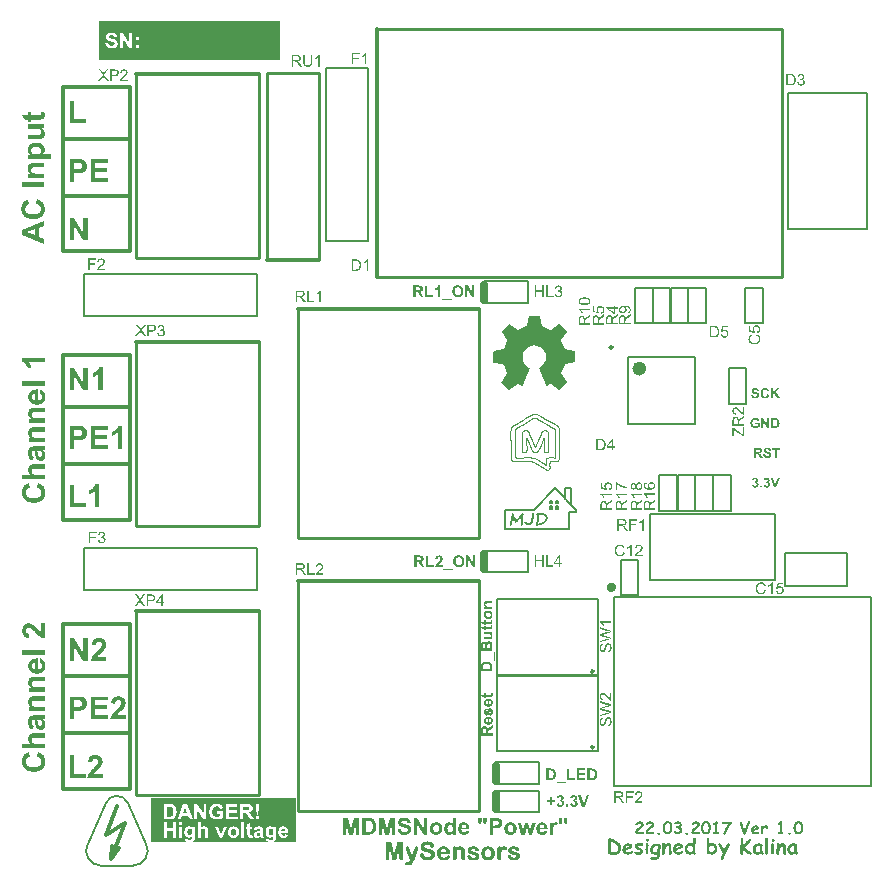
<source format=gto>
G04 Layer_Color=65535*
%FSLAX44Y44*%
%MOMM*%
G71*
G01*
G75*
%ADD20C,0.3000*%
%ADD21C,0.2000*%
%ADD22C,0.2540*%
%ADD23C,0.4000*%
%ADD28C,0.7000*%
%ADD62C,0.2500*%
%ADD63C,0.6000*%
%ADD64C,0.1000*%
%ADD65C,0.1500*%
G36*
X350184Y257935D02*
X355089D01*
Y256286D01*
X348210D01*
Y265971D01*
X350184D01*
Y257935D01*
D02*
G37*
G36*
X342853Y266027D02*
X343008D01*
X343163Y266013D01*
X343346D01*
X343713Y265971D01*
X344094Y265928D01*
X344446Y265858D01*
X344601Y265816D01*
X344742Y265773D01*
X344756D01*
X344770Y265759D01*
X344855Y265717D01*
X344982Y265646D01*
X345151Y265562D01*
X345334Y265421D01*
X345518Y265266D01*
X345701Y265068D01*
X345870Y264829D01*
Y264815D01*
X345884Y264801D01*
X345912Y264758D01*
X345940Y264716D01*
X346011Y264575D01*
X346095Y264392D01*
X346166Y264166D01*
X346236Y263913D01*
X346293Y263616D01*
X346307Y263306D01*
Y263292D01*
Y263264D01*
Y263193D01*
X346293Y263123D01*
Y263024D01*
X346279Y262926D01*
X346222Y262672D01*
X346152Y262376D01*
X346039Y262080D01*
X345870Y261770D01*
X345771Y261629D01*
X345658Y261488D01*
X345644Y261474D01*
X345630Y261460D01*
X345588Y261417D01*
X345532Y261375D01*
X345475Y261319D01*
X345391Y261248D01*
X345292Y261178D01*
X345179Y261107D01*
X345052Y261023D01*
X344897Y260952D01*
X344742Y260882D01*
X344573Y260811D01*
X344376Y260741D01*
X344178Y260684D01*
X343967Y260628D01*
X343727Y260586D01*
X343741D01*
X343755Y260571D01*
X343840Y260515D01*
X343953Y260445D01*
X344094Y260346D01*
X344263Y260219D01*
X344432Y260092D01*
X344615Y259937D01*
X344770Y259768D01*
X344784Y259754D01*
X344855Y259683D01*
X344939Y259571D01*
X345066Y259401D01*
X345235Y259190D01*
X345320Y259049D01*
X345419Y258908D01*
X345532Y258753D01*
X345644Y258584D01*
X345771Y258386D01*
X345898Y258189D01*
X347096Y256286D01*
X344728D01*
X343318Y258400D01*
X343304Y258415D01*
X343290Y258457D01*
X343248Y258513D01*
X343191Y258584D01*
X343135Y258668D01*
X343065Y258781D01*
X342910Y259007D01*
X342726Y259261D01*
X342557Y259486D01*
X342402Y259697D01*
X342332Y259768D01*
X342275Y259838D01*
X342261Y259853D01*
X342233Y259881D01*
X342177Y259937D01*
X342106Y260008D01*
X342007Y260064D01*
X341909Y260135D01*
X341796Y260191D01*
X341683Y260247D01*
X341669D01*
X341627Y260261D01*
X341556Y260289D01*
X341443Y260304D01*
X341302Y260332D01*
X341133Y260346D01*
X340936Y260360D01*
X340302D01*
Y256286D01*
X338328D01*
Y266041D01*
X342726D01*
X342853Y266027D01*
D02*
G37*
G36*
X468683Y53340D02*
X466808D01*
Y55215D01*
X468683D01*
Y53340D01*
D02*
G37*
G36*
X488939Y85687D02*
X489207Y85673D01*
X489503Y85659D01*
X489813Y85617D01*
X490109Y85574D01*
X490377Y85504D01*
X490391D01*
X490420Y85490D01*
X490462Y85476D01*
X490518Y85462D01*
X490687Y85391D01*
X490885Y85292D01*
X491110Y85165D01*
X491364Y85010D01*
X491604Y84827D01*
X491843Y84602D01*
X491857D01*
X491871Y84573D01*
X491942Y84489D01*
X492055Y84348D01*
X492182Y84165D01*
X492337Y83939D01*
X492492Y83671D01*
X492647Y83361D01*
X492774Y83023D01*
Y83009D01*
X492788Y82980D01*
X492802Y82924D01*
X492830Y82853D01*
X492844Y82769D01*
X492872Y82656D01*
X492901Y82529D01*
X492943Y82388D01*
X492971Y82233D01*
X492999Y82050D01*
X493027Y81867D01*
X493042Y81655D01*
X493084Y81218D01*
X493098Y80725D01*
Y80711D01*
Y80668D01*
Y80612D01*
Y80527D01*
X493084Y80415D01*
Y80302D01*
X493070Y80161D01*
X493056Y80006D01*
X493027Y79682D01*
X492971Y79343D01*
X492887Y78991D01*
X492788Y78653D01*
Y78639D01*
X492774Y78610D01*
X492746Y78554D01*
X492717Y78469D01*
X492689Y78385D01*
X492633Y78286D01*
X492520Y78032D01*
X492379Y77765D01*
X492196Y77469D01*
X491984Y77186D01*
X491745Y76919D01*
X491716Y76891D01*
X491646Y76834D01*
X491533Y76750D01*
X491378Y76637D01*
X491181Y76510D01*
X490955Y76383D01*
X490673Y76256D01*
X490363Y76143D01*
X490349D01*
X490335Y76129D01*
X490293D01*
X490250Y76115D01*
X490095Y76087D01*
X489898Y76045D01*
X489658Y76002D01*
X489362Y75974D01*
X489010Y75960D01*
X488629Y75946D01*
X484936D01*
Y85701D01*
X488827D01*
X488939Y85687D01*
D02*
G37*
G36*
X454091D02*
X454359Y85673D01*
X454655Y85659D01*
X454966Y85617D01*
X455262Y85574D01*
X455529Y85504D01*
X455544D01*
X455572Y85490D01*
X455614Y85476D01*
X455670Y85462D01*
X455840Y85391D01*
X456037Y85292D01*
X456263Y85165D01*
X456516Y85010D01*
X456756Y84827D01*
X456996Y84602D01*
X457010D01*
X457024Y84573D01*
X457094Y84489D01*
X457207Y84348D01*
X457334Y84165D01*
X457489Y83939D01*
X457644Y83671D01*
X457799Y83361D01*
X457926Y83023D01*
Y83009D01*
X457940Y82980D01*
X457954Y82924D01*
X457982Y82853D01*
X457996Y82769D01*
X458025Y82656D01*
X458053Y82529D01*
X458095Y82388D01*
X458123Y82233D01*
X458152Y82050D01*
X458180Y81867D01*
X458194Y81655D01*
X458236Y81218D01*
X458250Y80725D01*
Y80711D01*
Y80668D01*
Y80612D01*
Y80527D01*
X458236Y80415D01*
Y80302D01*
X458222Y80161D01*
X458208Y80006D01*
X458180Y79682D01*
X458123Y79343D01*
X458039Y78991D01*
X457940Y78653D01*
Y78639D01*
X457926Y78610D01*
X457898Y78554D01*
X457869Y78469D01*
X457841Y78385D01*
X457785Y78286D01*
X457672Y78032D01*
X457531Y77765D01*
X457348Y77469D01*
X457136Y77186D01*
X456897Y76919D01*
X456869Y76891D01*
X456798Y76834D01*
X456685Y76750D01*
X456530Y76637D01*
X456333Y76510D01*
X456107Y76383D01*
X455826Y76256D01*
X455515Y76143D01*
X455501D01*
X455487Y76129D01*
X455445D01*
X455403Y76115D01*
X455247Y76087D01*
X455050Y76045D01*
X454810Y76002D01*
X454515Y75974D01*
X454162Y75960D01*
X453781Y75946D01*
X450088D01*
Y85701D01*
X453979D01*
X454091Y85687D01*
D02*
G37*
G36*
X469528Y77595D02*
X474434D01*
Y75946D01*
X467554D01*
Y85631D01*
X469528D01*
Y77595D01*
D02*
G37*
G36*
X483075Y84052D02*
X477817D01*
Y81895D01*
X482709D01*
Y80246D01*
X477817D01*
Y77595D01*
X483258D01*
Y75946D01*
X475843D01*
Y85701D01*
X483075D01*
Y84052D01*
D02*
G37*
G36*
X462128Y63137D02*
X462254Y63123D01*
X462381Y63109D01*
X462536Y63081D01*
X462691Y63039D01*
X463044Y62940D01*
X463227Y62870D01*
X463424Y62771D01*
X463608Y62672D01*
X463777Y62559D01*
X463960Y62418D01*
X464115Y62263D01*
X464129Y62249D01*
X464143Y62235D01*
X464186Y62193D01*
X464228Y62137D01*
X464341Y61996D01*
X464468Y61798D01*
X464595Y61559D01*
X464693Y61277D01*
X464778Y60967D01*
X464792Y60811D01*
X464806Y60642D01*
Y60628D01*
Y60586D01*
X464792Y60515D01*
X464778Y60431D01*
X464764Y60318D01*
X464735Y60191D01*
X464693Y60050D01*
X464637Y59895D01*
X464552Y59740D01*
X464468Y59571D01*
X464355Y59402D01*
X464214Y59233D01*
X464045Y59063D01*
X463862Y58894D01*
X463650Y58739D01*
X463396Y58584D01*
X463410D01*
X463439Y58570D01*
X463481D01*
X463537Y58542D01*
X463692Y58499D01*
X463876Y58415D01*
X464087Y58302D01*
X464313Y58161D01*
X464538Y57978D01*
X464735Y57766D01*
X464764Y57738D01*
X464820Y57654D01*
X464891Y57527D01*
X464989Y57344D01*
X465088Y57132D01*
X465159Y56864D01*
X465215Y56582D01*
X465243Y56258D01*
Y56244D01*
Y56202D01*
Y56131D01*
X465229Y56047D01*
X465215Y55934D01*
X465187Y55807D01*
X465159Y55652D01*
X465130Y55497D01*
X465018Y55159D01*
X464933Y54975D01*
X464848Y54778D01*
X464735Y54595D01*
X464609Y54411D01*
X464468Y54228D01*
X464299Y54059D01*
X464284Y54045D01*
X464256Y54017D01*
X464200Y53974D01*
X464129Y53918D01*
X464031Y53847D01*
X463932Y53777D01*
X463791Y53692D01*
X463650Y53608D01*
X463495Y53523D01*
X463312Y53439D01*
X463114Y53368D01*
X462917Y53298D01*
X462691Y53241D01*
X462466Y53199D01*
X462212Y53171D01*
X461958Y53157D01*
X461832D01*
X461733Y53171D01*
X461620Y53185D01*
X461493Y53199D01*
X461352Y53227D01*
X461183Y53255D01*
X460845Y53340D01*
X460478Y53481D01*
X460281Y53566D01*
X460112Y53664D01*
X459929Y53791D01*
X459759Y53918D01*
X459745Y53932D01*
X459717Y53960D01*
X459675Y54003D01*
X459618Y54059D01*
X459548Y54129D01*
X459477Y54228D01*
X459393Y54327D01*
X459308Y54454D01*
X459224Y54595D01*
X459125Y54736D01*
X458970Y55074D01*
X458843Y55469D01*
X458787Y55680D01*
X458758Y55906D01*
X460563Y56131D01*
Y56117D01*
Y56103D01*
X460577Y56018D01*
X460605Y55892D01*
X460647Y55736D01*
X460718Y55567D01*
X460788Y55384D01*
X460901Y55215D01*
X461028Y55060D01*
X461042Y55046D01*
X461099Y55003D01*
X461183Y54947D01*
X461282Y54891D01*
X461423Y54820D01*
X461578Y54764D01*
X461747Y54721D01*
X461944Y54707D01*
X461973D01*
X462043Y54721D01*
X462142Y54736D01*
X462283Y54764D01*
X462438Y54820D01*
X462593Y54891D01*
X462762Y55003D01*
X462917Y55144D01*
X462931Y55159D01*
X462988Y55229D01*
X463044Y55328D01*
X463129Y55455D01*
X463199Y55624D01*
X463270Y55835D01*
X463312Y56075D01*
X463326Y56343D01*
Y56357D01*
Y56371D01*
Y56455D01*
X463312Y56582D01*
X463284Y56751D01*
X463227Y56935D01*
X463157Y57118D01*
X463058Y57301D01*
X462931Y57470D01*
X462917Y57484D01*
X462861Y57541D01*
X462776Y57611D01*
X462677Y57682D01*
X462536Y57766D01*
X462381Y57823D01*
X462212Y57879D01*
X462015Y57893D01*
X461874D01*
X461775Y57879D01*
X461648Y57865D01*
X461493Y57837D01*
X461338Y57795D01*
X461155Y57752D01*
X461352Y59261D01*
X461479D01*
X461620Y59275D01*
X461789Y59289D01*
X461973Y59331D01*
X462170Y59388D01*
X462353Y59472D01*
X462522Y59585D01*
X462536Y59599D01*
X462593Y59655D01*
X462649Y59726D01*
X462734Y59839D01*
X462804Y59966D01*
X462875Y60121D01*
X462917Y60304D01*
X462931Y60515D01*
Y60544D01*
Y60600D01*
X462917Y60684D01*
X462889Y60797D01*
X462861Y60924D01*
X462804Y61051D01*
X462734Y61192D01*
X462635Y61305D01*
X462621Y61319D01*
X462579Y61347D01*
X462522Y61403D01*
X462424Y61460D01*
X462311Y61502D01*
X462184Y61559D01*
X462015Y61587D01*
X461846Y61601D01*
X461761D01*
X461676Y61587D01*
X461564Y61559D01*
X461437Y61516D01*
X461296Y61460D01*
X461155Y61375D01*
X461028Y61262D01*
X461014Y61248D01*
X460972Y61206D01*
X460915Y61122D01*
X460845Y61009D01*
X460774Y60882D01*
X460718Y60713D01*
X460662Y60515D01*
X460619Y60290D01*
X458899Y60572D01*
Y60586D01*
X458913Y60614D01*
Y60656D01*
X458928Y60727D01*
X458970Y60882D01*
X459026Y61093D01*
X459111Y61319D01*
X459195Y61559D01*
X459308Y61784D01*
X459435Y61996D01*
X459449Y62024D01*
X459506Y62080D01*
X459590Y62179D01*
X459703Y62306D01*
X459844Y62433D01*
X460013Y62573D01*
X460224Y62715D01*
X460450Y62841D01*
X460464D01*
X460478Y62856D01*
X460563Y62884D01*
X460704Y62940D01*
X460873Y62996D01*
X461084Y63053D01*
X461338Y63109D01*
X461606Y63137D01*
X461902Y63151D01*
X462029D01*
X462128Y63137D01*
D02*
G37*
G36*
X376178Y266210D02*
X376319D01*
X376503Y266182D01*
X376714Y266154D01*
X376954Y266112D01*
X377207Y266055D01*
X377475Y265985D01*
X377757Y265900D01*
X378039Y265787D01*
X378335Y265660D01*
X378617Y265505D01*
X378899Y265322D01*
X379167Y265111D01*
X379421Y264871D01*
X379435Y264857D01*
X379477Y264815D01*
X379548Y264730D01*
X379618Y264631D01*
X379717Y264491D01*
X379830Y264321D01*
X379942Y264124D01*
X380069Y263898D01*
X380196Y263659D01*
X380309Y263377D01*
X380422Y263067D01*
X380520Y262742D01*
X380605Y262376D01*
X380661Y261995D01*
X380704Y261586D01*
X380718Y261150D01*
Y261121D01*
Y261051D01*
X380704Y260924D01*
Y260755D01*
X380675Y260557D01*
X380647Y260332D01*
X380605Y260064D01*
X380563Y259796D01*
X380492Y259500D01*
X380407Y259190D01*
X380295Y258880D01*
X380168Y258570D01*
X380027Y258274D01*
X379844Y257978D01*
X379646Y257696D01*
X379421Y257428D01*
X379407Y257414D01*
X379364Y257372D01*
X379294Y257301D01*
X379181Y257216D01*
X379054Y257118D01*
X378899Y257005D01*
X378716Y256892D01*
X378518Y256765D01*
X378279Y256638D01*
X378025Y256526D01*
X377743Y256413D01*
X377433Y256314D01*
X377109Y256230D01*
X376756Y256159D01*
X376390Y256117D01*
X375995Y256103D01*
X375896D01*
X375784Y256117D01*
X375643Y256131D01*
X375460Y256145D01*
X375248Y256173D01*
X375008Y256215D01*
X374755Y256272D01*
X374473Y256342D01*
X374205Y256427D01*
X373909Y256540D01*
X373627Y256667D01*
X373331Y256808D01*
X373063Y256991D01*
X372795Y257188D01*
X372541Y257428D01*
X372527Y257442D01*
X372485Y257484D01*
X372429Y257569D01*
X372344Y257668D01*
X372245Y257808D01*
X372133Y257978D01*
X372020Y258161D01*
X371907Y258386D01*
X371780Y258626D01*
X371667Y258908D01*
X371555Y259204D01*
X371456Y259528D01*
X371371Y259881D01*
X371315Y260261D01*
X371273Y260670D01*
X371259Y261093D01*
Y261107D01*
Y261164D01*
Y261234D01*
X371273Y261347D01*
Y261474D01*
X371287Y261615D01*
X371301Y261784D01*
X371315Y261967D01*
X371371Y262362D01*
X371442Y262785D01*
X371555Y263208D01*
X371696Y263602D01*
Y263616D01*
X371710Y263631D01*
X371738Y263673D01*
X371752Y263729D01*
X371837Y263870D01*
X371935Y264053D01*
X372062Y264265D01*
X372217Y264476D01*
X372400Y264716D01*
X372598Y264942D01*
X372612Y264956D01*
X372626Y264970D01*
X372696Y265040D01*
X372823Y265153D01*
X372978Y265280D01*
X373162Y265421D01*
X373373Y265576D01*
X373613Y265717D01*
X373867Y265830D01*
X373881D01*
X373909Y265844D01*
X373965Y265872D01*
X374036Y265886D01*
X374120Y265928D01*
X374219Y265956D01*
X374346Y265985D01*
X374473Y266027D01*
X374783Y266098D01*
X375135Y266168D01*
X375544Y266210D01*
X375967Y266224D01*
X376066D01*
X376178Y266210D01*
D02*
G37*
G36*
X407061Y176606D02*
X405848D01*
Y184387D01*
X407061D01*
Y176606D01*
D02*
G37*
G36*
X370737Y253594D02*
X362956D01*
Y254806D01*
X370737D01*
Y253594D01*
D02*
G37*
G36*
X399899Y176042D02*
X400012D01*
X400153Y176028D01*
X400308Y176014D01*
X400632Y175986D01*
X400971Y175929D01*
X401323Y175845D01*
X401661Y175746D01*
X401675D01*
X401704Y175732D01*
X401760Y175704D01*
X401845Y175676D01*
X401929Y175647D01*
X402028Y175591D01*
X402282Y175478D01*
X402550Y175337D01*
X402845Y175154D01*
X403128Y174942D01*
X403395Y174703D01*
X403424Y174675D01*
X403480Y174604D01*
X403564Y174491D01*
X403677Y174336D01*
X403804Y174139D01*
X403931Y173913D01*
X404058Y173631D01*
X404171Y173321D01*
Y173307D01*
X404185Y173293D01*
Y173251D01*
X404199Y173209D01*
X404227Y173053D01*
X404269Y172856D01*
X404312Y172617D01*
X404340Y172320D01*
X404354Y171968D01*
X404368Y171587D01*
Y167894D01*
X394613D01*
Y171475D01*
Y171489D01*
Y171531D01*
Y171587D01*
Y171672D01*
Y171785D01*
X394627Y171898D01*
X394641Y172165D01*
X394655Y172461D01*
X394697Y172772D01*
X394740Y173068D01*
X394810Y173335D01*
Y173349D01*
X394824Y173378D01*
X394838Y173420D01*
X394852Y173476D01*
X394923Y173646D01*
X395022Y173843D01*
X395149Y174069D01*
X395304Y174322D01*
X395487Y174562D01*
X395712Y174802D01*
Y174816D01*
X395741Y174830D01*
X395825Y174900D01*
X395966Y175013D01*
X396149Y175140D01*
X396375Y175295D01*
X396643Y175450D01*
X396953Y175605D01*
X397291Y175732D01*
X397305D01*
X397334Y175746D01*
X397390Y175760D01*
X397461Y175788D01*
X397545Y175802D01*
X397658Y175831D01*
X397785Y175859D01*
X397926Y175901D01*
X398081Y175929D01*
X398264Y175958D01*
X398447Y175986D01*
X398659Y176000D01*
X399096Y176042D01*
X399589Y176056D01*
X399786D01*
X399899Y176042D01*
D02*
G37*
G36*
X473504Y63137D02*
X473631Y63123D01*
X473758Y63109D01*
X473913Y63081D01*
X474068Y63039D01*
X474420Y62940D01*
X474603Y62870D01*
X474801Y62771D01*
X474984Y62672D01*
X475153Y62559D01*
X475336Y62418D01*
X475492Y62263D01*
X475506Y62249D01*
X475520Y62235D01*
X475562Y62193D01*
X475604Y62137D01*
X475717Y61996D01*
X475844Y61798D01*
X475971Y61559D01*
X476069Y61277D01*
X476154Y60967D01*
X476168Y60811D01*
X476182Y60642D01*
Y60628D01*
Y60586D01*
X476168Y60515D01*
X476154Y60431D01*
X476140Y60318D01*
X476112Y60191D01*
X476069Y60050D01*
X476013Y59895D01*
X475929Y59740D01*
X475844Y59571D01*
X475731Y59402D01*
X475590Y59233D01*
X475421Y59063D01*
X475238Y58894D01*
X475026Y58739D01*
X474773Y58584D01*
X474787D01*
X474815Y58570D01*
X474857D01*
X474914Y58542D01*
X475069Y58499D01*
X475252Y58415D01*
X475463Y58302D01*
X475689Y58161D01*
X475914Y57978D01*
X476112Y57766D01*
X476140Y57738D01*
X476196Y57654D01*
X476267Y57527D01*
X476366Y57344D01*
X476464Y57132D01*
X476535Y56864D01*
X476591Y56582D01*
X476619Y56258D01*
Y56244D01*
Y56202D01*
Y56131D01*
X476605Y56047D01*
X476591Y55934D01*
X476563Y55807D01*
X476535Y55652D01*
X476507Y55497D01*
X476394Y55159D01*
X476309Y54975D01*
X476225Y54778D01*
X476112Y54595D01*
X475985Y54411D01*
X475844Y54228D01*
X475675Y54059D01*
X475661Y54045D01*
X475633Y54017D01*
X475576Y53974D01*
X475506Y53918D01*
X475407Y53847D01*
X475308Y53777D01*
X475167Y53692D01*
X475026Y53608D01*
X474871Y53523D01*
X474688Y53439D01*
X474491Y53368D01*
X474293Y53298D01*
X474068Y53241D01*
X473842Y53199D01*
X473588Y53171D01*
X473335Y53157D01*
X473208D01*
X473109Y53171D01*
X472996Y53185D01*
X472869Y53199D01*
X472729Y53227D01*
X472559Y53255D01*
X472221Y53340D01*
X471855Y53481D01*
X471657Y53566D01*
X471488Y53664D01*
X471305Y53791D01*
X471136Y53918D01*
X471121Y53932D01*
X471093Y53960D01*
X471051Y54003D01*
X470995Y54059D01*
X470924Y54129D01*
X470854Y54228D01*
X470769Y54327D01*
X470685Y54454D01*
X470600Y54595D01*
X470501Y54736D01*
X470346Y55074D01*
X470219Y55469D01*
X470163Y55680D01*
X470135Y55906D01*
X471939Y56131D01*
Y56117D01*
Y56103D01*
X471953Y56018D01*
X471981Y55892D01*
X472024Y55736D01*
X472094Y55567D01*
X472165Y55384D01*
X472277Y55215D01*
X472404Y55060D01*
X472418Y55046D01*
X472475Y55003D01*
X472559Y54947D01*
X472658Y54891D01*
X472799Y54820D01*
X472954Y54764D01*
X473123Y54721D01*
X473321Y54707D01*
X473349D01*
X473419Y54721D01*
X473518Y54736D01*
X473659Y54764D01*
X473814Y54820D01*
X473969Y54891D01*
X474138Y55003D01*
X474293Y55144D01*
X474307Y55159D01*
X474364Y55229D01*
X474420Y55328D01*
X474505Y55455D01*
X474575Y55624D01*
X474646Y55835D01*
X474688Y56075D01*
X474702Y56343D01*
Y56357D01*
Y56371D01*
Y56455D01*
X474688Y56582D01*
X474660Y56751D01*
X474603Y56935D01*
X474533Y57118D01*
X474434Y57301D01*
X474307Y57470D01*
X474293Y57484D01*
X474237Y57541D01*
X474152Y57611D01*
X474054Y57682D01*
X473913Y57766D01*
X473758Y57823D01*
X473588Y57879D01*
X473391Y57893D01*
X473250D01*
X473152Y57879D01*
X473025Y57865D01*
X472869Y57837D01*
X472714Y57795D01*
X472531Y57752D01*
X472729Y59261D01*
X472855D01*
X472996Y59275D01*
X473166Y59289D01*
X473349Y59331D01*
X473546Y59388D01*
X473729Y59472D01*
X473899Y59585D01*
X473913Y59599D01*
X473969Y59655D01*
X474025Y59726D01*
X474110Y59839D01*
X474180Y59966D01*
X474251Y60121D01*
X474293Y60304D01*
X474307Y60515D01*
Y60544D01*
Y60600D01*
X474293Y60684D01*
X474265Y60797D01*
X474237Y60924D01*
X474180Y61051D01*
X474110Y61192D01*
X474011Y61305D01*
X473997Y61319D01*
X473955Y61347D01*
X473899Y61403D01*
X473800Y61460D01*
X473687Y61502D01*
X473560Y61559D01*
X473391Y61587D01*
X473222Y61601D01*
X473137D01*
X473053Y61587D01*
X472940Y61559D01*
X472813Y61516D01*
X472672Y61460D01*
X472531Y61375D01*
X472404Y61262D01*
X472390Y61248D01*
X472348Y61206D01*
X472291Y61122D01*
X472221Y61009D01*
X472151Y60882D01*
X472094Y60713D01*
X472038Y60515D01*
X471996Y60290D01*
X470276Y60572D01*
Y60586D01*
X470290Y60614D01*
Y60656D01*
X470304Y60727D01*
X470346Y60882D01*
X470402Y61093D01*
X470487Y61319D01*
X470572Y61559D01*
X470685Y61784D01*
X470811Y61996D01*
X470825Y62024D01*
X470882Y62080D01*
X470966Y62179D01*
X471079Y62306D01*
X471220Y62433D01*
X471389Y62573D01*
X471601Y62715D01*
X471826Y62841D01*
X471840D01*
X471855Y62856D01*
X471939Y62884D01*
X472080Y62940D01*
X472249Y62996D01*
X472461Y63053D01*
X472714Y63109D01*
X472982Y63137D01*
X473278Y63151D01*
X473405D01*
X473504Y63137D01*
D02*
G37*
G36*
X455107Y59021D02*
X457673D01*
Y57273D01*
X455107D01*
Y54750D01*
X453402D01*
Y57273D01*
X450850D01*
Y59021D01*
X453402D01*
Y61544D01*
X455107D01*
Y59021D01*
D02*
G37*
G36*
X482836Y53340D02*
X480707D01*
X477211Y63095D01*
X479340D01*
X481821Y55877D01*
X484203Y63095D01*
X486304D01*
X482836Y53340D01*
D02*
G37*
G36*
X466581Y73253D02*
X458800D01*
Y74466D01*
X466581D01*
Y73253D01*
D02*
G37*
G36*
X644809Y323596D02*
X642995D01*
X640015Y331910D01*
X641830D01*
X643944Y325759D01*
X645975Y331910D01*
X647765D01*
X644809Y323596D01*
D02*
G37*
G36*
X629710Y357128D02*
X629842D01*
X629975Y357117D01*
X630131D01*
X630443Y357080D01*
X630768Y357044D01*
X631068Y356984D01*
X631200Y356948D01*
X631320Y356912D01*
X631332D01*
X631344Y356900D01*
X631416Y356864D01*
X631524Y356804D01*
X631669Y356732D01*
X631825Y356612D01*
X631981Y356480D01*
X632137Y356311D01*
X632281Y356107D01*
Y356095D01*
X632293Y356083D01*
X632317Y356047D01*
X632341Y356011D01*
X632402Y355891D01*
X632473Y355735D01*
X632534Y355543D01*
X632594Y355326D01*
X632642Y355074D01*
X632654Y354810D01*
Y354798D01*
Y354774D01*
Y354714D01*
X632642Y354654D01*
Y354569D01*
X632630Y354485D01*
X632582Y354269D01*
X632522Y354017D01*
X632425Y353764D01*
X632281Y353500D01*
X632197Y353380D01*
X632101Y353260D01*
X632089Y353248D01*
X632077Y353236D01*
X632041Y353200D01*
X631993Y353164D01*
X631945Y353116D01*
X631873Y353056D01*
X631789Y352996D01*
X631693Y352935D01*
X631585Y352863D01*
X631452Y352803D01*
X631320Y352743D01*
X631176Y352683D01*
X631008Y352623D01*
X630840Y352575D01*
X630659Y352527D01*
X630455Y352491D01*
X630467D01*
X630479Y352479D01*
X630551Y352431D01*
X630647Y352371D01*
X630768Y352287D01*
X630912Y352179D01*
X631056Y352071D01*
X631212Y351938D01*
X631344Y351794D01*
X631356Y351782D01*
X631416Y351722D01*
X631488Y351626D01*
X631596Y351482D01*
X631741Y351302D01*
X631813Y351181D01*
X631897Y351061D01*
X631993Y350929D01*
X632089Y350785D01*
X632197Y350617D01*
X632305Y350449D01*
X633326Y348827D01*
X631308D01*
X630107Y350629D01*
X630095Y350641D01*
X630083Y350677D01*
X630047Y350725D01*
X629999Y350785D01*
X629951Y350857D01*
X629891Y350953D01*
X629758Y351145D01*
X629602Y351362D01*
X629458Y351554D01*
X629326Y351734D01*
X629266Y351794D01*
X629218Y351854D01*
X629206Y351866D01*
X629182Y351890D01*
X629134Y351938D01*
X629073Y351998D01*
X628989Y352047D01*
X628905Y352107D01*
X628809Y352155D01*
X628713Y352203D01*
X628701D01*
X628665Y352215D01*
X628605Y352239D01*
X628509Y352251D01*
X628389Y352275D01*
X628245Y352287D01*
X628076Y352299D01*
X627536D01*
Y348827D01*
X625854D01*
Y357141D01*
X629602D01*
X629710Y357128D01*
D02*
G37*
G36*
X647996Y355735D02*
X645545D01*
Y348827D01*
X643863D01*
Y355735D01*
X641400D01*
Y357141D01*
X647996D01*
Y355735D01*
D02*
G37*
G36*
X636856Y331946D02*
X636964Y331934D01*
X637072Y331922D01*
X637204Y331898D01*
X637336Y331862D01*
X637637Y331778D01*
X637793Y331718D01*
X637961Y331633D01*
X638117Y331549D01*
X638261Y331453D01*
X638418Y331333D01*
X638550Y331201D01*
X638562Y331189D01*
X638574Y331177D01*
X638610Y331141D01*
X638646Y331093D01*
X638742Y330973D01*
X638850Y330804D01*
X638958Y330600D01*
X639042Y330360D01*
X639114Y330096D01*
X639127Y329963D01*
X639138Y329819D01*
Y329807D01*
Y329771D01*
X639127Y329711D01*
X639114Y329639D01*
X639103Y329543D01*
X639078Y329435D01*
X639042Y329315D01*
X638994Y329183D01*
X638922Y329050D01*
X638850Y328906D01*
X638754Y328762D01*
X638634Y328618D01*
X638490Y328474D01*
X638334Y328330D01*
X638153Y328197D01*
X637937Y328065D01*
X637949D01*
X637973Y328053D01*
X638009D01*
X638057Y328029D01*
X638189Y327993D01*
X638346Y327921D01*
X638526Y327825D01*
X638718Y327705D01*
X638910Y327549D01*
X639078Y327369D01*
X639103Y327344D01*
X639151Y327272D01*
X639211Y327164D01*
X639295Y327008D01*
X639379Y326828D01*
X639439Y326600D01*
X639487Y326359D01*
X639511Y326083D01*
Y326071D01*
Y326035D01*
Y325975D01*
X639499Y325903D01*
X639487Y325807D01*
X639463Y325699D01*
X639439Y325566D01*
X639415Y325434D01*
X639319Y325146D01*
X639247Y324990D01*
X639174Y324821D01*
X639078Y324665D01*
X638970Y324509D01*
X638850Y324353D01*
X638706Y324209D01*
X638694Y324197D01*
X638670Y324173D01*
X638622Y324137D01*
X638562Y324089D01*
X638478Y324029D01*
X638394Y323968D01*
X638274Y323896D01*
X638153Y323824D01*
X638021Y323752D01*
X637865Y323680D01*
X637697Y323620D01*
X637529Y323560D01*
X637336Y323512D01*
X637144Y323476D01*
X636928Y323452D01*
X636712Y323440D01*
X636604D01*
X636519Y323452D01*
X636423Y323464D01*
X636315Y323476D01*
X636195Y323500D01*
X636051Y323524D01*
X635762Y323596D01*
X635450Y323716D01*
X635282Y323788D01*
X635138Y323872D01*
X634982Y323980D01*
X634837Y324089D01*
X634825Y324101D01*
X634801Y324125D01*
X634765Y324161D01*
X634717Y324209D01*
X634657Y324269D01*
X634597Y324353D01*
X634525Y324437D01*
X634453Y324545D01*
X634381Y324665D01*
X634297Y324785D01*
X634165Y325074D01*
X634057Y325410D01*
X634008Y325590D01*
X633984Y325783D01*
X635522Y325975D01*
Y325963D01*
Y325951D01*
X635534Y325879D01*
X635558Y325771D01*
X635594Y325638D01*
X635654Y325494D01*
X635714Y325338D01*
X635811Y325194D01*
X635919Y325062D01*
X635931Y325050D01*
X635979Y325014D01*
X636051Y324966D01*
X636135Y324918D01*
X636255Y324857D01*
X636387Y324809D01*
X636531Y324773D01*
X636700Y324761D01*
X636724D01*
X636784Y324773D01*
X636868Y324785D01*
X636988Y324809D01*
X637120Y324857D01*
X637252Y324918D01*
X637396Y325014D01*
X637529Y325134D01*
X637541Y325146D01*
X637589Y325206D01*
X637637Y325290D01*
X637709Y325398D01*
X637769Y325542D01*
X637829Y325723D01*
X637865Y325927D01*
X637877Y326155D01*
Y326167D01*
Y326179D01*
Y326251D01*
X637865Y326359D01*
X637841Y326503D01*
X637793Y326660D01*
X637733Y326816D01*
X637649Y326972D01*
X637541Y327116D01*
X637529Y327128D01*
X637481Y327176D01*
X637408Y327236D01*
X637324Y327296D01*
X637204Y327369D01*
X637072Y327416D01*
X636928Y327465D01*
X636760Y327477D01*
X636640D01*
X636555Y327465D01*
X636447Y327453D01*
X636315Y327429D01*
X636183Y327393D01*
X636027Y327356D01*
X636195Y328642D01*
X636303D01*
X636423Y328654D01*
X636567Y328666D01*
X636724Y328702D01*
X636892Y328750D01*
X637048Y328822D01*
X637192Y328918D01*
X637204Y328930D01*
X637252Y328978D01*
X637300Y329038D01*
X637372Y329134D01*
X637433Y329243D01*
X637493Y329375D01*
X637529Y329531D01*
X637541Y329711D01*
Y329735D01*
Y329783D01*
X637529Y329855D01*
X637505Y329952D01*
X637481Y330060D01*
X637433Y330168D01*
X637372Y330288D01*
X637288Y330384D01*
X637276Y330396D01*
X637240Y330420D01*
X637192Y330468D01*
X637108Y330516D01*
X637012Y330552D01*
X636904Y330600D01*
X636760Y330624D01*
X636615Y330636D01*
X636543D01*
X636471Y330624D01*
X636375Y330600D01*
X636267Y330564D01*
X636147Y330516D01*
X636027Y330444D01*
X635919Y330348D01*
X635907Y330336D01*
X635871Y330300D01*
X635823Y330228D01*
X635762Y330132D01*
X635702Y330024D01*
X635654Y329879D01*
X635606Y329711D01*
X635570Y329519D01*
X634104Y329759D01*
Y329771D01*
X634117Y329795D01*
Y329831D01*
X634129Y329891D01*
X634165Y330024D01*
X634213Y330204D01*
X634285Y330396D01*
X634357Y330600D01*
X634453Y330793D01*
X634561Y330973D01*
X634573Y330997D01*
X634621Y331045D01*
X634693Y331129D01*
X634789Y331237D01*
X634910Y331345D01*
X635054Y331465D01*
X635234Y331585D01*
X635426Y331694D01*
X635438D01*
X635450Y331706D01*
X635522Y331730D01*
X635642Y331778D01*
X635787Y331826D01*
X635967Y331874D01*
X636183Y331922D01*
X636411Y331946D01*
X636664Y331958D01*
X636772D01*
X636856Y331946D01*
D02*
G37*
G36*
X50369Y635200D02*
X60030D01*
Y631952D01*
X46482D01*
Y651025D01*
X50369D01*
Y635200D01*
D02*
G37*
G36*
X632747Y323596D02*
X631149D01*
Y325194D01*
X632747D01*
Y323596D01*
D02*
G37*
G36*
X627160Y331946D02*
X627268Y331934D01*
X627377Y331922D01*
X627509Y331898D01*
X627641Y331862D01*
X627941Y331778D01*
X628097Y331718D01*
X628266Y331633D01*
X628422Y331549D01*
X628566Y331453D01*
X628722Y331333D01*
X628854Y331201D01*
X628866Y331189D01*
X628878Y331177D01*
X628914Y331141D01*
X628951Y331093D01*
X629047Y330973D01*
X629155Y330804D01*
X629263Y330600D01*
X629347Y330360D01*
X629419Y330096D01*
X629431Y329963D01*
X629443Y329819D01*
Y329807D01*
Y329771D01*
X629431Y329711D01*
X629419Y329639D01*
X629407Y329543D01*
X629383Y329435D01*
X629347Y329315D01*
X629299Y329183D01*
X629227Y329050D01*
X629155Y328906D01*
X629059Y328762D01*
X628938Y328618D01*
X628794Y328474D01*
X628638Y328330D01*
X628458Y328197D01*
X628242Y328065D01*
X628254D01*
X628278Y328053D01*
X628314D01*
X628362Y328029D01*
X628494Y327993D01*
X628650Y327921D01*
X628830Y327825D01*
X629022Y327705D01*
X629215Y327549D01*
X629383Y327369D01*
X629407Y327344D01*
X629455Y327272D01*
X629515Y327164D01*
X629599Y327008D01*
X629683Y326828D01*
X629743Y326600D01*
X629791Y326359D01*
X629815Y326083D01*
Y326071D01*
Y326035D01*
Y325975D01*
X629804Y325903D01*
X629791Y325807D01*
X629767Y325699D01*
X629743Y325566D01*
X629719Y325434D01*
X629623Y325146D01*
X629551Y324990D01*
X629479Y324821D01*
X629383Y324665D01*
X629275Y324509D01*
X629155Y324353D01*
X629011Y324209D01*
X628998Y324197D01*
X628974Y324173D01*
X628926Y324137D01*
X628866Y324089D01*
X628782Y324029D01*
X628698Y323968D01*
X628578Y323896D01*
X628458Y323824D01*
X628326Y323752D01*
X628170Y323680D01*
X628001Y323620D01*
X627833Y323560D01*
X627641Y323512D01*
X627449Y323476D01*
X627232Y323452D01*
X627016Y323440D01*
X626908D01*
X626824Y323452D01*
X626728Y323464D01*
X626620Y323476D01*
X626500Y323500D01*
X626355Y323524D01*
X626067Y323596D01*
X625755Y323716D01*
X625587Y323788D01*
X625442Y323872D01*
X625286Y323980D01*
X625142Y324089D01*
X625130Y324101D01*
X625106Y324125D01*
X625070Y324161D01*
X625022Y324209D01*
X624962Y324269D01*
X624902Y324353D01*
X624830Y324437D01*
X624757Y324545D01*
X624685Y324665D01*
X624601Y324785D01*
X624469Y325074D01*
X624361Y325410D01*
X624313Y325590D01*
X624289Y325783D01*
X625827Y325975D01*
Y325963D01*
Y325951D01*
X625839Y325879D01*
X625863Y325771D01*
X625899Y325638D01*
X625959Y325494D01*
X626019Y325338D01*
X626115Y325194D01*
X626223Y325062D01*
X626235Y325050D01*
X626283Y325014D01*
X626355Y324966D01*
X626440Y324918D01*
X626560Y324857D01*
X626692Y324809D01*
X626836Y324773D01*
X627004Y324761D01*
X627028D01*
X627088Y324773D01*
X627172Y324785D01*
X627293Y324809D01*
X627425Y324857D01*
X627557Y324918D01*
X627701Y325014D01*
X627833Y325134D01*
X627845Y325146D01*
X627893Y325206D01*
X627941Y325290D01*
X628013Y325398D01*
X628073Y325542D01*
X628134Y325723D01*
X628170Y325927D01*
X628181Y326155D01*
Y326167D01*
Y326179D01*
Y326251D01*
X628170Y326359D01*
X628145Y326503D01*
X628097Y326660D01*
X628037Y326816D01*
X627953Y326972D01*
X627845Y327116D01*
X627833Y327128D01*
X627785Y327176D01*
X627713Y327236D01*
X627629Y327296D01*
X627509Y327369D01*
X627377Y327416D01*
X627232Y327465D01*
X627064Y327477D01*
X626944D01*
X626860Y327465D01*
X626752Y327453D01*
X626620Y327429D01*
X626488Y327393D01*
X626331Y327356D01*
X626500Y328642D01*
X626608D01*
X626728Y328654D01*
X626872Y328666D01*
X627028Y328702D01*
X627196Y328750D01*
X627353Y328822D01*
X627497Y328918D01*
X627509Y328930D01*
X627557Y328978D01*
X627605Y329038D01*
X627677Y329134D01*
X627737Y329243D01*
X627797Y329375D01*
X627833Y329531D01*
X627845Y329711D01*
Y329735D01*
Y329783D01*
X627833Y329855D01*
X627809Y329952D01*
X627785Y330060D01*
X627737Y330168D01*
X627677Y330288D01*
X627593Y330384D01*
X627581Y330396D01*
X627545Y330420D01*
X627497Y330468D01*
X627413Y330516D01*
X627317Y330552D01*
X627208Y330600D01*
X627064Y330624D01*
X626920Y330636D01*
X626848D01*
X626776Y330624D01*
X626680Y330600D01*
X626572Y330564D01*
X626451Y330516D01*
X626331Y330444D01*
X626223Y330348D01*
X626211Y330336D01*
X626175Y330300D01*
X626127Y330228D01*
X626067Y330132D01*
X626007Y330024D01*
X625959Y329879D01*
X625911Y329711D01*
X625875Y329519D01*
X624409Y329759D01*
Y329771D01*
X624421Y329795D01*
Y329831D01*
X624433Y329891D01*
X624469Y330024D01*
X624517Y330204D01*
X624589Y330396D01*
X624661Y330600D01*
X624757Y330793D01*
X624866Y330973D01*
X624878Y330997D01*
X624926Y331045D01*
X624998Y331129D01*
X625094Y331237D01*
X625214Y331345D01*
X625358Y331465D01*
X625538Y331585D01*
X625731Y331694D01*
X625743D01*
X625755Y331706D01*
X625827Y331730D01*
X625947Y331778D01*
X626091Y331826D01*
X626271Y331874D01*
X626488Y331922D01*
X626716Y331946D01*
X626968Y331958D01*
X627076D01*
X627160Y331946D01*
D02*
G37*
G36*
X637387Y357285D02*
X637519Y357273D01*
X637676Y357261D01*
X637832Y357237D01*
X638012Y357213D01*
X638396Y357128D01*
X638589Y357068D01*
X638781Y357008D01*
X638973Y356924D01*
X639153Y356828D01*
X639322Y356720D01*
X639478Y356600D01*
X639490Y356588D01*
X639514Y356564D01*
X639550Y356528D01*
X639598Y356480D01*
X639658Y356408D01*
X639730Y356324D01*
X639802Y356227D01*
X639886Y356119D01*
X639958Y355987D01*
X640031Y355855D01*
X640103Y355699D01*
X640163Y355531D01*
X640223Y355362D01*
X640271Y355170D01*
X640307Y354978D01*
X640319Y354762D01*
X638637Y354702D01*
Y354714D01*
Y354726D01*
X638613Y354810D01*
X638589Y354918D01*
X638541Y355050D01*
X638481Y355206D01*
X638396Y355350D01*
X638288Y355494D01*
X638168Y355615D01*
X638156Y355627D01*
X638108Y355663D01*
X638024Y355711D01*
X637904Y355759D01*
X637760Y355807D01*
X637580Y355855D01*
X637363Y355891D01*
X637111Y355903D01*
X636991D01*
X636859Y355891D01*
X636702Y355867D01*
X636522Y355831D01*
X636330Y355771D01*
X636150Y355699D01*
X635982Y355591D01*
X635970Y355579D01*
X635946Y355555D01*
X635898Y355519D01*
X635849Y355458D01*
X635802Y355386D01*
X635753Y355290D01*
X635729Y355194D01*
X635717Y355074D01*
Y355062D01*
Y355026D01*
X635729Y354966D01*
X635753Y354906D01*
X635777Y354822D01*
X635813Y354738D01*
X635874Y354654D01*
X635958Y354569D01*
X635970Y354557D01*
X636030Y354521D01*
X636066Y354497D01*
X636126Y354473D01*
X636186Y354437D01*
X636270Y354401D01*
X636366Y354365D01*
X636474Y354317D01*
X636606Y354269D01*
X636739Y354221D01*
X636907Y354173D01*
X637087Y354125D01*
X637279Y354077D01*
X637495Y354017D01*
X637508D01*
X637556Y354005D01*
X637616Y353993D01*
X637700Y353969D01*
X637796Y353945D01*
X637916Y353909D01*
X638048Y353873D01*
X638180Y353837D01*
X638469Y353741D01*
X638769Y353644D01*
X639057Y353536D01*
X639178Y353476D01*
X639298Y353416D01*
X639310D01*
X639322Y353404D01*
X639394Y353356D01*
X639502Y353284D01*
X639634Y353188D01*
X639778Y353068D01*
X639934Y352924D01*
X640090Y352755D01*
X640223Y352563D01*
X640235Y352539D01*
X640271Y352467D01*
X640331Y352359D01*
X640391Y352203D01*
X640451Y352010D01*
X640511Y351782D01*
X640547Y351530D01*
X640559Y351241D01*
Y351230D01*
Y351205D01*
Y351169D01*
Y351121D01*
X640547Y351061D01*
X640535Y350977D01*
X640511Y350809D01*
X640463Y350593D01*
X640391Y350364D01*
X640283Y350136D01*
X640151Y349896D01*
Y349884D01*
X640127Y349872D01*
X640079Y349800D01*
X639982Y349680D01*
X639862Y349548D01*
X639706Y349391D01*
X639502Y349247D01*
X639286Y349103D01*
X639021Y348971D01*
X639009D01*
X638985Y348959D01*
X638949Y348947D01*
X638889Y348923D01*
X638817Y348899D01*
X638733Y348875D01*
X638637Y348851D01*
X638529Y348827D01*
X638396Y348791D01*
X638264Y348767D01*
X637952Y348718D01*
X637604Y348683D01*
X637219Y348671D01*
X637063D01*
X636955Y348683D01*
X636823Y348694D01*
X636679Y348707D01*
X636510Y348731D01*
X636330Y348767D01*
X635934Y348851D01*
X635729Y348911D01*
X635537Y348971D01*
X635333Y349055D01*
X635141Y349151D01*
X634961Y349259D01*
X634792Y349391D01*
X634780Y349403D01*
X634756Y349427D01*
X634708Y349463D01*
X634660Y349524D01*
X634588Y349608D01*
X634516Y349704D01*
X634432Y349812D01*
X634348Y349932D01*
X634264Y350076D01*
X634180Y350232D01*
X634095Y350412D01*
X634011Y350605D01*
X633951Y350809D01*
X633879Y351037D01*
X633831Y351278D01*
X633795Y351530D01*
X635429Y351686D01*
Y351674D01*
X635441Y351650D01*
Y351602D01*
X635453Y351554D01*
X635501Y351410D01*
X635561Y351230D01*
X635633Y351025D01*
X635741Y350821D01*
X635862Y350641D01*
X636018Y350473D01*
X636042Y350461D01*
X636102Y350412D01*
X636198Y350353D01*
X636342Y350280D01*
X636522Y350208D01*
X636727Y350148D01*
X636967Y350100D01*
X637243Y350088D01*
X637375D01*
X637519Y350112D01*
X637700Y350136D01*
X637892Y350172D01*
X638096Y350232D01*
X638288Y350316D01*
X638457Y350424D01*
X638481Y350437D01*
X638529Y350485D01*
X638589Y350557D01*
X638673Y350653D01*
X638745Y350773D01*
X638817Y350917D01*
X638865Y351061D01*
X638877Y351230D01*
Y351241D01*
Y351278D01*
X638865Y351338D01*
X638853Y351410D01*
X638829Y351482D01*
X638805Y351566D01*
X638757Y351650D01*
X638697Y351734D01*
X638685Y351746D01*
X638661Y351770D01*
X638625Y351806D01*
X638565Y351854D01*
X638481Y351914D01*
X638372Y351974D01*
X638252Y352034D01*
X638096Y352094D01*
X638084D01*
X638036Y352118D01*
X637952Y352143D01*
X637892Y352167D01*
X637820Y352179D01*
X637736Y352203D01*
X637640Y352239D01*
X637532Y352263D01*
X637411Y352299D01*
X637267Y352335D01*
X637111Y352371D01*
X636943Y352419D01*
X636751Y352467D01*
X636739D01*
X636690Y352479D01*
X636618Y352503D01*
X636534Y352527D01*
X636426Y352563D01*
X636294Y352599D01*
X636162Y352647D01*
X636006Y352695D01*
X635693Y352815D01*
X635393Y352960D01*
X635237Y353032D01*
X635105Y353116D01*
X634972Y353200D01*
X634864Y353284D01*
X634852Y353296D01*
X634828Y353320D01*
X634792Y353356D01*
X634744Y353404D01*
X634684Y353476D01*
X634624Y353560D01*
X634552Y353644D01*
X634492Y353753D01*
X634348Y354005D01*
X634228Y354293D01*
X634180Y354449D01*
X634143Y354605D01*
X634119Y354786D01*
X634108Y354966D01*
Y354978D01*
Y354990D01*
Y355026D01*
Y355074D01*
X634132Y355194D01*
X634156Y355350D01*
X634192Y355531D01*
X634252Y355735D01*
X634336Y355951D01*
X634456Y356155D01*
Y356167D01*
X634468Y356179D01*
X634528Y356251D01*
X634600Y356348D01*
X634720Y356468D01*
X634864Y356600D01*
X635045Y356744D01*
X635249Y356876D01*
X635489Y356996D01*
X635501D01*
X635525Y357008D01*
X635561Y357020D01*
X635609Y357044D01*
X635681Y357068D01*
X635753Y357092D01*
X635849Y357117D01*
X635958Y357152D01*
X636198Y357201D01*
X636474Y357249D01*
X636787Y357285D01*
X637135Y357297D01*
X637279D01*
X637387Y357285D01*
D02*
G37*
G36*
X644355Y404358D02*
X647658Y399288D01*
X645484D01*
X643189Y403193D01*
X641832Y401799D01*
Y399288D01*
X640150D01*
Y407602D01*
X641832D01*
Y403901D01*
X645244Y407602D01*
X647502D01*
X644355Y404358D01*
D02*
G37*
G36*
X635596Y407746D02*
X635728Y407734D01*
X635872Y407710D01*
X636041Y407686D01*
X636221Y407650D01*
X636413Y407602D01*
X636617Y407542D01*
X636822Y407470D01*
X637038Y407374D01*
X637242Y407277D01*
X637434Y407157D01*
X637639Y407013D01*
X637819Y406857D01*
X637831D01*
X637843Y406833D01*
X637879Y406797D01*
X637915Y406761D01*
X637963Y406701D01*
X638011Y406629D01*
X638143Y406460D01*
X638275Y406244D01*
X638420Y405980D01*
X638552Y405680D01*
X638672Y405331D01*
X637014Y404935D01*
Y404947D01*
X637002Y404959D01*
Y404995D01*
X636978Y405043D01*
X636942Y405151D01*
X636882Y405295D01*
X636798Y405463D01*
X636689Y405631D01*
X636545Y405800D01*
X636389Y405944D01*
X636365Y405956D01*
X636305Y406004D01*
X636209Y406064D01*
X636077Y406136D01*
X635909Y406208D01*
X635716Y406268D01*
X635500Y406316D01*
X635260Y406328D01*
X635176D01*
X635104Y406316D01*
X635032Y406304D01*
X634935Y406292D01*
X634731Y406244D01*
X634491Y406160D01*
X634239Y406040D01*
X634106Y405968D01*
X633986Y405884D01*
X633866Y405776D01*
X633758Y405656D01*
Y405644D01*
X633734Y405620D01*
X633710Y405583D01*
X633674Y405523D01*
X633626Y405451D01*
X633578Y405367D01*
X633530Y405259D01*
X633482Y405139D01*
X633422Y404995D01*
X633374Y404838D01*
X633326Y404658D01*
X633278Y404466D01*
X633241Y404250D01*
X633217Y404022D01*
X633205Y403769D01*
X633193Y403493D01*
Y403481D01*
Y403421D01*
Y403337D01*
X633205Y403241D01*
Y403108D01*
X633229Y402952D01*
X633241Y402796D01*
X633265Y402616D01*
X633338Y402243D01*
X633434Y401871D01*
X633494Y401691D01*
X633578Y401523D01*
X633662Y401366D01*
X633758Y401234D01*
X633770Y401222D01*
X633782Y401210D01*
X633818Y401174D01*
X633866Y401126D01*
X633986Y401030D01*
X634155Y400910D01*
X634359Y400778D01*
X634611Y400682D01*
X634899Y400597D01*
X635056Y400586D01*
X635224Y400574D01*
X635284D01*
X635332Y400586D01*
X635464Y400597D01*
X635620Y400622D01*
X635788Y400682D01*
X635981Y400754D01*
X636173Y400850D01*
X636365Y400994D01*
X636389Y401018D01*
X636449Y401078D01*
X636533Y401174D01*
X636629Y401318D01*
X636750Y401511D01*
X636858Y401739D01*
X636966Y402015D01*
X637062Y402340D01*
X638696Y401835D01*
Y401823D01*
X638684Y401775D01*
X638660Y401703D01*
X638624Y401607D01*
X638576Y401499D01*
X638528Y401366D01*
X638468Y401222D01*
X638396Y401066D01*
X638227Y400742D01*
X638011Y400405D01*
X637747Y400081D01*
X637603Y399937D01*
X637446Y399805D01*
X637434Y399793D01*
X637410Y399781D01*
X637362Y399744D01*
X637290Y399697D01*
X637206Y399648D01*
X637098Y399600D01*
X636978Y399540D01*
X636846Y399480D01*
X636689Y399408D01*
X636521Y399348D01*
X636341Y399300D01*
X636149Y399252D01*
X635945Y399204D01*
X635716Y399168D01*
X635488Y399156D01*
X635236Y399144D01*
X635164D01*
X635080Y399156D01*
X634959Y399168D01*
X634827Y399180D01*
X634659Y399204D01*
X634479Y399240D01*
X634275Y399288D01*
X634070Y399348D01*
X633854Y399420D01*
X633626Y399516D01*
X633398Y399624D01*
X633169Y399744D01*
X632941Y399901D01*
X632725Y400069D01*
X632521Y400273D01*
X632509Y400285D01*
X632472Y400321D01*
X632425Y400393D01*
X632352Y400477D01*
X632280Y400597D01*
X632184Y400730D01*
X632088Y400898D01*
X631992Y401090D01*
X631896Y401294D01*
X631800Y401523D01*
X631704Y401787D01*
X631632Y402063D01*
X631559Y402352D01*
X631511Y402676D01*
X631475Y403012D01*
X631463Y403373D01*
Y403385D01*
Y403397D01*
Y403469D01*
X631475Y403577D01*
Y403721D01*
X631499Y403889D01*
X631523Y404094D01*
X631547Y404310D01*
X631595Y404562D01*
X631656Y404814D01*
X631728Y405079D01*
X631812Y405343D01*
X631920Y405620D01*
X632040Y405884D01*
X632184Y406136D01*
X632340Y406376D01*
X632533Y406605D01*
X632545Y406617D01*
X632581Y406653D01*
X632641Y406713D01*
X632725Y406785D01*
X632833Y406869D01*
X632965Y406965D01*
X633109Y407073D01*
X633289Y407181D01*
X633482Y407289D01*
X633686Y407398D01*
X633926Y407494D01*
X634166Y407578D01*
X634443Y407650D01*
X634719Y407710D01*
X635032Y407746D01*
X635344Y407758D01*
X635488D01*
X635596Y407746D01*
D02*
G37*
G36*
X627162D02*
X627294Y407734D01*
X627451Y407722D01*
X627607Y407698D01*
X627787Y407674D01*
X628171Y407590D01*
X628364Y407530D01*
X628556Y407470D01*
X628748Y407385D01*
X628928Y407289D01*
X629096Y407181D01*
X629253Y407061D01*
X629265Y407049D01*
X629289Y407025D01*
X629325Y406989D01*
X629373Y406941D01*
X629433Y406869D01*
X629505Y406785D01*
X629577Y406689D01*
X629661Y406581D01*
X629733Y406448D01*
X629805Y406316D01*
X629878Y406160D01*
X629938Y405992D01*
X629998Y405824D01*
X630046Y405631D01*
X630082Y405439D01*
X630094Y405223D01*
X628412Y405163D01*
Y405175D01*
Y405187D01*
X628388Y405271D01*
X628364Y405379D01*
X628316Y405511D01*
X628256Y405667D01*
X628171Y405812D01*
X628063Y405956D01*
X627943Y406076D01*
X627931Y406088D01*
X627883Y406124D01*
X627799Y406172D01*
X627679Y406220D01*
X627535Y406268D01*
X627355Y406316D01*
X627138Y406352D01*
X626886Y406364D01*
X626766D01*
X626634Y406352D01*
X626477Y406328D01*
X626297Y406292D01*
X626105Y406232D01*
X625925Y406160D01*
X625757Y406052D01*
X625745Y406040D01*
X625720Y406016D01*
X625672Y405980D01*
X625624Y405920D01*
X625576Y405848D01*
X625528Y405752D01*
X625504Y405656D01*
X625492Y405535D01*
Y405523D01*
Y405487D01*
X625504Y405427D01*
X625528Y405367D01*
X625552Y405283D01*
X625588Y405199D01*
X625648Y405115D01*
X625733Y405031D01*
X625745Y405019D01*
X625805Y404983D01*
X625841Y404959D01*
X625901Y404935D01*
X625961Y404899D01*
X626045Y404863D01*
X626141Y404827D01*
X626249Y404779D01*
X626381Y404730D01*
X626513Y404682D01*
X626682Y404634D01*
X626862Y404586D01*
X627054Y404538D01*
X627270Y404478D01*
X627282D01*
X627330Y404466D01*
X627391Y404454D01*
X627475Y404430D01*
X627571Y404406D01*
X627691Y404370D01*
X627823Y404334D01*
X627955Y404298D01*
X628243Y404202D01*
X628544Y404106D01*
X628832Y403997D01*
X628952Y403937D01*
X629072Y403877D01*
X629085D01*
X629096Y403865D01*
X629169Y403817D01*
X629277Y403745D01*
X629409Y403649D01*
X629553Y403529D01*
X629709Y403385D01*
X629865Y403217D01*
X629998Y403024D01*
X630010Y403000D01*
X630046Y402928D01*
X630106Y402820D01*
X630166Y402664D01*
X630226Y402472D01*
X630286Y402243D01*
X630322Y401991D01*
X630334Y401703D01*
Y401691D01*
Y401667D01*
Y401631D01*
Y401583D01*
X630322Y401523D01*
X630310Y401438D01*
X630286Y401270D01*
X630238Y401054D01*
X630166Y400826D01*
X630058Y400597D01*
X629925Y400357D01*
Y400345D01*
X629902Y400333D01*
X629853Y400261D01*
X629757Y400141D01*
X629637Y400009D01*
X629481Y399853D01*
X629277Y399709D01*
X629061Y399564D01*
X628796Y399432D01*
X628784D01*
X628760Y399420D01*
X628724Y399408D01*
X628664Y399384D01*
X628592Y399360D01*
X628508Y399336D01*
X628412Y399312D01*
X628304Y399288D01*
X628171Y399252D01*
X628039Y399228D01*
X627727Y399180D01*
X627379Y399144D01*
X626994Y399132D01*
X626838D01*
X626730Y399144D01*
X626598Y399156D01*
X626453Y399168D01*
X626285Y399192D01*
X626105Y399228D01*
X625709Y399312D01*
X625504Y399372D01*
X625312Y399432D01*
X625108Y399516D01*
X624916Y399612D01*
X624735Y399720D01*
X624567Y399853D01*
X624555Y399865D01*
X624531Y399889D01*
X624483Y399925D01*
X624435Y399985D01*
X624363Y400069D01*
X624291Y400165D01*
X624207Y400273D01*
X624123Y400393D01*
X624039Y400537D01*
X623955Y400694D01*
X623870Y400874D01*
X623786Y401066D01*
X623726Y401270D01*
X623654Y401499D01*
X623606Y401739D01*
X623570Y401991D01*
X625204Y402147D01*
Y402135D01*
X625216Y402111D01*
Y402063D01*
X625228Y402015D01*
X625276Y401871D01*
X625336Y401691D01*
X625408Y401487D01*
X625516Y401282D01*
X625636Y401102D01*
X625793Y400934D01*
X625817Y400922D01*
X625877Y400874D01*
X625973Y400814D01*
X626117Y400742D01*
X626297Y400670D01*
X626502Y400610D01*
X626742Y400561D01*
X627018Y400550D01*
X627150D01*
X627294Y400574D01*
X627475Y400597D01*
X627667Y400634D01*
X627871Y400694D01*
X628063Y400778D01*
X628232Y400886D01*
X628256Y400898D01*
X628304Y400946D01*
X628364Y401018D01*
X628448Y401114D01*
X628520Y401234D01*
X628592Y401378D01*
X628640Y401523D01*
X628652Y401691D01*
Y401703D01*
Y401739D01*
X628640Y401799D01*
X628628Y401871D01*
X628604Y401943D01*
X628580Y402027D01*
X628532Y402111D01*
X628472Y402195D01*
X628460Y402207D01*
X628436Y402231D01*
X628400Y402267D01*
X628340Y402316D01*
X628256Y402376D01*
X628147Y402436D01*
X628027Y402496D01*
X627871Y402556D01*
X627859D01*
X627811Y402580D01*
X627727Y402604D01*
X627667Y402628D01*
X627595Y402640D01*
X627511Y402664D01*
X627415Y402700D01*
X627306Y402724D01*
X627186Y402760D01*
X627042Y402796D01*
X626886Y402832D01*
X626718Y402880D01*
X626525Y402928D01*
X626513D01*
X626465Y402940D01*
X626393Y402964D01*
X626309Y402988D01*
X626201Y403024D01*
X626069Y403060D01*
X625937Y403108D01*
X625781Y403157D01*
X625468Y403277D01*
X625168Y403421D01*
X625012Y403493D01*
X624879Y403577D01*
X624747Y403661D01*
X624639Y403745D01*
X624627Y403757D01*
X624603Y403781D01*
X624567Y403817D01*
X624519Y403865D01*
X624459Y403937D01*
X624399Y404022D01*
X624327Y404106D01*
X624267Y404214D01*
X624123Y404466D01*
X624002Y404754D01*
X623955Y404911D01*
X623918Y405067D01*
X623894Y405247D01*
X623882Y405427D01*
Y405439D01*
Y405451D01*
Y405487D01*
Y405535D01*
X623906Y405656D01*
X623930Y405812D01*
X623966Y405992D01*
X624026Y406196D01*
X624111Y406412D01*
X624231Y406617D01*
Y406629D01*
X624243Y406641D01*
X624303Y406713D01*
X624375Y406809D01*
X624495Y406929D01*
X624639Y407061D01*
X624819Y407205D01*
X625024Y407337D01*
X625264Y407458D01*
X625276D01*
X625300Y407470D01*
X625336Y407482D01*
X625384Y407506D01*
X625456Y407530D01*
X625528Y407554D01*
X625624Y407578D01*
X625733Y407614D01*
X625973Y407662D01*
X626249Y407710D01*
X626562Y407746D01*
X626910Y407758D01*
X627054D01*
X627162Y407746D01*
D02*
G37*
G36*
X627252Y382515D02*
X627385Y382503D01*
X627541Y382491D01*
X627709Y382479D01*
X627889Y382443D01*
X628274Y382371D01*
X628670Y382251D01*
X628874Y382179D01*
X629067Y382095D01*
X629247Y381999D01*
X629415Y381879D01*
X629427Y381866D01*
X629451Y381855D01*
X629499Y381806D01*
X629559Y381758D01*
X629631Y381698D01*
X629703Y381614D01*
X629787Y381518D01*
X629883Y381410D01*
X629980Y381290D01*
X630076Y381158D01*
X630172Y381013D01*
X630256Y380845D01*
X630352Y380677D01*
X630424Y380497D01*
X630496Y380293D01*
X630544Y380088D01*
X628874Y379776D01*
Y379788D01*
X628862Y379800D01*
X628838Y379872D01*
X628790Y379980D01*
X628718Y380125D01*
X628634Y380281D01*
X628514Y380437D01*
X628370Y380593D01*
X628201Y380737D01*
X628177Y380749D01*
X628117Y380797D01*
X628009Y380857D01*
X627877Y380917D01*
X627697Y380989D01*
X627493Y381038D01*
X627264Y381086D01*
X627000Y381098D01*
X626892D01*
X626820Y381086D01*
X626724Y381074D01*
X626616Y381062D01*
X626496Y381038D01*
X626363Y381013D01*
X626087Y380929D01*
X625943Y380869D01*
X625799Y380797D01*
X625654Y380713D01*
X625510Y380629D01*
X625378Y380509D01*
X625246Y380389D01*
X625234Y380377D01*
X625222Y380353D01*
X625186Y380317D01*
X625150Y380257D01*
X625102Y380185D01*
X625042Y380101D01*
X624982Y379992D01*
X624934Y379872D01*
X624874Y379728D01*
X624813Y379572D01*
X624753Y379404D01*
X624705Y379223D01*
X624669Y379019D01*
X624633Y378791D01*
X624621Y378563D01*
X624609Y378310D01*
Y378298D01*
Y378250D01*
Y378166D01*
X624621Y378070D01*
X624633Y377938D01*
X624645Y377806D01*
X624669Y377637D01*
X624693Y377469D01*
X624766Y377109D01*
X624886Y376736D01*
X624958Y376556D01*
X625042Y376388D01*
X625150Y376220D01*
X625258Y376076D01*
X625270Y376064D01*
X625294Y376040D01*
X625330Y376004D01*
X625378Y375956D01*
X625450Y375908D01*
X625522Y375835D01*
X625619Y375775D01*
X625727Y375703D01*
X625847Y375631D01*
X625967Y375571D01*
X626267Y375451D01*
X626436Y375403D01*
X626604Y375367D01*
X626796Y375343D01*
X626988Y375331D01*
X627084D01*
X627180Y375343D01*
X627324Y375355D01*
X627481Y375379D01*
X627661Y375415D01*
X627853Y375463D01*
X628045Y375535D01*
X628057D01*
X628069Y375547D01*
X628130Y375571D01*
X628238Y375619D01*
X628358Y375679D01*
X628502Y375751D01*
X628658Y375835D01*
X628814Y375932D01*
X628958Y376040D01*
Y377109D01*
X627036D01*
Y378515D01*
X630652D01*
Y375175D01*
X630628Y375151D01*
X630592Y375127D01*
X630556Y375090D01*
X630496Y375042D01*
X630436Y374994D01*
X630268Y374874D01*
X630040Y374742D01*
X629775Y374586D01*
X629475Y374430D01*
X629115Y374286D01*
X629103D01*
X629067Y374274D01*
X629019Y374249D01*
X628946Y374226D01*
X628850Y374202D01*
X628742Y374165D01*
X628622Y374129D01*
X628490Y374093D01*
X628190Y374021D01*
X627841Y373961D01*
X627481Y373913D01*
X627096Y373901D01*
X626964D01*
X626880Y373913D01*
X626760D01*
X626628Y373925D01*
X626483Y373949D01*
X626315Y373973D01*
X625967Y374033D01*
X625582Y374129D01*
X625186Y374262D01*
X625006Y374346D01*
X624813Y374442D01*
X624801Y374454D01*
X624777Y374466D01*
X624717Y374502D01*
X624657Y374550D01*
X624573Y374598D01*
X624489Y374670D01*
X624381Y374754D01*
X624273Y374850D01*
X624033Y375066D01*
X623792Y375343D01*
X623564Y375655D01*
X623360Y376016D01*
Y376028D01*
X623336Y376064D01*
X623312Y376124D01*
X623288Y376196D01*
X623252Y376292D01*
X623204Y376400D01*
X623168Y376532D01*
X623120Y376676D01*
X623072Y376833D01*
X623035Y377013D01*
X622951Y377385D01*
X622903Y377794D01*
X622879Y378238D01*
Y378250D01*
Y378298D01*
Y378370D01*
X622891Y378455D01*
Y378575D01*
X622903Y378707D01*
X622927Y378851D01*
X622951Y379019D01*
X623011Y379368D01*
X623107Y379764D01*
X623240Y380160D01*
X623324Y380353D01*
X623420Y380545D01*
X623432Y380557D01*
X623444Y380593D01*
X623480Y380641D01*
X623516Y380713D01*
X623576Y380797D01*
X623648Y380893D01*
X623732Y381002D01*
X623816Y381122D01*
X623924Y381242D01*
X624045Y381374D01*
X624177Y381506D01*
X624321Y381638D01*
X624477Y381758D01*
X624633Y381891D01*
X625006Y382107D01*
X625018D01*
X625042Y382131D01*
X625090Y382143D01*
X625150Y382179D01*
X625234Y382203D01*
X625318Y382239D01*
X625438Y382275D01*
X625558Y382323D01*
X625691Y382359D01*
X625847Y382395D01*
X626015Y382431D01*
X626183Y382467D01*
X626568Y382515D01*
X627000Y382527D01*
X627144D01*
X627252Y382515D01*
D02*
G37*
G36*
X644012Y382359D02*
X644240Y382347D01*
X644493Y382335D01*
X644757Y382299D01*
X645009Y382263D01*
X645238Y382203D01*
X645250D01*
X645274Y382191D01*
X645310Y382179D01*
X645358Y382167D01*
X645502Y382107D01*
X645670Y382023D01*
X645862Y381915D01*
X646079Y381782D01*
X646283Y381626D01*
X646487Y381434D01*
X646499D01*
X646511Y381410D01*
X646571Y381338D01*
X646667Y381218D01*
X646776Y381062D01*
X646908Y380869D01*
X647040Y380641D01*
X647172Y380377D01*
X647280Y380088D01*
Y380076D01*
X647292Y380052D01*
X647304Y380004D01*
X647328Y379944D01*
X647340Y379872D01*
X647364Y379776D01*
X647388Y379668D01*
X647424Y379548D01*
X647448Y379416D01*
X647472Y379259D01*
X647496Y379103D01*
X647508Y378923D01*
X647544Y378551D01*
X647556Y378130D01*
Y378118D01*
Y378082D01*
Y378034D01*
Y377962D01*
X647544Y377866D01*
Y377770D01*
X647532Y377650D01*
X647520Y377517D01*
X647496Y377241D01*
X647448Y376953D01*
X647376Y376652D01*
X647292Y376364D01*
Y376352D01*
X647280Y376328D01*
X647256Y376280D01*
X647232Y376208D01*
X647208Y376136D01*
X647160Y376052D01*
X647064Y375835D01*
X646944Y375607D01*
X646787Y375355D01*
X646607Y375115D01*
X646403Y374886D01*
X646379Y374862D01*
X646319Y374814D01*
X646223Y374742D01*
X646091Y374646D01*
X645922Y374538D01*
X645730Y374430D01*
X645490Y374322D01*
X645226Y374226D01*
X645214D01*
X645202Y374213D01*
X645166D01*
X645129Y374202D01*
X644997Y374178D01*
X644829Y374141D01*
X644625Y374105D01*
X644373Y374081D01*
X644072Y374069D01*
X643748Y374057D01*
X640600D01*
Y382371D01*
X643916D01*
X644012Y382359D01*
D02*
G37*
G36*
X359530Y266083D02*
X359657Y266069D01*
X359798Y266055D01*
X359953Y266027D01*
X360122Y265999D01*
X360489Y265900D01*
X360855Y265759D01*
X361052Y265675D01*
X361222Y265576D01*
X361405Y265449D01*
X361560Y265308D01*
X361574Y265294D01*
X361602Y265280D01*
X361630Y265224D01*
X361687Y265167D01*
X361757Y265097D01*
X361828Y264998D01*
X361898Y264899D01*
X361983Y264772D01*
X362124Y264491D01*
X362265Y264166D01*
X362321Y263983D01*
X362349Y263786D01*
X362378Y263574D01*
X362392Y263363D01*
Y263335D01*
Y263250D01*
X362378Y263123D01*
X362363Y262968D01*
X362335Y262771D01*
X362293Y262559D01*
X362237Y262334D01*
X362152Y262108D01*
X362138Y262080D01*
X362110Y262009D01*
X362053Y261882D01*
X361969Y261727D01*
X361870Y261544D01*
X361743Y261333D01*
X361588Y261107D01*
X361405Y260868D01*
X361391Y260853D01*
X361334Y260783D01*
X361250Y260684D01*
X361123Y260543D01*
X360954Y260374D01*
X360742Y260149D01*
X360489Y259909D01*
X360178Y259613D01*
X360164Y259599D01*
X360136Y259585D01*
X360094Y259542D01*
X360037Y259486D01*
X359882Y259345D01*
X359699Y259176D01*
X359516Y258993D01*
X359333Y258809D01*
X359163Y258654D01*
X359107Y258584D01*
X359051Y258527D01*
X359036Y258513D01*
X359008Y258485D01*
X358966Y258429D01*
X358910Y258358D01*
X358783Y258203D01*
X358670Y258020D01*
X362392D01*
Y256286D01*
X355836D01*
Y256300D01*
Y256328D01*
X355851Y256385D01*
X355865Y256455D01*
X355879Y256540D01*
X355893Y256638D01*
X355949Y256892D01*
X356034Y257174D01*
X356147Y257484D01*
X356288Y257823D01*
X356471Y258147D01*
Y258161D01*
X356499Y258189D01*
X356527Y258246D01*
X356584Y258302D01*
X356640Y258400D01*
X356725Y258499D01*
X356823Y258626D01*
X356936Y258767D01*
X357063Y258936D01*
X357218Y259105D01*
X357387Y259303D01*
X357584Y259514D01*
X357796Y259726D01*
X358036Y259965D01*
X358289Y260219D01*
X358571Y260487D01*
X358585Y260501D01*
X358628Y260543D01*
X358684Y260600D01*
X358769Y260684D01*
X358881Y260769D01*
X358994Y260882D01*
X359248Y261135D01*
X359502Y261403D01*
X359755Y261671D01*
X359868Y261784D01*
X359981Y261911D01*
X360066Y262009D01*
X360122Y262094D01*
X360136Y262122D01*
X360178Y262193D01*
X360249Y262305D01*
X360319Y262460D01*
X360390Y262630D01*
X360460Y262827D01*
X360503Y263024D01*
X360517Y263236D01*
Y263250D01*
Y263264D01*
Y263335D01*
X360503Y263461D01*
X360474Y263602D01*
X360432Y263757D01*
X360376Y263913D01*
X360291Y264067D01*
X360178Y264209D01*
X360164Y264223D01*
X360122Y264265D01*
X360037Y264321D01*
X359939Y264378D01*
X359798Y264434D01*
X359643Y264491D01*
X359459Y264533D01*
X359248Y264547D01*
X359149D01*
X359036Y264533D01*
X358910Y264505D01*
X358755Y264462D01*
X358600Y264392D01*
X358444Y264307D01*
X358303Y264194D01*
X358289Y264180D01*
X358247Y264124D01*
X358191Y264039D01*
X358134Y263913D01*
X358064Y263757D01*
X358007Y263546D01*
X357951Y263306D01*
X357923Y263024D01*
X356062Y263208D01*
Y263222D01*
X356076Y263278D01*
Y263349D01*
X356104Y263461D01*
X356118Y263588D01*
X356161Y263729D01*
X356203Y263884D01*
X356245Y264067D01*
X356386Y264420D01*
X356555Y264786D01*
X356668Y264970D01*
X356795Y265139D01*
X356936Y265280D01*
X357091Y265421D01*
X357105Y265435D01*
X357133Y265449D01*
X357176Y265477D01*
X357246Y265534D01*
X357331Y265576D01*
X357444Y265632D01*
X357556Y265703D01*
X357697Y265759D01*
X357852Y265830D01*
X358022Y265886D01*
X358388Y265999D01*
X358825Y266069D01*
X359051Y266083D01*
X359290Y266098D01*
X359431D01*
X359530Y266083D01*
D02*
G37*
G36*
X638822Y374057D02*
X637140D01*
X633764Y379536D01*
Y374057D01*
X632214D01*
Y382371D01*
X633836D01*
X637272Y376772D01*
Y382371D01*
X638822D01*
Y374057D01*
D02*
G37*
G36*
X401788Y193466D02*
X401957Y193438D01*
X402155Y193410D01*
X402380Y193353D01*
X402606Y193269D01*
X402845Y193170D01*
X402874Y193156D01*
X402944Y193113D01*
X403057Y193043D01*
X403198Y192944D01*
X403367Y192832D01*
X403522Y192677D01*
X403691Y192521D01*
X403846Y192324D01*
X403861Y192296D01*
X403903Y192225D01*
X403973Y192113D01*
X404044Y191958D01*
X404128Y191760D01*
X404199Y191535D01*
X404269Y191281D01*
X404312Y190999D01*
Y190971D01*
Y190943D01*
X404326Y190886D01*
Y190830D01*
Y190745D01*
X404340Y190647D01*
Y190520D01*
Y190379D01*
X404354Y190210D01*
Y190012D01*
Y189787D01*
X404368Y189547D01*
Y189265D01*
Y188969D01*
Y188631D01*
Y185318D01*
X394613D01*
Y189209D01*
Y189223D01*
Y189265D01*
Y189321D01*
Y189392D01*
Y189491D01*
Y189603D01*
X394627Y189857D01*
X394641Y190139D01*
X394655Y190421D01*
X394683Y190689D01*
X394712Y190928D01*
Y190957D01*
X394726Y191027D01*
X394754Y191126D01*
X394796Y191267D01*
X394852Y191422D01*
X394923Y191591D01*
X395008Y191774D01*
X395120Y191943D01*
X395135Y191958D01*
X395177Y192014D01*
X395247Y192099D01*
X395332Y192211D01*
X395459Y192324D01*
X395600Y192451D01*
X395755Y192578D01*
X395938Y192691D01*
X395966Y192705D01*
X396023Y192733D01*
X396135Y192789D01*
X396276Y192846D01*
X396446Y192902D01*
X396629Y192959D01*
X396854Y192987D01*
X397080Y193001D01*
X397193D01*
X397319Y192987D01*
X397489Y192959D01*
X397686Y192902D01*
X397897Y192846D01*
X398109Y192747D01*
X398335Y192620D01*
X398363Y192606D01*
X398433Y192550D01*
X398532Y192465D01*
X398659Y192366D01*
X398786Y192225D01*
X398941Y192056D01*
X399067Y191859D01*
X399194Y191633D01*
Y191647D01*
X399208Y191676D01*
X399223Y191718D01*
X399237Y191774D01*
X399307Y191943D01*
X399406Y192141D01*
X399519Y192352D01*
X399674Y192592D01*
X399857Y192803D01*
X400083Y193001D01*
X400111Y193015D01*
X400195Y193071D01*
X400322Y193156D01*
X400491Y193240D01*
X400717Y193325D01*
X400956Y193410D01*
X401239Y193466D01*
X401549Y193480D01*
X401661D01*
X401788Y193466D01*
D02*
G37*
G36*
X342091Y494627D02*
X342246D01*
X342401Y494613D01*
X342584D01*
X342951Y494571D01*
X343332Y494528D01*
X343684Y494458D01*
X343839Y494416D01*
X343980Y494373D01*
X343994D01*
X344008Y494359D01*
X344093Y494317D01*
X344220Y494246D01*
X344389Y494162D01*
X344572Y494021D01*
X344756Y493866D01*
X344939Y493668D01*
X345108Y493429D01*
Y493415D01*
X345122Y493401D01*
X345150Y493358D01*
X345178Y493316D01*
X345249Y493175D01*
X345333Y492992D01*
X345404Y492766D01*
X345474Y492513D01*
X345531Y492216D01*
X345545Y491906D01*
Y491892D01*
Y491864D01*
Y491794D01*
X345531Y491723D01*
Y491624D01*
X345517Y491526D01*
X345460Y491272D01*
X345390Y490976D01*
X345277Y490680D01*
X345108Y490370D01*
X345009Y490229D01*
X344896Y490088D01*
X344882Y490074D01*
X344868Y490060D01*
X344826Y490017D01*
X344770Y489975D01*
X344713Y489919D01*
X344629Y489848D01*
X344530Y489778D01*
X344417Y489707D01*
X344290Y489623D01*
X344135Y489552D01*
X343980Y489482D01*
X343811Y489411D01*
X343614Y489341D01*
X343416Y489284D01*
X343205Y489228D01*
X342965Y489186D01*
X342979D01*
X342993Y489171D01*
X343078Y489115D01*
X343191Y489045D01*
X343332Y488946D01*
X343501Y488819D01*
X343670Y488692D01*
X343853Y488537D01*
X344008Y488368D01*
X344022Y488354D01*
X344093Y488283D01*
X344178Y488171D01*
X344304Y488001D01*
X344473Y487790D01*
X344558Y487649D01*
X344657Y487508D01*
X344770Y487353D01*
X344882Y487184D01*
X345009Y486987D01*
X345136Y486789D01*
X346334Y484886D01*
X343966D01*
X342556Y487001D01*
X342542Y487015D01*
X342528Y487057D01*
X342486Y487113D01*
X342430Y487184D01*
X342373Y487268D01*
X342303Y487381D01*
X342147Y487607D01*
X341964Y487860D01*
X341795Y488086D01*
X341640Y488298D01*
X341570Y488368D01*
X341513Y488438D01*
X341499Y488452D01*
X341471Y488481D01*
X341414Y488537D01*
X341344Y488608D01*
X341245Y488664D01*
X341147Y488735D01*
X341034Y488791D01*
X340921Y488847D01*
X340907D01*
X340865Y488861D01*
X340794Y488890D01*
X340681Y488904D01*
X340541Y488932D01*
X340371Y488946D01*
X340174Y488960D01*
X339540D01*
Y484886D01*
X337566D01*
Y494641D01*
X341964D01*
X342091Y494627D01*
D02*
G37*
G36*
X375416Y494810D02*
X375557D01*
X375741Y494782D01*
X375952Y494754D01*
X376192Y494712D01*
X376446Y494655D01*
X376713Y494585D01*
X376995Y494500D01*
X377277Y494387D01*
X377573Y494260D01*
X377855Y494105D01*
X378137Y493922D01*
X378405Y493711D01*
X378659Y493471D01*
X378673Y493457D01*
X378715Y493415D01*
X378786Y493330D01*
X378856Y493231D01*
X378955Y493091D01*
X379068Y492921D01*
X379180Y492724D01*
X379307Y492498D01*
X379434Y492259D01*
X379547Y491977D01*
X379660Y491667D01*
X379758Y491342D01*
X379843Y490976D01*
X379899Y490595D01*
X379942Y490187D01*
X379956Y489749D01*
Y489721D01*
Y489651D01*
X379942Y489524D01*
Y489355D01*
X379913Y489157D01*
X379885Y488932D01*
X379843Y488664D01*
X379801Y488396D01*
X379730Y488100D01*
X379646Y487790D01*
X379533Y487480D01*
X379406Y487170D01*
X379265Y486874D01*
X379082Y486578D01*
X378884Y486296D01*
X378659Y486028D01*
X378645Y486014D01*
X378602Y485971D01*
X378532Y485901D01*
X378419Y485816D01*
X378292Y485718D01*
X378137Y485605D01*
X377954Y485492D01*
X377757Y485365D01*
X377517Y485238D01*
X377263Y485126D01*
X376981Y485013D01*
X376671Y484914D01*
X376347Y484830D01*
X375994Y484759D01*
X375628Y484717D01*
X375233Y484703D01*
X375135D01*
X375022Y484717D01*
X374881Y484731D01*
X374697Y484745D01*
X374486Y484773D01*
X374246Y484815D01*
X373993Y484872D01*
X373711Y484942D01*
X373443Y485027D01*
X373147Y485140D01*
X372865Y485267D01*
X372569Y485408D01*
X372301Y485591D01*
X372033Y485788D01*
X371779Y486028D01*
X371765Y486042D01*
X371723Y486084D01*
X371667Y486169D01*
X371582Y486268D01*
X371483Y486409D01*
X371371Y486578D01*
X371258Y486761D01*
X371145Y486987D01*
X371018Y487226D01*
X370905Y487508D01*
X370793Y487804D01*
X370694Y488128D01*
X370609Y488481D01*
X370553Y488861D01*
X370511Y489270D01*
X370497Y489693D01*
Y489707D01*
Y489764D01*
Y489834D01*
X370511Y489947D01*
Y490074D01*
X370525Y490215D01*
X370539Y490384D01*
X370553Y490567D01*
X370609Y490962D01*
X370680Y491385D01*
X370793Y491808D01*
X370934Y492202D01*
Y492216D01*
X370948Y492230D01*
X370976Y492273D01*
X370990Y492329D01*
X371075Y492470D01*
X371173Y492653D01*
X371300Y492865D01*
X371455Y493076D01*
X371638Y493316D01*
X371836Y493542D01*
X371850Y493556D01*
X371864Y493570D01*
X371935Y493640D01*
X372061Y493753D01*
X372216Y493880D01*
X372400Y494021D01*
X372611Y494176D01*
X372851Y494317D01*
X373105Y494430D01*
X373119D01*
X373147Y494444D01*
X373203Y494472D01*
X373274Y494486D01*
X373358Y494528D01*
X373457Y494557D01*
X373584Y494585D01*
X373711Y494627D01*
X374021Y494697D01*
X374373Y494768D01*
X374782Y494810D01*
X375205Y494824D01*
X375304D01*
X375416Y494810D01*
D02*
G37*
G36*
X106886Y228383D02*
X110538Y223266D01*
X108945D01*
X106478Y226734D01*
X106463Y226748D01*
X106435Y226790D01*
X106407Y226847D01*
X106351Y226917D01*
X106224Y227115D01*
X106083Y227326D01*
X106069Y227312D01*
X106026Y227255D01*
X105970Y227171D01*
X105900Y227058D01*
X105744Y226833D01*
X105674Y226734D01*
X105618Y226649D01*
X103151Y223266D01*
X101600D01*
X105364Y228313D01*
X102037Y233021D01*
X103574D01*
X105350Y230512D01*
Y230498D01*
X105378Y230484D01*
X105406Y230441D01*
X105449Y230385D01*
X105533Y230244D01*
X105660Y230075D01*
X105787Y229877D01*
X105914Y229680D01*
X106026Y229497D01*
X106125Y229328D01*
X106139Y229356D01*
X106181Y229412D01*
X106252Y229525D01*
X106351Y229666D01*
X106463Y229821D01*
X106604Y230019D01*
X106745Y230216D01*
X106915Y230427D01*
X108860Y233021D01*
X110270D01*
X106886Y228383D01*
D02*
G37*
G36*
X125325Y226706D02*
X126650D01*
Y225606D01*
X125325D01*
Y223266D01*
X124127D01*
Y225606D01*
X119884D01*
Y226706D01*
X124353Y233021D01*
X125325D01*
Y226706D01*
D02*
G37*
G36*
X69335Y284951D02*
X64035D01*
Y281934D01*
X68616D01*
Y280779D01*
X64035D01*
Y276352D01*
X62738D01*
Y286107D01*
X69335D01*
Y284951D01*
D02*
G37*
G36*
X73875Y286135D02*
X74058Y286107D01*
X74283Y286065D01*
X74537Y285994D01*
X74791Y285910D01*
X75045Y285797D01*
X75059D01*
X75073Y285783D01*
X75157Y285741D01*
X75284Y285656D01*
X75425Y285557D01*
X75595Y285416D01*
X75764Y285261D01*
X75933Y285078D01*
X76074Y284867D01*
X76088Y284838D01*
X76130Y284768D01*
X76186Y284641D01*
X76257Y284486D01*
X76328Y284303D01*
X76384Y284091D01*
X76426Y283852D01*
X76440Y283612D01*
Y283584D01*
Y283499D01*
X76426Y283386D01*
X76398Y283231D01*
X76356Y283048D01*
X76285Y282851D01*
X76201Y282653D01*
X76088Y282456D01*
X76074Y282428D01*
X76031Y282371D01*
X75947Y282273D01*
X75834Y282160D01*
X75693Y282033D01*
X75524Y281892D01*
X75327Y281765D01*
X75087Y281638D01*
X75101D01*
X75129Y281624D01*
X75172Y281610D01*
X75228Y281596D01*
X75383Y281540D01*
X75580Y281455D01*
X75806Y281342D01*
X76031Y281201D01*
X76243Y281018D01*
X76440Y280807D01*
X76454Y280779D01*
X76511Y280694D01*
X76595Y280553D01*
X76680Y280370D01*
X76764Y280144D01*
X76849Y279876D01*
X76905Y279566D01*
X76920Y279228D01*
Y279214D01*
Y279171D01*
Y279101D01*
X76905Y279016D01*
X76891Y278904D01*
X76863Y278777D01*
X76835Y278636D01*
X76807Y278481D01*
X76694Y278142D01*
X76609Y277959D01*
X76525Y277790D01*
X76412Y277607D01*
X76285Y277423D01*
X76144Y277240D01*
X75975Y277071D01*
X75961Y277057D01*
X75933Y277029D01*
X75876Y276986D01*
X75806Y276930D01*
X75721Y276859D01*
X75609Y276789D01*
X75482Y276704D01*
X75327Y276634D01*
X75172Y276549D01*
X74988Y276465D01*
X74805Y276394D01*
X74594Y276324D01*
X74368Y276267D01*
X74128Y276225D01*
X73889Y276197D01*
X73621Y276183D01*
X73494D01*
X73409Y276197D01*
X73297Y276211D01*
X73170Y276225D01*
X73029Y276253D01*
X72874Y276282D01*
X72535Y276366D01*
X72183Y276507D01*
X72000Y276592D01*
X71831Y276690D01*
X71661Y276817D01*
X71492Y276944D01*
X71478Y276958D01*
X71450Y276986D01*
X71408Y277029D01*
X71365Y277085D01*
X71295Y277155D01*
X71224Y277254D01*
X71140Y277353D01*
X71055Y277480D01*
X70971Y277621D01*
X70886Y277762D01*
X70731Y278100D01*
X70604Y278495D01*
X70562Y278706D01*
X70534Y278932D01*
X71732Y279087D01*
Y279073D01*
X71746Y279044D01*
X71760Y278988D01*
X71774Y278918D01*
X71788Y278833D01*
X71817Y278734D01*
X71887Y278523D01*
X71986Y278269D01*
X72112Y278029D01*
X72253Y277804D01*
X72423Y277607D01*
X72451Y277593D01*
X72507Y277536D01*
X72620Y277466D01*
X72761Y277395D01*
X72930Y277311D01*
X73142Y277240D01*
X73381Y277184D01*
X73635Y277170D01*
X73720D01*
X73776Y277184D01*
X73931Y277198D01*
X74128Y277240D01*
X74354Y277311D01*
X74594Y277409D01*
X74833Y277550D01*
X75059Y277748D01*
X75087Y277776D01*
X75157Y277860D01*
X75242Y277987D01*
X75355Y278156D01*
X75468Y278368D01*
X75552Y278608D01*
X75623Y278890D01*
X75651Y279200D01*
Y279214D01*
Y279242D01*
Y279284D01*
X75637Y279341D01*
X75623Y279496D01*
X75580Y279679D01*
X75524Y279904D01*
X75425Y280130D01*
X75284Y280355D01*
X75101Y280567D01*
X75073Y280595D01*
X75002Y280652D01*
X74890Y280736D01*
X74735Y280835D01*
X74537Y280933D01*
X74297Y281018D01*
X74030Y281075D01*
X73734Y281103D01*
X73607D01*
X73508Y281089D01*
X73381Y281075D01*
X73240Y281046D01*
X73071Y281018D01*
X72888Y280976D01*
X73029Y282033D01*
X73099D01*
X73156Y282019D01*
X73339D01*
X73494Y282047D01*
X73677Y282075D01*
X73889Y282118D01*
X74128Y282188D01*
X74354Y282287D01*
X74594Y282414D01*
X74608D01*
X74622Y282428D01*
X74692Y282484D01*
X74791Y282583D01*
X74904Y282710D01*
X75016Y282893D01*
X75115Y283104D01*
X75186Y283344D01*
X75214Y283485D01*
Y283640D01*
Y283654D01*
Y283668D01*
Y283753D01*
X75186Y283866D01*
X75157Y284021D01*
X75101Y284190D01*
X75031Y284373D01*
X74918Y284557D01*
X74763Y284726D01*
X74749Y284740D01*
X74678Y284796D01*
X74580Y284867D01*
X74453Y284951D01*
X74283Y285022D01*
X74086Y285092D01*
X73861Y285149D01*
X73607Y285163D01*
X73494D01*
X73367Y285134D01*
X73198Y285106D01*
X73015Y285050D01*
X72832Y284979D01*
X72634Y284867D01*
X72451Y284726D01*
X72437Y284711D01*
X72380Y284641D01*
X72296Y284542D01*
X72197Y284401D01*
X72098Y284218D01*
X72000Y283993D01*
X71915Y283725D01*
X71859Y283415D01*
X70661Y283626D01*
Y283640D01*
X70675Y283682D01*
X70689Y283739D01*
X70703Y283823D01*
X70731Y283922D01*
X70773Y284035D01*
X70858Y284303D01*
X70999Y284613D01*
X71168Y284923D01*
X71379Y285219D01*
X71647Y285487D01*
X71661Y285501D01*
X71690Y285515D01*
X71732Y285543D01*
X71788Y285585D01*
X71859Y285642D01*
X71957Y285698D01*
X72056Y285755D01*
X72183Y285825D01*
X72465Y285938D01*
X72789Y286051D01*
X73170Y286121D01*
X73367Y286149D01*
X73720D01*
X73875Y286135D01*
D02*
G37*
G36*
X115908Y233007D02*
X116148Y232993D01*
X116402Y232979D01*
X116642Y232951D01*
X116853Y232922D01*
X116881D01*
X116980Y232894D01*
X117107Y232866D01*
X117276Y232824D01*
X117459Y232753D01*
X117656Y232669D01*
X117868Y232570D01*
X118051Y232457D01*
X118079Y232443D01*
X118136Y232401D01*
X118220Y232316D01*
X118333Y232218D01*
X118460Y232091D01*
X118587Y231922D01*
X118728Y231738D01*
X118841Y231527D01*
X118855Y231499D01*
X118883Y231428D01*
X118939Y231301D01*
X118996Y231132D01*
X119038Y230935D01*
X119094Y230709D01*
X119123Y230455D01*
X119137Y230188D01*
Y230173D01*
Y230131D01*
Y230075D01*
X119123Y229976D01*
X119108Y229877D01*
X119094Y229751D01*
X119066Y229610D01*
X119038Y229455D01*
X118939Y229130D01*
X118883Y228961D01*
X118798Y228778D01*
X118700Y228595D01*
X118601Y228426D01*
X118474Y228256D01*
X118333Y228087D01*
X118319Y228073D01*
X118291Y228045D01*
X118249Y228003D01*
X118178Y227960D01*
X118094Y227890D01*
X117981Y227819D01*
X117840Y227735D01*
X117685Y227664D01*
X117501Y227580D01*
X117290Y227495D01*
X117064Y227425D01*
X116797Y227368D01*
X116515Y227312D01*
X116205Y227269D01*
X115852Y227241D01*
X115485Y227227D01*
X112990D01*
Y223266D01*
X111693D01*
Y233021D01*
X115697D01*
X115908Y233007D01*
D02*
G37*
G36*
X242636Y259423D02*
X242763D01*
X243059Y259409D01*
X243369Y259367D01*
X243707Y259324D01*
X244017Y259254D01*
X244172Y259212D01*
X244299Y259169D01*
X244314D01*
X244328Y259155D01*
X244412Y259113D01*
X244539Y259056D01*
X244694Y258958D01*
X244863Y258831D01*
X245047Y258662D01*
X245216Y258464D01*
X245385Y258239D01*
Y258225D01*
X245399Y258211D01*
X245455Y258126D01*
X245512Y257985D01*
X245596Y257802D01*
X245667Y257590D01*
X245737Y257337D01*
X245779Y257069D01*
X245794Y256773D01*
Y256759D01*
Y256730D01*
Y256674D01*
X245779Y256604D01*
Y256505D01*
X245765Y256406D01*
X245709Y256167D01*
X245625Y255885D01*
X245512Y255589D01*
X245343Y255293D01*
X245230Y255152D01*
X245117Y255011D01*
X245103Y254997D01*
X245089Y254982D01*
X245047Y254940D01*
X244990Y254898D01*
X244920Y254841D01*
X244835Y254785D01*
X244722Y254715D01*
X244610Y254630D01*
X244468Y254560D01*
X244314Y254489D01*
X244144Y254405D01*
X243961Y254334D01*
X243750Y254278D01*
X243538Y254207D01*
X243298Y254165D01*
X243045Y254123D01*
X243073Y254109D01*
X243129Y254080D01*
X243214Y254024D01*
X243327Y253967D01*
X243580Y253812D01*
X243707Y253714D01*
X243820Y253629D01*
X243848Y253601D01*
X243919Y253531D01*
X244032Y253418D01*
X244172Y253277D01*
X244328Y253079D01*
X244511Y252868D01*
X244694Y252614D01*
X244891Y252332D01*
X246569Y249682D01*
X244962D01*
X243679Y251712D01*
Y251726D01*
X243651Y251754D01*
X243623Y251797D01*
X243580Y251853D01*
X243482Y252008D01*
X243355Y252205D01*
X243200Y252417D01*
X243045Y252642D01*
X242890Y252854D01*
X242749Y253051D01*
X242735Y253065D01*
X242692Y253122D01*
X242622Y253206D01*
X242523Y253305D01*
X242312Y253516D01*
X242199Y253615D01*
X242086Y253700D01*
X242072Y253714D01*
X242044Y253728D01*
X241987Y253756D01*
X241903Y253798D01*
X241818Y253841D01*
X241720Y253883D01*
X241494Y253953D01*
X241480D01*
X241452Y253967D01*
X241395D01*
X241325Y253982D01*
X241226Y253996D01*
X241113D01*
X240958Y254010D01*
X239295D01*
Y249682D01*
X237998D01*
Y259437D01*
X242523D01*
X242636Y259423D01*
D02*
G37*
G36*
X248810Y481724D02*
X253617D01*
Y480568D01*
X247513D01*
Y490323D01*
X248810D01*
Y481724D01*
D02*
G37*
G36*
X259171Y480568D02*
X257973D01*
Y488195D01*
X257959Y488180D01*
X257889Y488124D01*
X257804Y488039D01*
X257663Y487941D01*
X257508Y487814D01*
X257311Y487673D01*
X257085Y487518D01*
X256831Y487363D01*
X256817D01*
X256803Y487349D01*
X256719Y487292D01*
X256578Y487222D01*
X256408Y487137D01*
X256211Y487038D01*
X256000Y486940D01*
X255788Y486841D01*
X255577Y486757D01*
Y487912D01*
X255591D01*
X255619Y487941D01*
X255675Y487955D01*
X255746Y487997D01*
X255830Y488039D01*
X255929Y488096D01*
X256169Y488237D01*
X256451Y488392D01*
X256733Y488589D01*
X257029Y488815D01*
X257325Y489054D01*
X257339Y489068D01*
X257353Y489083D01*
X257395Y489125D01*
X257452Y489167D01*
X257579Y489308D01*
X257748Y489477D01*
X257917Y489675D01*
X258100Y489900D01*
X258255Y490126D01*
X258396Y490365D01*
X259171D01*
Y480568D01*
D02*
G37*
G36*
X636385Y37596D02*
X636478Y37577D01*
X636700Y37522D01*
X636829Y37466D01*
X636959Y37373D01*
X637089Y37281D01*
X637218Y37151D01*
X637329Y37003D01*
X637440Y36818D01*
X637533Y36614D01*
X637607Y36355D01*
X637644Y36077D01*
X637663Y35744D01*
Y35725D01*
Y35688D01*
Y35614D01*
Y35540D01*
Y35392D01*
X637644Y35318D01*
Y35262D01*
Y35244D01*
Y35226D01*
X637626Y35170D01*
Y35096D01*
X637570Y34929D01*
X637496Y34744D01*
X637385Y34540D01*
X637200Y34374D01*
X637089Y34300D01*
X636977Y34244D01*
X636829Y34226D01*
X636663Y34207D01*
X636626D01*
X636533Y34226D01*
X636385Y34263D01*
X636218Y34318D01*
X636052Y34429D01*
X635922Y34577D01*
X635811Y34800D01*
X635792Y34948D01*
X635774Y35096D01*
X635755Y35818D01*
X635737D01*
X635681Y35800D01*
X635607Y35781D01*
X635496Y35763D01*
X635367Y35725D01*
X635218Y35670D01*
X634885Y35522D01*
X634700Y35429D01*
X634515Y35299D01*
X634330Y35170D01*
X634144Y35022D01*
X633978Y34855D01*
X633811Y34652D01*
X633644Y34429D01*
X633515Y34189D01*
Y30670D01*
Y30652D01*
Y30615D01*
X633496Y30541D01*
X633478Y30448D01*
X633441Y30337D01*
X633404Y30226D01*
X633330Y30133D01*
X633237Y30022D01*
X633219Y30004D01*
X633181Y29985D01*
X633126Y29948D01*
X633052Y29893D01*
X632941Y29837D01*
X632830Y29800D01*
X632700Y29782D01*
X632552Y29763D01*
X632478D01*
X632404Y29782D01*
X632311Y29800D01*
X632200Y29837D01*
X632089Y29893D01*
X631978Y29967D01*
X631885Y30059D01*
Y30078D01*
X631848Y30096D01*
X631811Y30152D01*
X631774Y30226D01*
X631700Y30411D01*
X631682Y30541D01*
X631663Y30670D01*
Y35262D01*
Y35281D01*
Y35299D01*
Y35355D01*
Y35429D01*
Y35522D01*
Y35633D01*
Y35763D01*
Y35911D01*
Y35929D01*
Y35985D01*
Y36059D01*
X631682Y36151D01*
Y36374D01*
Y36466D01*
Y36559D01*
Y36577D01*
Y36633D01*
X631700Y36688D01*
X631719Y36781D01*
X631774Y37003D01*
X631830Y37114D01*
X631904Y37207D01*
X631922Y37225D01*
X631941Y37244D01*
X631996Y37299D01*
X632089Y37355D01*
X632182Y37392D01*
X632293Y37448D01*
X632441Y37466D01*
X632589Y37485D01*
X632626D01*
X632719Y37466D01*
X632848Y37448D01*
X632996Y37392D01*
X633163Y37281D01*
X633311Y37133D01*
X633441Y36948D01*
X633478Y36818D01*
X633515Y36670D01*
X633533Y36688D01*
X633570Y36707D01*
X633644Y36762D01*
X633737Y36818D01*
X633848Y36892D01*
X633978Y36966D01*
X634144Y37059D01*
X634311Y37151D01*
X634718Y37318D01*
X635181Y37466D01*
X635700Y37577D01*
X635978Y37596D01*
X636255Y37614D01*
X636311D01*
X636385Y37596D01*
D02*
G37*
G36*
X242382Y490309D02*
X242509D01*
X242805Y490295D01*
X243115Y490253D01*
X243453Y490210D01*
X243763Y490140D01*
X243918Y490098D01*
X244045Y490055D01*
X244060D01*
X244074Y490041D01*
X244158Y489999D01*
X244285Y489943D01*
X244440Y489844D01*
X244609Y489717D01*
X244792Y489548D01*
X244962Y489350D01*
X245131Y489125D01*
Y489111D01*
X245145Y489097D01*
X245201Y489012D01*
X245258Y488871D01*
X245342Y488688D01*
X245413Y488476D01*
X245483Y488223D01*
X245525Y487955D01*
X245540Y487659D01*
Y487645D01*
Y487617D01*
Y487560D01*
X245525Y487490D01*
Y487391D01*
X245511Y487292D01*
X245455Y487053D01*
X245371Y486771D01*
X245258Y486475D01*
X245089Y486179D01*
X244976Y486038D01*
X244863Y485897D01*
X244849Y485883D01*
X244835Y485868D01*
X244792Y485826D01*
X244736Y485784D01*
X244666Y485728D01*
X244581Y485671D01*
X244468Y485601D01*
X244356Y485516D01*
X244214Y485446D01*
X244060Y485375D01*
X243890Y485290D01*
X243707Y485220D01*
X243496Y485164D01*
X243284Y485093D01*
X243044Y485051D01*
X242791Y485009D01*
X242819Y484995D01*
X242875Y484966D01*
X242960Y484910D01*
X243073Y484854D01*
X243326Y484698D01*
X243453Y484600D01*
X243566Y484515D01*
X243594Y484487D01*
X243665Y484417D01*
X243778Y484304D01*
X243918Y484163D01*
X244074Y483965D01*
X244257Y483754D01*
X244440Y483500D01*
X244637Y483218D01*
X246315Y480568D01*
X244708D01*
X243425Y482598D01*
Y482612D01*
X243397Y482640D01*
X243369Y482682D01*
X243326Y482739D01*
X243228Y482894D01*
X243101Y483091D01*
X242946Y483303D01*
X242791Y483528D01*
X242636Y483740D01*
X242495Y483937D01*
X242481Y483951D01*
X242438Y484008D01*
X242368Y484092D01*
X242269Y484191D01*
X242058Y484402D01*
X241945Y484501D01*
X241832Y484586D01*
X241818Y484600D01*
X241790Y484614D01*
X241733Y484642D01*
X241649Y484684D01*
X241564Y484727D01*
X241466Y484769D01*
X241240Y484839D01*
X241226D01*
X241198Y484854D01*
X241141D01*
X241071Y484868D01*
X240972Y484882D01*
X240859D01*
X240704Y484896D01*
X239041D01*
Y480568D01*
X237744D01*
Y490323D01*
X242269D01*
X242382Y490309D01*
D02*
G37*
G36*
X249064Y250838D02*
X253871D01*
Y249682D01*
X247767D01*
Y259437D01*
X249064D01*
Y250838D01*
D02*
G37*
G36*
X258382Y259465D02*
X258495Y259451D01*
X258636Y259437D01*
X258791Y259409D01*
X258946Y259381D01*
X259313Y259282D01*
X259679Y259141D01*
X259862Y259056D01*
X260046Y258958D01*
X260215Y258831D01*
X260370Y258690D01*
X260384Y258676D01*
X260412Y258662D01*
X260440Y258605D01*
X260497Y258549D01*
X260567Y258479D01*
X260638Y258380D01*
X260708Y258281D01*
X260793Y258154D01*
X260934Y257887D01*
X261075Y257548D01*
X261131Y257379D01*
X261159Y257182D01*
X261188Y256984D01*
X261202Y256773D01*
Y256745D01*
Y256674D01*
X261188Y256561D01*
X261173Y256406D01*
X261145Y256237D01*
X261089Y256040D01*
X261033Y255828D01*
X260948Y255617D01*
X260934Y255589D01*
X260906Y255518D01*
X260849Y255405D01*
X260765Y255250D01*
X260652Y255081D01*
X260511Y254870D01*
X260342Y254658D01*
X260144Y254419D01*
X260116Y254390D01*
X260046Y254306D01*
X259975Y254235D01*
X259905Y254165D01*
X259820Y254080D01*
X259707Y253967D01*
X259595Y253855D01*
X259454Y253728D01*
X259313Y253587D01*
X259144Y253432D01*
X258960Y253277D01*
X258763Y253093D01*
X258537Y252910D01*
X258312Y252713D01*
X258298Y252699D01*
X258270Y252671D01*
X258213Y252628D01*
X258143Y252572D01*
X258058Y252487D01*
X257959Y252403D01*
X257734Y252220D01*
X257494Y252008D01*
X257269Y251797D01*
X257071Y251613D01*
X256987Y251543D01*
X256916Y251472D01*
X256902Y251458D01*
X256860Y251416D01*
X256803Y251360D01*
X256733Y251275D01*
X256662Y251176D01*
X256578Y251078D01*
X256409Y250838D01*
X261216D01*
Y249682D01*
X254745D01*
Y249696D01*
Y249753D01*
Y249837D01*
X254759Y249950D01*
X254773Y250077D01*
X254802Y250218D01*
X254830Y250359D01*
X254886Y250514D01*
Y250528D01*
X254900Y250542D01*
X254928Y250627D01*
X254985Y250753D01*
X255070Y250923D01*
X255182Y251120D01*
X255323Y251345D01*
X255478Y251571D01*
X255676Y251811D01*
Y251825D01*
X255704Y251839D01*
X255774Y251923D01*
X255901Y252050D01*
X256084Y252234D01*
X256296Y252445D01*
X256564Y252699D01*
X256888Y252981D01*
X257240Y253277D01*
X257255Y253291D01*
X257311Y253333D01*
X257395Y253404D01*
X257494Y253488D01*
X257621Y253601D01*
X257776Y253728D01*
X257931Y253869D01*
X258114Y254024D01*
X258467Y254362D01*
X258819Y254701D01*
X258988Y254870D01*
X259144Y255039D01*
X259284Y255194D01*
X259397Y255349D01*
Y255363D01*
X259425Y255377D01*
X259454Y255420D01*
X259482Y255476D01*
X259580Y255631D01*
X259693Y255814D01*
X259792Y256040D01*
X259891Y256279D01*
X259947Y256547D01*
X259975Y256801D01*
Y256815D01*
Y256829D01*
X259961Y256914D01*
X259947Y257055D01*
X259905Y257210D01*
X259848Y257407D01*
X259750Y257605D01*
X259623Y257802D01*
X259454Y257999D01*
X259425Y258027D01*
X259355Y258084D01*
X259256Y258154D01*
X259101Y258253D01*
X258904Y258338D01*
X258678Y258422D01*
X258410Y258479D01*
X258114Y258493D01*
X258030D01*
X257973Y258479D01*
X257804Y258464D01*
X257607Y258422D01*
X257395Y258366D01*
X257156Y258267D01*
X256930Y258140D01*
X256719Y257971D01*
X256691Y257943D01*
X256634Y257872D01*
X256550Y257760D01*
X256465Y257590D01*
X256366Y257393D01*
X256282Y257139D01*
X256225Y256857D01*
X256197Y256533D01*
X254971Y256660D01*
Y256674D01*
X254985Y256716D01*
Y256787D01*
X254999Y256886D01*
X255027Y256998D01*
X255055Y257125D01*
X255098Y257280D01*
X255140Y257435D01*
X255253Y257774D01*
X255422Y258112D01*
X255521Y258281D01*
X255647Y258450D01*
X255774Y258605D01*
X255915Y258746D01*
X255929Y258761D01*
X255958Y258775D01*
X256000Y258817D01*
X256070Y258859D01*
X256155Y258916D01*
X256254Y258972D01*
X256366Y259042D01*
X256507Y259113D01*
X256662Y259183D01*
X256832Y259254D01*
X257015Y259310D01*
X257212Y259367D01*
X257424Y259409D01*
X257649Y259451D01*
X257889Y259465D01*
X258143Y259479D01*
X258284D01*
X258382Y259465D01*
D02*
G37*
G36*
X369975Y482193D02*
X362193D01*
Y483406D01*
X369975D01*
Y482193D01*
D02*
G37*
G36*
X505206Y143150D02*
X505051D01*
X504938Y143164D01*
X504811Y143178D01*
X504670Y143206D01*
X504529Y143234D01*
X504374Y143291D01*
X504360D01*
X504346Y143305D01*
X504262Y143333D01*
X504135Y143389D01*
X503965Y143474D01*
X503768Y143587D01*
X503543Y143728D01*
X503317Y143883D01*
X503077Y144080D01*
X503063D01*
X503049Y144108D01*
X502965Y144179D01*
X502838Y144305D01*
X502654Y144489D01*
X502443Y144700D01*
X502189Y144968D01*
X501907Y145292D01*
X501611Y145645D01*
X501597Y145659D01*
X501555Y145715D01*
X501484Y145800D01*
X501400Y145899D01*
X501287Y146025D01*
X501160Y146180D01*
X501019Y146335D01*
X500864Y146519D01*
X500526Y146871D01*
X500187Y147224D01*
X500018Y147393D01*
X499849Y147548D01*
X499694Y147689D01*
X499539Y147802D01*
X499525D01*
X499511Y147830D01*
X499468Y147858D01*
X499412Y147886D01*
X499257Y147985D01*
X499074Y148098D01*
X498848Y148196D01*
X498609Y148295D01*
X498341Y148351D01*
X498087Y148380D01*
X498059D01*
X497974Y148365D01*
X497833Y148351D01*
X497678Y148309D01*
X497481Y148253D01*
X497284Y148154D01*
X497086Y148027D01*
X496889Y147858D01*
X496861Y147830D01*
X496804Y147759D01*
X496734Y147661D01*
X496635Y147506D01*
X496550Y147308D01*
X496466Y147083D01*
X496409Y146815D01*
X496395Y146519D01*
Y146505D01*
Y146476D01*
Y146434D01*
X496409Y146378D01*
X496424Y146209D01*
X496466Y146011D01*
X496522Y145800D01*
X496621Y145560D01*
X496748Y145335D01*
X496917Y145123D01*
X496945Y145095D01*
X497016Y145039D01*
X497128Y144954D01*
X497298Y144869D01*
X497495Y144771D01*
X497749Y144686D01*
X498031Y144630D01*
X498355Y144602D01*
X498228Y143375D01*
X498214D01*
X498172Y143389D01*
X498101D01*
X498002Y143403D01*
X497890Y143432D01*
X497763Y143460D01*
X497608Y143502D01*
X497453Y143544D01*
X497114Y143657D01*
X496776Y143826D01*
X496607Y143925D01*
X496438Y144052D01*
X496283Y144179D01*
X496142Y144320D01*
X496128Y144334D01*
X496113Y144362D01*
X496071Y144404D01*
X496029Y144475D01*
X495973Y144559D01*
X495916Y144658D01*
X495846Y144771D01*
X495775Y144912D01*
X495705Y145067D01*
X495634Y145236D01*
X495578Y145419D01*
X495521Y145617D01*
X495479Y145828D01*
X495437Y146054D01*
X495423Y146293D01*
X495409Y146547D01*
Y146561D01*
Y146603D01*
Y146688D01*
X495423Y146787D01*
X495437Y146899D01*
X495451Y147040D01*
X495479Y147195D01*
X495507Y147351D01*
X495606Y147717D01*
X495747Y148083D01*
X495831Y148267D01*
X495930Y148450D01*
X496057Y148619D01*
X496198Y148774D01*
X496212Y148788D01*
X496226Y148817D01*
X496283Y148845D01*
X496339Y148901D01*
X496409Y148972D01*
X496508Y149042D01*
X496607Y149113D01*
X496734Y149197D01*
X497001Y149338D01*
X497340Y149479D01*
X497509Y149536D01*
X497706Y149564D01*
X497904Y149592D01*
X498115Y149606D01*
X498214D01*
X498327Y149592D01*
X498482Y149578D01*
X498651Y149550D01*
X498848Y149493D01*
X499060Y149437D01*
X499271Y149352D01*
X499299Y149338D01*
X499370Y149310D01*
X499483Y149254D01*
X499638Y149169D01*
X499807Y149056D01*
X500018Y148915D01*
X500230Y148746D01*
X500469Y148549D01*
X500498Y148520D01*
X500582Y148450D01*
X500653Y148380D01*
X500723Y148309D01*
X500808Y148224D01*
X500920Y148112D01*
X501033Y147999D01*
X501160Y147858D01*
X501301Y147717D01*
X501456Y147548D01*
X501611Y147365D01*
X501795Y147167D01*
X501978Y146942D01*
X502175Y146716D01*
X502189Y146702D01*
X502217Y146674D01*
X502260Y146617D01*
X502316Y146547D01*
X502401Y146462D01*
X502485Y146364D01*
X502668Y146138D01*
X502880Y145899D01*
X503092Y145673D01*
X503275Y145476D01*
X503345Y145391D01*
X503416Y145321D01*
X503430Y145306D01*
X503472Y145264D01*
X503529Y145208D01*
X503613Y145137D01*
X503712Y145067D01*
X503810Y144982D01*
X504050Y144813D01*
Y149620D01*
X505206D01*
Y143150D01*
D02*
G37*
G36*
X389260Y484886D02*
X387286D01*
X383325Y491314D01*
Y484886D01*
X381506D01*
Y494641D01*
X383409D01*
X387441Y488072D01*
Y494641D01*
X389260D01*
Y484886D01*
D02*
G37*
G36*
X404368Y225438D02*
X400393D01*
X400153Y225424D01*
X399913Y225410D01*
X399660Y225382D01*
X399448Y225353D01*
X399364Y225339D01*
X399293Y225311D01*
X399279D01*
X399237Y225283D01*
X399180Y225255D01*
X399096Y225212D01*
X398927Y225086D01*
X398842Y225015D01*
X398772Y224916D01*
X398757Y224902D01*
X398743Y224874D01*
X398715Y224818D01*
X398673Y224733D01*
X398630Y224634D01*
X398602Y224536D01*
X398588Y224409D01*
X398574Y224268D01*
Y224254D01*
Y224183D01*
X398588Y224099D01*
X398602Y223986D01*
X398645Y223845D01*
X398687Y223704D01*
X398757Y223549D01*
X398842Y223394D01*
X398856Y223380D01*
X398884Y223337D01*
X398955Y223267D01*
X399025Y223182D01*
X399138Y223098D01*
X399251Y223013D01*
X399406Y222929D01*
X399561Y222872D01*
X399575D01*
X399646Y222844D01*
X399758Y222830D01*
X399927Y222802D01*
X400026Y222788D01*
X400153Y222774D01*
X400280Y222759D01*
X400435D01*
X400590Y222745D01*
X400773Y222731D01*
X404368D01*
Y220856D01*
X397291D01*
Y222590D01*
X398335D01*
X398320Y222605D01*
X398278Y222633D01*
X398222Y222689D01*
X398151Y222759D01*
X398052Y222844D01*
X397954Y222957D01*
X397841Y223084D01*
X397728Y223225D01*
X397630Y223380D01*
X397517Y223563D01*
X397418Y223746D01*
X397319Y223958D01*
X397249Y224183D01*
X397193Y224409D01*
X397150Y224663D01*
X397136Y224916D01*
Y224930D01*
Y224945D01*
Y225015D01*
X397150Y225142D01*
X397164Y225297D01*
X397193Y225466D01*
X397235Y225649D01*
X397291Y225847D01*
X397362Y226044D01*
X397376Y226072D01*
X397404Y226129D01*
X397446Y226227D01*
X397517Y226340D01*
X397601Y226467D01*
X397700Y226594D01*
X397813Y226721D01*
X397940Y226834D01*
X397954Y226848D01*
X397996Y226876D01*
X398067Y226918D01*
X398165Y226975D01*
X398278Y227045D01*
X398419Y227101D01*
X398560Y227158D01*
X398729Y227200D01*
X398743D01*
X398814Y227214D01*
X398913Y227242D01*
X399053Y227257D01*
X399223Y227285D01*
X399448Y227299D01*
X399688Y227313D01*
X404368D01*
Y225438D01*
D02*
G37*
G36*
X404622Y119938D02*
X402507Y118528D01*
X402493Y118514D01*
X402451Y118500D01*
X402395Y118458D01*
X402324Y118401D01*
X402240Y118345D01*
X402127Y118275D01*
X401901Y118119D01*
X401647Y117936D01*
X401422Y117767D01*
X401211Y117612D01*
X401140Y117542D01*
X401070Y117485D01*
X401055Y117471D01*
X401027Y117443D01*
X400971Y117387D01*
X400900Y117316D01*
X400844Y117217D01*
X400774Y117119D01*
X400717Y117006D01*
X400661Y116893D01*
Y116879D01*
X400647Y116837D01*
X400619Y116766D01*
X400604Y116653D01*
X400576Y116512D01*
X400562Y116343D01*
X400548Y116146D01*
Y115906D01*
Y115512D01*
X404622D01*
Y113538D01*
X394867D01*
Y117683D01*
Y117697D01*
Y117753D01*
Y117838D01*
Y117936D01*
X394881Y118063D01*
Y118218D01*
X394895Y118373D01*
Y118556D01*
X394937Y118923D01*
X394980Y119304D01*
X395050Y119656D01*
X395092Y119811D01*
X395135Y119952D01*
Y119966D01*
X395149Y119980D01*
X395191Y120065D01*
X395262Y120192D01*
X395346Y120361D01*
X395487Y120544D01*
X395642Y120728D01*
X395840Y120911D01*
X396079Y121080D01*
X396093D01*
X396107Y121094D01*
X396150Y121122D01*
X396192Y121150D01*
X396333Y121221D01*
X396516Y121305D01*
X396742Y121376D01*
X396996Y121446D01*
X397292Y121503D01*
X397602Y121517D01*
X397715D01*
X397785Y121503D01*
X397884D01*
X397982Y121489D01*
X398236Y121432D01*
X398532Y121362D01*
X398828Y121249D01*
X399138Y121080D01*
X399279Y120981D01*
X399420Y120868D01*
X399434Y120854D01*
X399448Y120840D01*
X399491Y120798D01*
X399533Y120742D01*
X399589Y120685D01*
X399660Y120601D01*
X399730Y120502D01*
X399801Y120389D01*
X399885Y120262D01*
X399956Y120107D01*
X400026Y119952D01*
X400097Y119783D01*
X400167Y119586D01*
X400224Y119388D01*
X400280Y119177D01*
X400322Y118937D01*
Y118951D01*
X400336Y118965D01*
X400393Y119050D01*
X400463Y119163D01*
X400562Y119304D01*
X400689Y119473D01*
X400816Y119642D01*
X400971Y119825D01*
X401140Y119980D01*
X401154Y119994D01*
X401225Y120065D01*
X401337Y120149D01*
X401507Y120276D01*
X401718Y120445D01*
X401859Y120530D01*
X402000Y120629D01*
X402155Y120742D01*
X402324Y120854D01*
X402522Y120981D01*
X402719Y121108D01*
X404622Y122306D01*
Y119938D01*
D02*
G37*
G36*
X401083Y219404D02*
X401224Y219390D01*
X401379Y219362D01*
X401563Y219334D01*
X401746Y219292D01*
X401957Y219235D01*
X402169Y219165D01*
X402394Y219080D01*
X402620Y218981D01*
X402845Y218855D01*
X403057Y218714D01*
X403268Y218559D01*
X403480Y218375D01*
X403494Y218361D01*
X403522Y218333D01*
X403579Y218277D01*
X403649Y218192D01*
X403719Y218093D01*
X403804Y217966D01*
X403903Y217826D01*
X404002Y217670D01*
X404100Y217487D01*
X404199Y217290D01*
X404283Y217078D01*
X404354Y216839D01*
X404424Y216599D01*
X404481Y216331D01*
X404509Y216063D01*
X404523Y215767D01*
Y215753D01*
Y215725D01*
Y215669D01*
X404509Y215598D01*
Y215514D01*
X404495Y215415D01*
X404467Y215175D01*
X404410Y214879D01*
X404340Y214569D01*
X404227Y214245D01*
X404086Y213907D01*
Y213892D01*
X404072Y213864D01*
X404044Y213822D01*
X404002Y213766D01*
X403903Y213611D01*
X403762Y213413D01*
X403579Y213202D01*
X403353Y212976D01*
X403099Y212765D01*
X402803Y212567D01*
X402789D01*
X402761Y212553D01*
X402719Y212525D01*
X402648Y212497D01*
X402564Y212469D01*
X402465Y212426D01*
X402352Y212384D01*
X402225Y212342D01*
X402084Y212300D01*
X401929Y212257D01*
X401577Y212187D01*
X401168Y212130D01*
X400731Y212116D01*
X400632D01*
X400576Y212130D01*
X400491D01*
X400393Y212145D01*
X400153Y212173D01*
X399885Y212229D01*
X399589Y212314D01*
X399265Y212412D01*
X398941Y212567D01*
X398927D01*
X398898Y212596D01*
X398856Y212610D01*
X398800Y212652D01*
X398645Y212765D01*
X398447Y212906D01*
X398236Y213089D01*
X398010Y213314D01*
X397799Y213568D01*
X397601Y213864D01*
Y213878D01*
X397587Y213907D01*
X397559Y213949D01*
X397531Y214019D01*
X397489Y214090D01*
X397461Y214188D01*
X397418Y214301D01*
X397362Y214414D01*
X397277Y214696D01*
X397207Y215020D01*
X397150Y215373D01*
X397136Y215753D01*
Y215767D01*
Y215824D01*
Y215908D01*
X397150Y216021D01*
X397164Y216162D01*
X397193Y216317D01*
X397221Y216500D01*
X397263Y216684D01*
X397319Y216895D01*
X397390Y217107D01*
X397475Y217318D01*
X397573Y217544D01*
X397700Y217769D01*
X397841Y217981D01*
X397996Y218192D01*
X398179Y218389D01*
X398194Y218404D01*
X398222Y218432D01*
X398292Y218488D01*
X398363Y218545D01*
X398475Y218629D01*
X398588Y218714D01*
X398743Y218812D01*
X398898Y218911D01*
X399082Y218996D01*
X399279Y219094D01*
X399505Y219179D01*
X399730Y219263D01*
X399984Y219320D01*
X400238Y219376D01*
X400519Y219404D01*
X400816Y219419D01*
X400971D01*
X401083Y219404D01*
D02*
G37*
G36*
X404368Y199810D02*
X403311D01*
X403339Y199795D01*
X403409Y199739D01*
X403508Y199655D01*
X403635Y199528D01*
X403790Y199387D01*
X403931Y199203D01*
X404086Y199006D01*
X404213Y198780D01*
X404227Y198752D01*
X404255Y198668D01*
X404312Y198541D01*
X404368Y198372D01*
X404424Y198174D01*
X404481Y197949D01*
X404509Y197709D01*
X404523Y197455D01*
Y197441D01*
Y197427D01*
Y197385D01*
Y197328D01*
X404509Y197202D01*
X404481Y197033D01*
X404453Y196821D01*
X404396Y196610D01*
X404312Y196384D01*
X404213Y196173D01*
X404199Y196144D01*
X404156Y196088D01*
X404086Y195975D01*
X403987Y195862D01*
X403861Y195721D01*
X403719Y195595D01*
X403536Y195468D01*
X403339Y195355D01*
X403311Y195341D01*
X403240Y195313D01*
X403113Y195270D01*
X402930Y195228D01*
X402705Y195186D01*
X402437Y195144D01*
X402127Y195115D01*
X401774Y195101D01*
X397291D01*
Y196976D01*
X401027D01*
X401323Y196990D01*
X401647Y197004D01*
X401943Y197018D01*
X402070Y197033D01*
X402197Y197047D01*
X402296Y197061D01*
X402366Y197075D01*
X402380D01*
X402423Y197089D01*
X402479Y197117D01*
X402564Y197159D01*
X402648Y197202D01*
X402733Y197272D01*
X402817Y197343D01*
X402902Y197441D01*
X402916Y197455D01*
X402930Y197498D01*
X402958Y197554D01*
X402986Y197639D01*
X403029Y197737D01*
X403057Y197864D01*
X403071Y197991D01*
X403085Y198146D01*
Y198174D01*
Y198231D01*
X403071Y198315D01*
X403057Y198428D01*
X403029Y198569D01*
X402972Y198710D01*
X402916Y198865D01*
X402831Y199006D01*
X402817Y199020D01*
X402789Y199062D01*
X402733Y199133D01*
X402648Y199217D01*
X402550Y199302D01*
X402451Y199387D01*
X402324Y199471D01*
X402183Y199528D01*
X402169D01*
X402098Y199556D01*
X402042D01*
X401972Y199570D01*
X401901Y199584D01*
X401802Y199598D01*
X401675Y199612D01*
X401549Y199626D01*
X401394Y199640D01*
X401210D01*
X401013Y199655D01*
X400787Y199669D01*
X397291D01*
Y201544D01*
X404368D01*
Y199810D01*
D02*
G37*
G36*
X404255Y206858D02*
X404269Y206844D01*
X404297Y206759D01*
X404340Y206618D01*
X404382Y206435D01*
X404439Y206224D01*
X404481Y205970D01*
X404509Y205688D01*
X404523Y205392D01*
Y205364D01*
Y205307D01*
X404509Y205209D01*
X404495Y205082D01*
X404481Y204941D01*
X404453Y204786D01*
X404410Y204631D01*
X404354Y204476D01*
X404340Y204462D01*
X404326Y204405D01*
X404283Y204335D01*
X404241Y204250D01*
X404100Y204053D01*
X404016Y203954D01*
X403917Y203869D01*
X403903Y203855D01*
X403861Y203841D01*
X403804Y203813D01*
X403719Y203771D01*
X403621Y203729D01*
X403494Y203686D01*
X403353Y203644D01*
X403198Y203616D01*
X403184D01*
X403128Y203602D01*
X403043D01*
X402902Y203588D01*
X402719Y203573D01*
X402493D01*
X402366Y203559D01*
X398786D01*
Y202700D01*
X397291D01*
Y203559D01*
X395882D01*
X394782Y205434D01*
X397291D01*
Y206717D01*
X398786D01*
Y205434D01*
X402098D01*
X402267Y205448D01*
X402564D01*
X402620Y205462D01*
X402648D01*
X402676Y205477D01*
X402733Y205505D01*
X402803Y205547D01*
X402888Y205632D01*
X402902Y205660D01*
X402930Y205716D01*
X402958Y205815D01*
X402972Y205942D01*
Y205956D01*
Y205998D01*
X402958Y206055D01*
X402944Y206139D01*
X402930Y206252D01*
X402902Y206379D01*
X402860Y206534D01*
X402803Y206703D01*
X404255Y206872D01*
Y206858D01*
D02*
G37*
G36*
Y211397D02*
X404269Y211383D01*
X404297Y211299D01*
X404340Y211158D01*
X404382Y210974D01*
X404439Y210763D01*
X404481Y210509D01*
X404509Y210227D01*
X404523Y209931D01*
Y209903D01*
Y209847D01*
X404509Y209748D01*
X404495Y209621D01*
X404481Y209480D01*
X404453Y209325D01*
X404410Y209170D01*
X404354Y209015D01*
X404340Y209001D01*
X404326Y208944D01*
X404283Y208874D01*
X404241Y208789D01*
X404100Y208592D01*
X404016Y208493D01*
X403917Y208409D01*
X403903Y208395D01*
X403861Y208381D01*
X403804Y208352D01*
X403719Y208310D01*
X403621Y208268D01*
X403494Y208225D01*
X403353Y208183D01*
X403198Y208155D01*
X403184D01*
X403128Y208141D01*
X403043D01*
X402902Y208127D01*
X402719Y208113D01*
X402493D01*
X402366Y208099D01*
X398786D01*
Y207239D01*
X397291D01*
Y208099D01*
X395882D01*
X394782Y209974D01*
X397291D01*
Y211256D01*
X398786D01*
Y209974D01*
X402098D01*
X402267Y209988D01*
X402564D01*
X402620Y210002D01*
X402648D01*
X402676Y210016D01*
X402733Y210044D01*
X402803Y210086D01*
X402888Y210171D01*
X402902Y210199D01*
X402930Y210256D01*
X402958Y210354D01*
X402972Y210481D01*
Y210495D01*
Y210537D01*
X402958Y210594D01*
X402944Y210678D01*
X402930Y210791D01*
X402902Y210918D01*
X402860Y211073D01*
X402803Y211242D01*
X404255Y211411D01*
Y211397D01*
D02*
G37*
G36*
X401633Y124731D02*
X401718D01*
X401774Y124745D01*
X401915Y124759D01*
X402113Y124787D01*
X402310Y124844D01*
X402536Y124928D01*
X402747Y125027D01*
X402930Y125168D01*
X402944Y125182D01*
X403001Y125253D01*
X403071Y125337D01*
X403156Y125464D01*
X403241Y125619D01*
X403311Y125816D01*
X403367Y126028D01*
X403382Y126253D01*
Y126268D01*
Y126324D01*
X403367Y126409D01*
X403353Y126507D01*
X403325Y126620D01*
X403283Y126747D01*
X403226Y126874D01*
X403142Y126987D01*
X403128Y127001D01*
X403100Y127043D01*
X403043Y127099D01*
X402959Y127156D01*
X402846Y127240D01*
X402719Y127311D01*
X402550Y127381D01*
X402366Y127452D01*
X402677Y129312D01*
X402691D01*
X402719Y129298D01*
X402775Y129270D01*
X402846Y129242D01*
X402930Y129200D01*
X403029Y129157D01*
X403255Y129031D01*
X403508Y128876D01*
X403776Y128678D01*
X404016Y128439D01*
X404241Y128171D01*
Y128157D01*
X404270Y128142D01*
X404284Y128086D01*
X404326Y128030D01*
X404368Y127959D01*
X404411Y127861D01*
X404453Y127762D01*
X404509Y127635D01*
X404608Y127353D01*
X404692Y127029D01*
X404749Y126648D01*
X404777Y126239D01*
Y126225D01*
Y126155D01*
X404763Y126070D01*
Y125943D01*
X404735Y125788D01*
X404707Y125605D01*
X404678Y125408D01*
X404622Y125210D01*
X404566Y124985D01*
X404481Y124759D01*
X404382Y124534D01*
X404270Y124308D01*
X404129Y124083D01*
X403974Y123871D01*
X403790Y123688D01*
X403579Y123505D01*
X403565Y123490D01*
X403536Y123476D01*
X403480Y123448D01*
X403410Y123392D01*
X403311Y123350D01*
X403198Y123293D01*
X403071Y123223D01*
X402916Y123166D01*
X402747Y123096D01*
X402564Y123039D01*
X402366Y122969D01*
X402141Y122927D01*
X401915Y122884D01*
X401676Y122842D01*
X401408Y122828D01*
X401140Y122814D01*
X400971D01*
X400844Y122828D01*
X400703Y122842D01*
X400534Y122856D01*
X400351Y122884D01*
X400139Y122927D01*
X399702Y123039D01*
X399477Y123110D01*
X399237Y123194D01*
X399011Y123307D01*
X398800Y123434D01*
X398588Y123575D01*
X398391Y123730D01*
X398377Y123744D01*
X398349Y123772D01*
X398292Y123829D01*
X398236Y123899D01*
X398166Y123984D01*
X398081Y124097D01*
X397982Y124223D01*
X397884Y124365D01*
X397799Y124520D01*
X397700Y124703D01*
X397616Y124886D01*
X397545Y125098D01*
X397489Y125309D01*
X397433Y125549D01*
X397404Y125788D01*
X397390Y126042D01*
Y126056D01*
Y126112D01*
Y126197D01*
X397404Y126310D01*
X397418Y126437D01*
X397447Y126592D01*
X397475Y126761D01*
X397517Y126944D01*
X397574Y127142D01*
X397644Y127339D01*
X397729Y127550D01*
X397841Y127762D01*
X397954Y127959D01*
X398095Y128157D01*
X398264Y128354D01*
X398447Y128523D01*
X398462Y128537D01*
X398490Y128565D01*
X398560Y128608D01*
X398645Y128664D01*
X398758Y128735D01*
X398885Y128805D01*
X399054Y128890D01*
X399237Y128974D01*
X399448Y129059D01*
X399688Y129143D01*
X399942Y129214D01*
X400238Y129284D01*
X400548Y129341D01*
X400886Y129383D01*
X401239Y129411D01*
X401633D01*
Y124731D01*
D02*
G37*
G36*
X404509Y149499D02*
X404523Y149485D01*
X404552Y149401D01*
X404594Y149260D01*
X404636Y149076D01*
X404692Y148865D01*
X404735Y148611D01*
X404763Y148329D01*
X404777Y148033D01*
Y148005D01*
Y147949D01*
X404763Y147850D01*
X404749Y147723D01*
X404735Y147582D01*
X404707Y147427D01*
X404664Y147272D01*
X404608Y147117D01*
X404594Y147103D01*
X404580Y147047D01*
X404537Y146976D01*
X404495Y146891D01*
X404354Y146694D01*
X404270Y146595D01*
X404171Y146511D01*
X404157Y146497D01*
X404114Y146483D01*
X404058Y146454D01*
X403974Y146412D01*
X403875Y146370D01*
X403748Y146328D01*
X403607Y146285D01*
X403452Y146257D01*
X403438D01*
X403382Y146243D01*
X403297D01*
X403156Y146229D01*
X402973Y146215D01*
X402747D01*
X402620Y146201D01*
X399040D01*
Y145341D01*
X397545D01*
Y146201D01*
X396136D01*
X395036Y148076D01*
X397545D01*
Y149359D01*
X399040D01*
Y148076D01*
X402352D01*
X402522Y148090D01*
X402818D01*
X402874Y148104D01*
X402902D01*
X402930Y148118D01*
X402987Y148146D01*
X403057Y148188D01*
X403142Y148273D01*
X403156Y148301D01*
X403184Y148358D01*
X403212Y148456D01*
X403226Y148583D01*
Y148597D01*
Y148639D01*
X403212Y148696D01*
X403198Y148780D01*
X403184Y148893D01*
X403156Y149020D01*
X403114Y149175D01*
X403057Y149344D01*
X404509Y149514D01*
Y149499D01*
D02*
G37*
G36*
X502753Y129137D02*
X502951Y129109D01*
X503176Y129053D01*
X503416Y128982D01*
X503669Y128869D01*
X503937Y128714D01*
X503951D01*
X503965Y128700D01*
X504050Y128630D01*
X504177Y128531D01*
X504318Y128390D01*
X504487Y128207D01*
X504670Y127981D01*
X504840Y127727D01*
X504995Y127431D01*
Y127417D01*
X505009Y127389D01*
X505023Y127347D01*
X505051Y127290D01*
X505079Y127206D01*
X505121Y127107D01*
X505178Y126882D01*
X505248Y126614D01*
X505319Y126290D01*
X505361Y125937D01*
X505375Y125556D01*
Y125542D01*
Y125500D01*
Y125430D01*
Y125331D01*
X505361Y125218D01*
Y125091D01*
X505347Y124950D01*
X505333Y124781D01*
X505276Y124429D01*
X505220Y124062D01*
X505121Y123696D01*
X504995Y123343D01*
Y123329D01*
X504980Y123301D01*
X504952Y123259D01*
X504924Y123202D01*
X504840Y123033D01*
X504713Y122836D01*
X504543Y122610D01*
X504346Y122371D01*
X504106Y122145D01*
X503839Y121934D01*
X503825D01*
X503796Y121905D01*
X503754Y121891D01*
X503698Y121849D01*
X503627Y121821D01*
X503543Y121778D01*
X503331Y121680D01*
X503063Y121581D01*
X502767Y121497D01*
X502429Y121440D01*
X502076Y121412D01*
X501964Y122624D01*
X501992D01*
X502034Y122638D01*
X502091D01*
X502217Y122667D01*
X502401Y122709D01*
X502584Y122765D01*
X502795Y122822D01*
X502993Y122920D01*
X503176Y123019D01*
X503190Y123033D01*
X503246Y123075D01*
X503345Y123146D01*
X503444Y123259D01*
X503571Y123400D01*
X503698Y123555D01*
X503825Y123766D01*
X503937Y123992D01*
Y124006D01*
X503951Y124020D01*
X503965Y124062D01*
X503980Y124104D01*
X504022Y124246D01*
X504078Y124429D01*
X504135Y124654D01*
X504177Y124908D01*
X504205Y125190D01*
X504219Y125500D01*
Y125514D01*
Y125528D01*
Y125571D01*
Y125627D01*
X504205Y125768D01*
X504191Y125937D01*
X504163Y126135D01*
X504135Y126360D01*
X504078Y126586D01*
X504008Y126797D01*
X503994Y126825D01*
X503965Y126896D01*
X503909Y126994D01*
X503853Y127121D01*
X503754Y127248D01*
X503655Y127389D01*
X503543Y127530D01*
X503402Y127643D01*
X503387Y127657D01*
X503331Y127685D01*
X503261Y127727D01*
X503148Y127784D01*
X503035Y127840D01*
X502894Y127882D01*
X502739Y127911D01*
X502570Y127925D01*
X502485D01*
X502401Y127911D01*
X502288Y127897D01*
X502175Y127854D01*
X502034Y127812D01*
X501893Y127742D01*
X501766Y127643D01*
X501752Y127629D01*
X501710Y127586D01*
X501654Y127530D01*
X501569Y127431D01*
X501484Y127319D01*
X501386Y127164D01*
X501287Y126980D01*
X501203Y126769D01*
X501188Y126755D01*
X501174Y126684D01*
X501132Y126572D01*
X501118Y126501D01*
X501090Y126402D01*
X501047Y126304D01*
X501019Y126177D01*
X500977Y126036D01*
X500935Y125867D01*
X500892Y125697D01*
X500836Y125500D01*
X500779Y125275D01*
X500723Y125035D01*
Y125021D01*
X500709Y124979D01*
X500695Y124908D01*
X500667Y124824D01*
X500639Y124711D01*
X500610Y124584D01*
X500526Y124302D01*
X500427Y123992D01*
X500328Y123667D01*
X500230Y123386D01*
X500173Y123259D01*
X500117Y123146D01*
Y123132D01*
X500103Y123118D01*
X500047Y123033D01*
X499976Y122906D01*
X499863Y122765D01*
X499736Y122596D01*
X499581Y122427D01*
X499398Y122258D01*
X499201Y122117D01*
X499173Y122103D01*
X499102Y122060D01*
X498989Y122004D01*
X498848Y121948D01*
X498665Y121891D01*
X498453Y121835D01*
X498228Y121793D01*
X497988Y121778D01*
X497862D01*
X497720Y121807D01*
X497537Y121835D01*
X497326Y121877D01*
X497086Y121948D01*
X496847Y122046D01*
X496607Y122187D01*
X496593D01*
X496579Y122201D01*
X496494Y122272D01*
X496381Y122371D01*
X496240Y122498D01*
X496085Y122667D01*
X495916Y122878D01*
X495761Y123132D01*
X495620Y123414D01*
Y123428D01*
X495606Y123456D01*
X495592Y123498D01*
X495564Y123555D01*
X495536Y123625D01*
X495507Y123724D01*
X495451Y123935D01*
X495395Y124203D01*
X495338Y124513D01*
X495296Y124838D01*
X495282Y125204D01*
Y125218D01*
Y125246D01*
Y125317D01*
Y125387D01*
X495296Y125486D01*
Y125585D01*
X495324Y125853D01*
X495366Y126149D01*
X495437Y126459D01*
X495521Y126797D01*
X495634Y127107D01*
Y127121D01*
X495648Y127149D01*
X495676Y127192D01*
X495705Y127248D01*
X495775Y127389D01*
X495902Y127572D01*
X496043Y127784D01*
X496226Y127995D01*
X496438Y128193D01*
X496677Y128376D01*
X496691D01*
X496706Y128390D01*
X496748Y128418D01*
X496790Y128446D01*
X496931Y128517D01*
X497114Y128602D01*
X497340Y128700D01*
X497608Y128771D01*
X497890Y128841D01*
X498200Y128869D01*
X498298Y127629D01*
X498256D01*
X498214Y127615D01*
X498143Y127601D01*
X497988Y127558D01*
X497777Y127502D01*
X497551Y127417D01*
X497326Y127290D01*
X497114Y127135D01*
X496917Y126938D01*
X496903Y126910D01*
X496847Y126839D01*
X496762Y126698D01*
X496677Y126515D01*
X496593Y126276D01*
X496508Y125993D01*
X496452Y125641D01*
X496438Y125246D01*
Y125232D01*
Y125190D01*
Y125134D01*
Y125049D01*
X496452Y124964D01*
X496466Y124852D01*
X496494Y124598D01*
X496550Y124316D01*
X496621Y124034D01*
X496734Y123766D01*
X496804Y123653D01*
X496875Y123541D01*
X496889Y123512D01*
X496945Y123456D01*
X497044Y123371D01*
X497157Y123287D01*
X497312Y123188D01*
X497481Y123104D01*
X497678Y123047D01*
X497904Y123019D01*
X497988D01*
X498087Y123033D01*
X498200Y123061D01*
X498341Y123104D01*
X498482Y123174D01*
X498623Y123259D01*
X498764Y123386D01*
X498778Y123400D01*
X498820Y123470D01*
X498862Y123527D01*
X498890Y123583D01*
X498933Y123667D01*
X498989Y123766D01*
X499031Y123893D01*
X499088Y124034D01*
X499144Y124189D01*
X499215Y124372D01*
X499271Y124570D01*
X499342Y124795D01*
X499398Y125049D01*
X499468Y125331D01*
Y125345D01*
X499483Y125401D01*
X499497Y125486D01*
X499525Y125585D01*
X499553Y125712D01*
X499595Y125867D01*
X499638Y126022D01*
X499680Y126191D01*
X499779Y126557D01*
X499877Y126910D01*
X499934Y127079D01*
X499990Y127234D01*
X500032Y127375D01*
X500089Y127488D01*
Y127502D01*
X500103Y127530D01*
X500131Y127572D01*
X500159Y127629D01*
X500244Y127784D01*
X500357Y127967D01*
X500512Y128179D01*
X500681Y128390D01*
X500878Y128587D01*
X501090Y128757D01*
X501118Y128771D01*
X501188Y128827D01*
X501315Y128883D01*
X501484Y128968D01*
X501682Y129038D01*
X501921Y129109D01*
X502189Y129151D01*
X502471Y129165D01*
X502598D01*
X502753Y129137D01*
D02*
G37*
G36*
X505206Y139921D02*
Y138653D01*
X497777Y136609D01*
X497763D01*
X497735Y136594D01*
X497692Y136580D01*
X497622Y136566D01*
X497467Y136524D01*
X497284Y136482D01*
X497086Y136425D01*
X496903Y136369D01*
X496748Y136327D01*
X496677Y136313D01*
X496635Y136298D01*
X496649D01*
X496663Y136284D01*
X496748Y136270D01*
X496875Y136242D01*
X497030Y136200D01*
X497199Y136158D01*
X497396Y136101D01*
X497594Y136059D01*
X497777Y136002D01*
X505206Y133944D01*
Y132591D01*
X495451Y130039D01*
Y131379D01*
X501851Y132831D01*
X501865D01*
X501893Y132845D01*
X501950Y132859D01*
X502020Y132873D01*
X502119Y132887D01*
X502217Y132915D01*
X502344Y132943D01*
X502485Y132971D01*
X502781Y133042D01*
X503120Y133112D01*
X503486Y133183D01*
X503853Y133253D01*
X503839D01*
X503782Y133268D01*
X503712Y133296D01*
X503599Y133310D01*
X503486Y133338D01*
X503345Y133380D01*
X503035Y133451D01*
X502725Y133535D01*
X502570Y133564D01*
X502429Y133606D01*
X502302Y133634D01*
X502189Y133662D01*
X502105Y133691D01*
X502048Y133705D01*
X495451Y135551D01*
Y137116D01*
X500399Y138498D01*
X500413D01*
X500484Y138526D01*
X500582Y138554D01*
X500709Y138582D01*
X500878Y138624D01*
X501062Y138681D01*
X501273Y138737D01*
X501513Y138794D01*
X501780Y138864D01*
X502048Y138920D01*
X502626Y139047D01*
X503232Y139174D01*
X503853Y139273D01*
X503839D01*
X503810Y139287D01*
X503754D01*
X503684Y139315D01*
X503599Y139329D01*
X503500Y139358D01*
X503373Y139372D01*
X503232Y139414D01*
X502922Y139484D01*
X502556Y139569D01*
X502161Y139654D01*
X501724Y139766D01*
X495451Y141289D01*
Y142600D01*
X505206Y139921D01*
D02*
G37*
G36*
X349422Y486535D02*
X354327D01*
Y484886D01*
X347448D01*
Y494571D01*
X349422D01*
Y486535D01*
D02*
G37*
G36*
X360093Y484886D02*
X358218D01*
Y491949D01*
X358204Y491935D01*
X358176Y491906D01*
X358119Y491864D01*
X358035Y491794D01*
X357936Y491709D01*
X357823Y491624D01*
X357682Y491526D01*
X357527Y491413D01*
X357358Y491300D01*
X357175Y491187D01*
X356978Y491060D01*
X356766Y490948D01*
X356315Y490736D01*
X355807Y490539D01*
Y492230D01*
X355822D01*
X355836Y492245D01*
X355878Y492259D01*
X355934Y492273D01*
X356075Y492343D01*
X356273Y492428D01*
X356512Y492541D01*
X356780Y492696D01*
X357076Y492893D01*
X357386Y493119D01*
X357401Y493133D01*
X357429Y493147D01*
X357471Y493189D01*
X357527Y493246D01*
X357682Y493386D01*
X357852Y493570D01*
X358049Y493795D01*
X358246Y494077D01*
X358430Y494373D01*
X358571Y494697D01*
X360093D01*
Y484886D01*
D02*
G37*
G36*
X402578Y136868D02*
X402648Y136854D01*
X402747Y136840D01*
X402987Y136784D01*
X403241Y136685D01*
X403382Y136615D01*
X403522Y136544D01*
X403663Y136446D01*
X403804Y136333D01*
X403945Y136206D01*
X404086Y136065D01*
X404100Y136051D01*
X404114Y136023D01*
X404143Y135980D01*
X404199Y135910D01*
X404241Y135825D01*
X404298Y135727D01*
X404368Y135600D01*
X404425Y135459D01*
X404495Y135304D01*
X404552Y135120D01*
X404622Y134923D01*
X404664Y134712D01*
X404707Y134472D01*
X404749Y134218D01*
X404763Y133951D01*
X404777Y133668D01*
Y133654D01*
Y133598D01*
Y133527D01*
X404763Y133429D01*
Y133302D01*
X404749Y133161D01*
X404735Y133006D01*
X404707Y132837D01*
X404636Y132470D01*
X404537Y132090D01*
X404396Y131709D01*
X404298Y131540D01*
X404199Y131371D01*
X404185Y131357D01*
X404171Y131328D01*
X404143Y131286D01*
X404086Y131244D01*
X403959Y131089D01*
X403776Y130920D01*
X403551Y130736D01*
X403283Y130567D01*
X402959Y130412D01*
X402606Y130285D01*
X402324Y132160D01*
X402352D01*
X402409Y132188D01*
X402507Y132217D01*
X402634Y132259D01*
X402775Y132329D01*
X402902Y132414D01*
X403043Y132513D01*
X403156Y132639D01*
X403170Y132654D01*
X403198Y132710D01*
X403241Y132795D01*
X403283Y132907D01*
X403339Y133048D01*
X403382Y133231D01*
X403410Y133429D01*
X403424Y133668D01*
Y133683D01*
Y133697D01*
Y133781D01*
X403410Y133922D01*
X403396Y134077D01*
X403367Y134247D01*
X403311Y134430D01*
X403255Y134599D01*
X403170Y134754D01*
X403156Y134768D01*
X403128Y134796D01*
X403085Y134839D01*
X403029Y134881D01*
X402959Y134923D01*
X402874Y134965D01*
X402775Y134994D01*
X402663Y135008D01*
X402620D01*
X402536Y134994D01*
X402423Y134951D01*
X402310Y134867D01*
X402282Y134839D01*
X402268Y134796D01*
X402225Y134740D01*
X402197Y134655D01*
X402155Y134543D01*
X402113Y134416D01*
X402070Y134247D01*
Y134218D01*
X402042Y134148D01*
X402014Y134035D01*
X401986Y133880D01*
X401944Y133697D01*
X401887Y133499D01*
X401831Y133274D01*
X401760Y133034D01*
X401619Y132541D01*
X401549Y132301D01*
X401464Y132076D01*
X401394Y131864D01*
X401309Y131667D01*
X401225Y131498D01*
X401154Y131371D01*
X401140Y131357D01*
X401126Y131328D01*
X401098Y131300D01*
X401041Y131244D01*
X400914Y131103D01*
X400731Y130962D01*
X400506Y130807D01*
X400238Y130666D01*
X400083Y130610D01*
X399914Y130581D01*
X399744Y130553D01*
X399561Y130539D01*
X399477D01*
X399406Y130553D01*
X399336Y130567D01*
X399237Y130581D01*
X399025Y130624D01*
X398786Y130708D01*
X398532Y130849D01*
X398391Y130920D01*
X398264Y131018D01*
X398137Y131131D01*
X398025Y131258D01*
X398010Y131272D01*
X397996Y131286D01*
X397968Y131328D01*
X397926Y131399D01*
X397884Y131469D01*
X397827Y131568D01*
X397771Y131681D01*
X397700Y131808D01*
X397644Y131963D01*
X397588Y132132D01*
X397531Y132315D01*
X397489Y132513D01*
X397447Y132738D01*
X397418Y132978D01*
X397390Y133231D01*
Y133513D01*
Y133527D01*
Y133584D01*
Y133654D01*
Y133753D01*
X397404Y133866D01*
X397418Y134007D01*
X397433Y134162D01*
X397447Y134331D01*
X397503Y134684D01*
X397588Y135036D01*
X397715Y135374D01*
X397785Y135529D01*
X397869Y135670D01*
Y135684D01*
X397898Y135698D01*
X397954Y135783D01*
X398067Y135910D01*
X398222Y136051D01*
X398405Y136220D01*
X398645Y136375D01*
X398927Y136530D01*
X399251Y136643D01*
X399575Y134881D01*
X399561D01*
X399505Y134853D01*
X399434Y134824D01*
X399350Y134782D01*
X399237Y134726D01*
X399138Y134641D01*
X399040Y134557D01*
X398955Y134444D01*
X398941Y134430D01*
X398913Y134388D01*
X398885Y134317D01*
X398842Y134218D01*
X398800Y134091D01*
X398758Y133936D01*
X398744Y133753D01*
X398730Y133542D01*
Y133527D01*
Y133513D01*
Y133415D01*
X398744Y133288D01*
X398758Y133133D01*
X398786Y132950D01*
X398814Y132780D01*
X398870Y132625D01*
X398941Y132484D01*
Y132470D01*
X398969Y132456D01*
X399040Y132386D01*
X399166Y132301D01*
X399237Y132287D01*
X399322Y132273D01*
X399350D01*
X399434Y132301D01*
X399547Y132358D01*
X399604Y132400D01*
X399660Y132456D01*
X399674Y132470D01*
X399688Y132527D01*
X399716Y132555D01*
X399730Y132611D01*
X399758Y132682D01*
X399801Y132766D01*
X399829Y132879D01*
X399871Y132992D01*
X399914Y133133D01*
X399956Y133302D01*
X400012Y133485D01*
X400069Y133697D01*
X400125Y133936D01*
X400196Y134204D01*
Y134218D01*
X400210Y134275D01*
X400224Y134345D01*
X400252Y134444D01*
X400294Y134571D01*
X400322Y134712D01*
X400421Y135022D01*
X400548Y135374D01*
X400689Y135713D01*
X400774Y135882D01*
X400844Y136037D01*
X400943Y136164D01*
X401027Y136291D01*
X401055Y136319D01*
X401112Y136389D01*
X401225Y136474D01*
X401380Y136587D01*
X401577Y136699D01*
X401817Y136784D01*
X402099Y136854D01*
X402409Y136883D01*
X402507D01*
X402578Y136868D01*
D02*
G37*
G36*
X401633Y139899D02*
X401718D01*
X401774Y139914D01*
X401915Y139928D01*
X402113Y139956D01*
X402310Y140012D01*
X402536Y140097D01*
X402747Y140195D01*
X402930Y140336D01*
X402944Y140351D01*
X403001Y140421D01*
X403071Y140506D01*
X403156Y140632D01*
X403241Y140787D01*
X403311Y140985D01*
X403367Y141196D01*
X403382Y141422D01*
Y141436D01*
Y141492D01*
X403367Y141577D01*
X403353Y141676D01*
X403325Y141788D01*
X403283Y141915D01*
X403226Y142042D01*
X403142Y142155D01*
X403128Y142169D01*
X403100Y142211D01*
X403043Y142268D01*
X402959Y142324D01*
X402846Y142409D01*
X402719Y142479D01*
X402550Y142550D01*
X402366Y142620D01*
X402677Y144481D01*
X402691D01*
X402719Y144467D01*
X402775Y144439D01*
X402846Y144410D01*
X402930Y144368D01*
X403029Y144326D01*
X403255Y144199D01*
X403508Y144044D01*
X403776Y143847D01*
X404016Y143607D01*
X404241Y143339D01*
Y143325D01*
X404270Y143311D01*
X404284Y143254D01*
X404326Y143198D01*
X404368Y143128D01*
X404411Y143029D01*
X404453Y142930D01*
X404509Y142803D01*
X404608Y142521D01*
X404692Y142197D01*
X404749Y141817D01*
X404777Y141408D01*
Y141394D01*
Y141323D01*
X404763Y141239D01*
Y141112D01*
X404735Y140957D01*
X404707Y140773D01*
X404678Y140576D01*
X404622Y140379D01*
X404566Y140153D01*
X404481Y139928D01*
X404382Y139702D01*
X404270Y139476D01*
X404129Y139251D01*
X403974Y139039D01*
X403790Y138856D01*
X403579Y138673D01*
X403565Y138659D01*
X403536Y138645D01*
X403480Y138617D01*
X403410Y138560D01*
X403311Y138518D01*
X403198Y138462D01*
X403071Y138391D01*
X402916Y138335D01*
X402747Y138264D01*
X402564Y138208D01*
X402366Y138137D01*
X402141Y138095D01*
X401915Y138053D01*
X401676Y138010D01*
X401408Y137996D01*
X401140Y137982D01*
X400971D01*
X400844Y137996D01*
X400703Y138010D01*
X400534Y138025D01*
X400351Y138053D01*
X400139Y138095D01*
X399702Y138208D01*
X399477Y138278D01*
X399237Y138363D01*
X399011Y138476D01*
X398800Y138603D01*
X398588Y138743D01*
X398391Y138898D01*
X398377Y138913D01*
X398349Y138941D01*
X398292Y138997D01*
X398236Y139068D01*
X398166Y139152D01*
X398081Y139265D01*
X397982Y139392D01*
X397884Y139533D01*
X397799Y139688D01*
X397700Y139871D01*
X397616Y140055D01*
X397545Y140266D01*
X397489Y140477D01*
X397433Y140717D01*
X397404Y140957D01*
X397390Y141210D01*
Y141224D01*
Y141281D01*
Y141365D01*
X397404Y141478D01*
X397418Y141605D01*
X397447Y141760D01*
X397475Y141929D01*
X397517Y142113D01*
X397574Y142310D01*
X397644Y142507D01*
X397729Y142719D01*
X397841Y142930D01*
X397954Y143128D01*
X398095Y143325D01*
X398264Y143522D01*
X398447Y143692D01*
X398462Y143706D01*
X398490Y143734D01*
X398560Y143776D01*
X398645Y143833D01*
X398758Y143903D01*
X398885Y143973D01*
X399054Y144058D01*
X399237Y144143D01*
X399448Y144227D01*
X399688Y144312D01*
X399942Y144382D01*
X400238Y144453D01*
X400548Y144509D01*
X400886Y144551D01*
X401239Y144580D01*
X401633D01*
Y139899D01*
D02*
G37*
G36*
X395269Y41396D02*
X394821Y38792D01*
X392827D01*
X392339Y41396D01*
Y43797D01*
X395269D01*
Y41396D01*
D02*
G37*
G36*
X399603D02*
X399155Y38792D01*
X397161D01*
X396673Y41396D01*
Y43797D01*
X399603D01*
Y41396D01*
D02*
G37*
G36*
X463629D02*
X463182Y38792D01*
X461188D01*
X460700Y41396D01*
Y43797D01*
X463629D01*
Y41396D01*
D02*
G37*
G36*
X373601Y29718D02*
X371099D01*
Y31203D01*
X371078Y31163D01*
X370997Y31061D01*
X370854Y30898D01*
X370671Y30715D01*
X370468Y30512D01*
X370203Y30288D01*
X369919Y30084D01*
X369613Y29901D01*
X369573Y29881D01*
X369471Y29840D01*
X369288Y29779D01*
X369084Y29698D01*
X368820Y29616D01*
X368515Y29555D01*
X368210Y29515D01*
X367884Y29494D01*
X367721D01*
X367599Y29515D01*
X367436Y29535D01*
X367274Y29576D01*
X367070Y29616D01*
X366846Y29677D01*
X366623Y29738D01*
X366379Y29840D01*
X366134Y29942D01*
X365870Y30084D01*
X365626Y30247D01*
X365361Y30430D01*
X365117Y30654D01*
X364873Y30898D01*
X364853Y30918D01*
X364812Y30959D01*
X364751Y31040D01*
X364690Y31163D01*
X364588Y31305D01*
X364486Y31488D01*
X364364Y31692D01*
X364263Y31936D01*
X364141Y32200D01*
X364018Y32485D01*
X363917Y32810D01*
X363835Y33156D01*
X363754Y33543D01*
X363693Y33950D01*
X363652Y34377D01*
X363632Y34845D01*
Y34865D01*
Y34967D01*
Y35089D01*
X363652Y35272D01*
X363673Y35496D01*
X363693Y35740D01*
X363734Y36025D01*
X363774Y36310D01*
X363917Y36961D01*
X364018Y37287D01*
X364141Y37612D01*
X364283Y37938D01*
X364446Y38243D01*
X364629Y38528D01*
X364832Y38792D01*
X364853Y38812D01*
X364893Y38853D01*
X364954Y38914D01*
X365056Y39016D01*
X365178Y39118D01*
X365321Y39219D01*
X365483Y39341D01*
X365687Y39484D01*
X365890Y39606D01*
X366134Y39728D01*
X366643Y39952D01*
X366948Y40033D01*
X367253Y40094D01*
X367579Y40135D01*
X367925Y40155D01*
X368088D01*
X368210Y40135D01*
X368352Y40114D01*
X368535Y40074D01*
X368718Y40033D01*
X368942Y39972D01*
X369166Y39911D01*
X369410Y39809D01*
X369654Y39687D01*
X369898Y39565D01*
X370163Y39382D01*
X370407Y39199D01*
X370651Y38975D01*
X370895Y38731D01*
Y43797D01*
X373601D01*
Y29718D01*
D02*
G37*
G36*
X422769Y19744D02*
X423046D01*
X423370Y19698D01*
X423694Y19651D01*
X424064Y19605D01*
X424412Y19513D01*
X424458D01*
X424574Y19466D01*
X424735Y19420D01*
X424944Y19351D01*
X425198Y19258D01*
X425453Y19142D01*
X425707Y19003D01*
X425939Y18865D01*
X425962Y18842D01*
X426031Y18795D01*
X426147Y18703D01*
X426286Y18610D01*
X426448Y18471D01*
X426610Y18309D01*
X426749Y18147D01*
X426887Y17962D01*
X426911Y17939D01*
X426934Y17870D01*
X427003Y17777D01*
X427072Y17638D01*
X427119Y17500D01*
X427188Y17314D01*
X427211Y17129D01*
X427234Y16944D01*
Y16921D01*
Y16852D01*
X427211Y16759D01*
X427188Y16620D01*
X427142Y16458D01*
X427072Y16319D01*
X426980Y16157D01*
X426841Y15995D01*
X426818Y15972D01*
X426772Y15949D01*
X426679Y15880D01*
X426563Y15810D01*
X426401Y15741D01*
X426216Y15695D01*
X426008Y15648D01*
X425754Y15625D01*
X425661D01*
X425569Y15648D01*
X425453Y15671D01*
X425175Y15741D01*
X425036Y15810D01*
X424897Y15903D01*
X424874Y15926D01*
X424828Y15949D01*
X424759Y16019D01*
X424666Y16111D01*
X424550Y16227D01*
X424435Y16366D01*
X424296Y16528D01*
X424134Y16713D01*
X424111Y16736D01*
X424087Y16782D01*
X424018Y16852D01*
X423926Y16921D01*
X423717Y17129D01*
X423440Y17314D01*
X423416D01*
X423370Y17361D01*
X423278Y17384D01*
X423162Y17430D01*
X423000Y17476D01*
X422815Y17500D01*
X422607Y17546D01*
X422259D01*
X422144Y17523D01*
X421982D01*
X421612Y17430D01*
X421427Y17361D01*
X421241Y17268D01*
X421218Y17245D01*
X421172Y17222D01*
X421033Y17083D01*
X420894Y16875D01*
X420848Y16736D01*
X420825Y16597D01*
Y16574D01*
Y16551D01*
X420871Y16389D01*
X420964Y16204D01*
X421033Y16111D01*
X421126Y16019D01*
X421149D01*
X421172Y15972D01*
X421264Y15926D01*
X421357Y15880D01*
X421473Y15810D01*
X421635Y15741D01*
X421820Y15671D01*
X422028Y15602D01*
X422051D01*
X422144Y15579D01*
X422283Y15533D01*
X422491Y15486D01*
X422722Y15417D01*
X423023Y15347D01*
X423370Y15255D01*
X423764Y15162D01*
X423787D01*
X423833Y15139D01*
X423902D01*
X423995Y15093D01*
X424226Y15023D01*
X424550Y14931D01*
X424897Y14815D01*
X425268Y14677D01*
X425638Y14514D01*
X425985Y14353D01*
X426031Y14329D01*
X426124Y14260D01*
X426286Y14167D01*
X426494Y14052D01*
X426702Y13890D01*
X426934Y13681D01*
X427142Y13473D01*
X427327Y13242D01*
X427350Y13219D01*
X427397Y13126D01*
X427466Y12987D01*
X427559Y12825D01*
X427651Y12594D01*
X427720Y12339D01*
X427767Y12062D01*
X427790Y11761D01*
Y11738D01*
Y11715D01*
Y11645D01*
Y11553D01*
X427767Y11321D01*
X427720Y11044D01*
X427628Y10697D01*
X427535Y10349D01*
X427373Y9979D01*
X427165Y9632D01*
X427142Y9586D01*
X427049Y9493D01*
X426911Y9331D01*
X426725Y9146D01*
X426471Y8915D01*
X426170Y8706D01*
X425800Y8498D01*
X425383Y8313D01*
X425360D01*
X425337Y8290D01*
X425268Y8267D01*
X425175Y8244D01*
X425059Y8221D01*
X424921Y8174D01*
X424597Y8105D01*
X424203Y8012D01*
X423717Y7943D01*
X423185Y7897D01*
X422584Y7873D01*
X422329D01*
X422190Y7897D01*
X422028D01*
X421658Y7943D01*
X421241Y7989D01*
X420802Y8059D01*
X420339Y8174D01*
X419899Y8336D01*
X419876D01*
X419853Y8359D01*
X419714Y8429D01*
X419506Y8521D01*
X419274Y8683D01*
X418997Y8845D01*
X418719Y9054D01*
X418442Y9308D01*
X418210Y9563D01*
X418187Y9609D01*
X418118Y9701D01*
X418025Y9840D01*
X417933Y10049D01*
X417840Y10280D01*
X417747Y10534D01*
X417678Y10812D01*
X417655Y11090D01*
Y11113D01*
Y11182D01*
X417678Y11298D01*
X417701Y11414D01*
X417747Y11576D01*
X417817Y11715D01*
X417909Y11877D01*
X418048Y12039D01*
X418071Y12062D01*
X418118Y12108D01*
X418210Y12154D01*
X418326Y12247D01*
X418465Y12316D01*
X418627Y12363D01*
X418812Y12409D01*
X419020Y12432D01*
X419113D01*
X419205Y12409D01*
X419344D01*
X419599Y12316D01*
X419737Y12270D01*
X419853Y12177D01*
X419876D01*
X419899Y12131D01*
X419946Y12062D01*
X420015Y11992D01*
X420200Y11761D01*
X420385Y11437D01*
X420408Y11414D01*
X420455Y11321D01*
X420547Y11206D01*
X420640Y11067D01*
X420779Y10905D01*
X420941Y10743D01*
X421126Y10581D01*
X421311Y10442D01*
X421334Y10419D01*
X421403Y10396D01*
X421542Y10349D01*
X421704Y10280D01*
X421936Y10210D01*
X422190Y10164D01*
X422514Y10141D01*
X422861Y10118D01*
X423000D01*
X423139Y10141D01*
X423324Y10164D01*
X423717Y10257D01*
X423926Y10326D01*
X424111Y10442D01*
X424134Y10465D01*
X424180Y10488D01*
X424273Y10558D01*
X424365Y10650D01*
X424527Y10882D01*
X424574Y10997D01*
X424597Y11136D01*
Y11159D01*
Y11229D01*
X424574Y11344D01*
X424527Y11483D01*
X424481Y11645D01*
X424388Y11784D01*
X424249Y11946D01*
X424087Y12062D01*
X424064Y12085D01*
X423995Y12108D01*
X423856Y12177D01*
X423671Y12247D01*
X423416Y12339D01*
X423092Y12455D01*
X422699Y12571D01*
X422236Y12687D01*
X422213D01*
X422167Y12710D01*
X422098Y12733D01*
X422005Y12756D01*
X421750Y12825D01*
X421427Y12918D01*
X421056Y13034D01*
X420663Y13149D01*
X420270Y13288D01*
X419899Y13450D01*
X419853Y13473D01*
X419737Y13520D01*
X419575Y13612D01*
X419344Y13751D01*
X419113Y13913D01*
X418858Y14098D01*
X418604Y14306D01*
X418372Y14561D01*
X418349Y14584D01*
X418280Y14677D01*
X418187Y14838D01*
X418094Y15047D01*
X417979Y15301D01*
X417886Y15579D01*
X417817Y15926D01*
X417794Y16296D01*
Y16343D01*
Y16458D01*
X417817Y16620D01*
X417863Y16852D01*
X417933Y17106D01*
X418025Y17407D01*
X418141Y17708D01*
X418326Y18009D01*
X418349Y18055D01*
X418418Y18147D01*
X418557Y18286D01*
X418719Y18471D01*
X418951Y18680D01*
X419205Y18888D01*
X419529Y19096D01*
X419899Y19281D01*
X419922D01*
X419946Y19304D01*
X420084Y19351D01*
X420316Y19443D01*
X420593Y19536D01*
X420964Y19605D01*
X421380Y19698D01*
X421866Y19744D01*
X422375Y19767D01*
X422560D01*
X422769Y19744D01*
D02*
G37*
G36*
X388476D02*
X388754D01*
X389078Y19698D01*
X389402Y19651D01*
X389772Y19605D01*
X390119Y19513D01*
X390165D01*
X390281Y19466D01*
X390443Y19420D01*
X390651Y19351D01*
X390906Y19258D01*
X391160Y19142D01*
X391415Y19003D01*
X391646Y18865D01*
X391669Y18842D01*
X391739Y18795D01*
X391854Y18703D01*
X391993Y18610D01*
X392155Y18471D01*
X392317Y18309D01*
X392456Y18147D01*
X392595Y17962D01*
X392618Y17939D01*
X392641Y17870D01*
X392710Y17777D01*
X392780Y17638D01*
X392826Y17500D01*
X392896Y17314D01*
X392919Y17129D01*
X392942Y16944D01*
Y16921D01*
Y16852D01*
X392919Y16759D01*
X392896Y16620D01*
X392849Y16458D01*
X392780Y16319D01*
X392687Y16157D01*
X392548Y15995D01*
X392525Y15972D01*
X392479Y15949D01*
X392387Y15880D01*
X392271Y15810D01*
X392109Y15741D01*
X391924Y15695D01*
X391716Y15648D01*
X391461Y15625D01*
X391368D01*
X391276Y15648D01*
X391160Y15671D01*
X390882Y15741D01*
X390744Y15810D01*
X390605Y15903D01*
X390582Y15926D01*
X390535Y15949D01*
X390466Y16019D01*
X390373Y16111D01*
X390258Y16227D01*
X390142Y16366D01*
X390003Y16528D01*
X389841Y16713D01*
X389818Y16736D01*
X389795Y16782D01*
X389725Y16852D01*
X389633Y16921D01*
X389425Y17129D01*
X389147Y17314D01*
X389124D01*
X389078Y17361D01*
X388985Y17384D01*
X388869Y17430D01*
X388707Y17476D01*
X388522Y17500D01*
X388314Y17546D01*
X387967D01*
X387851Y17523D01*
X387689D01*
X387319Y17430D01*
X387134Y17361D01*
X386949Y17268D01*
X386926Y17245D01*
X386879Y17222D01*
X386741Y17083D01*
X386602Y16875D01*
X386555Y16736D01*
X386532Y16597D01*
Y16574D01*
Y16551D01*
X386579Y16389D01*
X386671Y16204D01*
X386741Y16111D01*
X386833Y16019D01*
X386856D01*
X386879Y15972D01*
X386972Y15926D01*
X387065Y15880D01*
X387180Y15810D01*
X387342Y15741D01*
X387527Y15671D01*
X387735Y15602D01*
X387759D01*
X387851Y15579D01*
X387990Y15533D01*
X388198Y15486D01*
X388430Y15417D01*
X388731Y15347D01*
X389078Y15255D01*
X389471Y15162D01*
X389494D01*
X389540Y15139D01*
X389610D01*
X389702Y15093D01*
X389934Y15023D01*
X390258Y14931D01*
X390605Y14815D01*
X390975Y14677D01*
X391345Y14514D01*
X391692Y14353D01*
X391739Y14329D01*
X391831Y14260D01*
X391993Y14167D01*
X392201Y14052D01*
X392410Y13890D01*
X392641Y13681D01*
X392849Y13473D01*
X393035Y13242D01*
X393058Y13219D01*
X393104Y13126D01*
X393173Y12987D01*
X393266Y12825D01*
X393358Y12594D01*
X393428Y12339D01*
X393474Y12062D01*
X393497Y11761D01*
Y11738D01*
Y11715D01*
Y11645D01*
Y11553D01*
X393474Y11321D01*
X393428Y11044D01*
X393335Y10697D01*
X393243Y10349D01*
X393081Y9979D01*
X392873Y9632D01*
X392849Y9586D01*
X392757Y9493D01*
X392618Y9331D01*
X392433Y9146D01*
X392178Y8915D01*
X391878Y8706D01*
X391507Y8498D01*
X391091Y8313D01*
X391068D01*
X391045Y8290D01*
X390975Y8267D01*
X390882Y8244D01*
X390767Y8221D01*
X390628Y8174D01*
X390304Y8105D01*
X389911Y8012D01*
X389425Y7943D01*
X388893Y7897D01*
X388291Y7873D01*
X388036D01*
X387897Y7897D01*
X387735D01*
X387365Y7943D01*
X386949Y7989D01*
X386509Y8059D01*
X386046Y8174D01*
X385607Y8336D01*
X385584D01*
X385560Y8359D01*
X385422Y8429D01*
X385213Y8521D01*
X384982Y8683D01*
X384704Y8845D01*
X384427Y9054D01*
X384149Y9308D01*
X383918Y9563D01*
X383894Y9609D01*
X383825Y9701D01*
X383732Y9840D01*
X383640Y10049D01*
X383547Y10280D01*
X383455Y10534D01*
X383385Y10812D01*
X383362Y11090D01*
Y11113D01*
Y11182D01*
X383385Y11298D01*
X383409Y11414D01*
X383455Y11576D01*
X383524Y11715D01*
X383617Y11877D01*
X383756Y12039D01*
X383779Y12062D01*
X383825Y12108D01*
X383918Y12154D01*
X384033Y12247D01*
X384172Y12316D01*
X384334Y12363D01*
X384519Y12409D01*
X384727Y12432D01*
X384820D01*
X384912Y12409D01*
X385051D01*
X385306Y12316D01*
X385445Y12270D01*
X385560Y12177D01*
X385584D01*
X385607Y12131D01*
X385653Y12062D01*
X385722Y11992D01*
X385908Y11761D01*
X386093Y11437D01*
X386116Y11414D01*
X386162Y11321D01*
X386255Y11206D01*
X386347Y11067D01*
X386486Y10905D01*
X386648Y10743D01*
X386833Y10581D01*
X387018Y10442D01*
X387041Y10419D01*
X387111Y10396D01*
X387250Y10349D01*
X387412Y10280D01*
X387643Y10210D01*
X387897Y10164D01*
X388222Y10141D01*
X388569Y10118D01*
X388707D01*
X388846Y10141D01*
X389031Y10164D01*
X389425Y10257D01*
X389633Y10326D01*
X389818Y10442D01*
X389841Y10465D01*
X389888Y10488D01*
X389980Y10558D01*
X390073Y10650D01*
X390235Y10882D01*
X390281Y10997D01*
X390304Y11136D01*
Y11159D01*
Y11229D01*
X390281Y11344D01*
X390235Y11483D01*
X390188Y11645D01*
X390096Y11784D01*
X389957Y11946D01*
X389795Y12062D01*
X389772Y12085D01*
X389702Y12108D01*
X389564Y12177D01*
X389378Y12247D01*
X389124Y12339D01*
X388800Y12455D01*
X388407Y12571D01*
X387944Y12687D01*
X387921D01*
X387874Y12710D01*
X387805Y12733D01*
X387712Y12756D01*
X387458Y12825D01*
X387134Y12918D01*
X386764Y13034D01*
X386370Y13149D01*
X385977Y13288D01*
X385607Y13450D01*
X385560Y13473D01*
X385445Y13520D01*
X385283Y13612D01*
X385051Y13751D01*
X384820Y13913D01*
X384565Y14098D01*
X384311Y14306D01*
X384080Y14561D01*
X384056Y14584D01*
X383987Y14677D01*
X383894Y14838D01*
X383802Y15047D01*
X383686Y15301D01*
X383594Y15579D01*
X383524Y15926D01*
X383501Y16296D01*
Y16343D01*
Y16458D01*
X383524Y16620D01*
X383571Y16852D01*
X383640Y17106D01*
X383732Y17407D01*
X383848Y17708D01*
X384033Y18009D01*
X384056Y18055D01*
X384126Y18147D01*
X384265Y18286D01*
X384427Y18471D01*
X384658Y18680D01*
X384912Y18888D01*
X385237Y19096D01*
X385607Y19281D01*
X385630D01*
X385653Y19304D01*
X385792Y19351D01*
X386023Y19443D01*
X386301Y19536D01*
X386671Y19605D01*
X387088Y19698D01*
X387574Y19744D01*
X388083Y19767D01*
X388268D01*
X388476Y19744D01*
D02*
G37*
G36*
X458421Y40135D02*
X458645Y40094D01*
X458930Y40033D01*
X459235Y39931D01*
X459540Y39809D01*
X459866Y39626D01*
X459011Y37287D01*
X458991Y37307D01*
X458889Y37348D01*
X458767Y37429D01*
X458604Y37510D01*
X458401Y37592D01*
X458197Y37673D01*
X457974Y37714D01*
X457750Y37734D01*
X457668D01*
X457546Y37714D01*
X457424Y37693D01*
X457282Y37653D01*
X457119Y37592D01*
X456956Y37510D01*
X456793Y37409D01*
X456773Y37388D01*
X456732Y37348D01*
X456651Y37266D01*
X456570Y37144D01*
X456468Y37002D01*
X456366Y36798D01*
X456264Y36554D01*
X456183Y36269D01*
Y36228D01*
X456163Y36168D01*
X456142Y36107D01*
Y36005D01*
X456122Y35883D01*
X456102Y35720D01*
X456081Y35537D01*
X456061Y35333D01*
X456041Y35069D01*
X456020Y34804D01*
Y34479D01*
X456000Y34133D01*
X455980Y33746D01*
Y33319D01*
Y32851D01*
Y29718D01*
X453274D01*
Y39931D01*
X455776D01*
Y38487D01*
X455797Y38507D01*
X455878Y38629D01*
X456000Y38812D01*
X456163Y39036D01*
X456325Y39260D01*
X456529Y39484D01*
X456712Y39687D01*
X456916Y39830D01*
X456936Y39850D01*
X456997Y39891D01*
X457119Y39931D01*
X457261Y39992D01*
X457424Y40054D01*
X457628Y40114D01*
X457831Y40135D01*
X458075Y40155D01*
X458238D01*
X458421Y40135D01*
D02*
G37*
G36*
X467963Y41396D02*
X467515Y38792D01*
X465522D01*
X465033Y41396D01*
Y43797D01*
X467963D01*
Y41396D01*
D02*
G37*
G36*
X25654Y127783D02*
X25626D01*
X25598Y127756D01*
X25487Y127728D01*
X25376Y127672D01*
X25238Y127617D01*
X25043Y127561D01*
X24821Y127506D01*
X24571Y127423D01*
X24543D01*
X24516Y127395D01*
X24405Y127367D01*
X24266Y127311D01*
X24155Y127284D01*
X24183Y127228D01*
X24294Y127117D01*
X24460Y126923D01*
X24655Y126673D01*
X24877Y126368D01*
X25127Y126034D01*
X25321Y125646D01*
X25515Y125257D01*
X25543Y125202D01*
X25571Y125063D01*
X25654Y124841D01*
X25737Y124563D01*
X25821Y124230D01*
X25876Y123841D01*
X25932Y123397D01*
X25959Y122953D01*
Y122925D01*
Y122870D01*
Y122759D01*
X25932Y122592D01*
Y122425D01*
X25904Y122203D01*
X25821Y121731D01*
X25682Y121176D01*
X25487Y120621D01*
X25210Y120066D01*
X24821Y119566D01*
X24793D01*
X24766Y119510D01*
X24599Y119372D01*
X24349Y119177D01*
X24016Y118955D01*
X23600Y118733D01*
X23100Y118539D01*
X22517Y118400D01*
X22211Y118372D01*
X21878Y118344D01*
X21684D01*
X21462Y118372D01*
X21184Y118428D01*
X20851Y118483D01*
X20518Y118566D01*
X20157Y118705D01*
X19796Y118900D01*
X19741Y118927D01*
X19630Y119011D01*
X19463Y119122D01*
X19269Y119316D01*
X19047Y119510D01*
X18797Y119788D01*
X18575Y120093D01*
X18380Y120454D01*
X18353Y120510D01*
X18297Y120649D01*
X18214Y120871D01*
X18075Y121204D01*
X17936Y121620D01*
X17797Y122120D01*
X17658Y122731D01*
X17520Y123397D01*
Y123425D01*
X17492Y123508D01*
X17464Y123647D01*
X17436Y123813D01*
X17409Y124036D01*
X17353Y124285D01*
X17214Y124841D01*
X17076Y125424D01*
X16937Y126034D01*
X16770Y126562D01*
X16687Y126812D01*
X16603Y127006D01*
X16076D01*
X15882Y126978D01*
X15632Y126951D01*
X15382Y126867D01*
X15132Y126784D01*
X14910Y126645D01*
X14716Y126451D01*
X14688Y126423D01*
X14632Y126340D01*
X14577Y126201D01*
X14466Y126007D01*
X14382Y125729D01*
X14327Y125396D01*
X14272Y124979D01*
X14244Y124480D01*
Y124424D01*
Y124313D01*
X14272Y124147D01*
X14299Y123925D01*
X14355Y123675D01*
X14410Y123397D01*
X14521Y123147D01*
X14660Y122925D01*
X14688Y122897D01*
X14743Y122842D01*
X14827Y122731D01*
X14966Y122620D01*
X15160Y122453D01*
X15410Y122314D01*
X15687Y122176D01*
X16020Y122037D01*
X15410Y118733D01*
X15382D01*
X15326Y118761D01*
X15215Y118788D01*
X15077Y118844D01*
X14910Y118900D01*
X14716Y118983D01*
X14272Y119177D01*
X13800Y119455D01*
X13300Y119788D01*
X12828Y120177D01*
X12411Y120649D01*
Y120676D01*
X12356Y120704D01*
X12328Y120787D01*
X12245Y120899D01*
X12189Y121065D01*
X12106Y121232D01*
X11995Y121454D01*
X11912Y121676D01*
X11828Y121953D01*
X11717Y122259D01*
X11634Y122592D01*
X11579Y122981D01*
X11495Y123369D01*
X11467Y123813D01*
X11412Y124258D01*
Y124757D01*
Y124785D01*
Y124868D01*
Y125007D01*
Y125174D01*
X11440Y125368D01*
Y125590D01*
X11495Y126145D01*
X11551Y126728D01*
X11662Y127339D01*
X11828Y127922D01*
X11912Y128172D01*
X12023Y128422D01*
Y128450D01*
X12050Y128477D01*
X12134Y128616D01*
X12245Y128839D01*
X12411Y129088D01*
X12634Y129394D01*
X12883Y129671D01*
X13189Y129921D01*
X13494Y130143D01*
X13550Y130171D01*
X13661Y130227D01*
X13911Y130310D01*
X14049Y130338D01*
X14244Y130393D01*
X14438Y130449D01*
X14688Y130476D01*
X14966Y130532D01*
X15271Y130560D01*
X15604Y130588D01*
X15965Y130615D01*
X16354Y130643D01*
X16798D01*
X21101Y130588D01*
X21739D01*
X22128Y130615D01*
X22572D01*
X23017Y130671D01*
X23461Y130698D01*
X23822Y130754D01*
X23849D01*
X23960Y130782D01*
X24155Y130837D01*
X24377Y130893D01*
X24655Y131004D01*
X24960Y131115D01*
X25293Y131254D01*
X25654Y131420D01*
Y127783D01*
D02*
G37*
G36*
Y143247D02*
X17825D01*
X17353Y143219D01*
X16881Y143191D01*
X16381Y143136D01*
X15965Y143081D01*
X15798Y143053D01*
X15660Y142997D01*
X15632D01*
X15549Y142942D01*
X15438Y142886D01*
X15271Y142803D01*
X14938Y142553D01*
X14771Y142414D01*
X14632Y142220D01*
X14605Y142192D01*
X14577Y142136D01*
X14521Y142025D01*
X14438Y141859D01*
X14355Y141665D01*
X14299Y141470D01*
X14272Y141220D01*
X14244Y140943D01*
Y140915D01*
Y140776D01*
X14272Y140610D01*
X14299Y140387D01*
X14382Y140110D01*
X14466Y139832D01*
X14605Y139527D01*
X14771Y139221D01*
X14799Y139194D01*
X14855Y139110D01*
X14993Y138972D01*
X15132Y138805D01*
X15354Y138638D01*
X15576Y138472D01*
X15882Y138305D01*
X16187Y138194D01*
X16215D01*
X16354Y138139D01*
X16576Y138111D01*
X16909Y138055D01*
X17103Y138028D01*
X17353Y138000D01*
X17603Y137972D01*
X17908D01*
X18214Y137944D01*
X18575Y137917D01*
X25654D01*
Y134224D01*
X11717D01*
Y137639D01*
X13772D01*
X13744Y137667D01*
X13661Y137722D01*
X13550Y137833D01*
X13411Y137972D01*
X13217Y138139D01*
X13022Y138361D01*
X12800Y138611D01*
X12578Y138888D01*
X12384Y139194D01*
X12162Y139555D01*
X11967Y139916D01*
X11773Y140332D01*
X11634Y140776D01*
X11523Y141220D01*
X11440Y141720D01*
X11412Y142220D01*
Y142248D01*
Y142275D01*
Y142414D01*
X11440Y142664D01*
X11467Y142969D01*
X11523Y143303D01*
X11606Y143664D01*
X11717Y144052D01*
X11856Y144441D01*
X11884Y144496D01*
X11940Y144607D01*
X12023Y144802D01*
X12162Y145024D01*
X12328Y145274D01*
X12522Y145524D01*
X12745Y145773D01*
X12994Y145996D01*
X13022Y146023D01*
X13105Y146079D01*
X13244Y146162D01*
X13439Y146273D01*
X13661Y146412D01*
X13938Y146523D01*
X14216Y146634D01*
X14549Y146717D01*
X14577D01*
X14716Y146745D01*
X14910Y146801D01*
X15188Y146828D01*
X15521Y146884D01*
X15965Y146912D01*
X16437Y146939D01*
X25654D01*
Y143247D01*
D02*
G37*
G36*
Y159655D02*
X17825D01*
X17353Y159627D01*
X16881Y159599D01*
X16381Y159543D01*
X15965Y159488D01*
X15798Y159460D01*
X15660Y159405D01*
X15632D01*
X15549Y159349D01*
X15438Y159294D01*
X15271Y159210D01*
X14938Y158960D01*
X14771Y158822D01*
X14632Y158627D01*
X14605Y158600D01*
X14577Y158544D01*
X14521Y158433D01*
X14438Y158266D01*
X14355Y158072D01*
X14299Y157878D01*
X14272Y157628D01*
X14244Y157350D01*
Y157323D01*
Y157184D01*
X14272Y157017D01*
X14299Y156795D01*
X14382Y156517D01*
X14466Y156240D01*
X14605Y155934D01*
X14771Y155629D01*
X14799Y155601D01*
X14855Y155518D01*
X14993Y155379D01*
X15132Y155212D01*
X15354Y155046D01*
X15576Y154879D01*
X15882Y154713D01*
X16187Y154602D01*
X16215D01*
X16354Y154546D01*
X16576Y154518D01*
X16909Y154463D01*
X17103Y154435D01*
X17353Y154407D01*
X17603Y154380D01*
X17908D01*
X18214Y154352D01*
X18575Y154324D01*
X25654D01*
Y150632D01*
X11717D01*
Y154046D01*
X13772D01*
X13744Y154074D01*
X13661Y154130D01*
X13550Y154241D01*
X13411Y154380D01*
X13217Y154546D01*
X13022Y154768D01*
X12800Y155018D01*
X12578Y155296D01*
X12384Y155601D01*
X12162Y155962D01*
X11967Y156323D01*
X11773Y156740D01*
X11634Y157184D01*
X11523Y157628D01*
X11440Y158128D01*
X11412Y158627D01*
Y158655D01*
Y158683D01*
Y158822D01*
X11440Y159072D01*
X11467Y159377D01*
X11523Y159710D01*
X11606Y160071D01*
X11717Y160460D01*
X11856Y160848D01*
X11884Y160904D01*
X11940Y161015D01*
X12023Y161209D01*
X12162Y161431D01*
X12328Y161681D01*
X12522Y161931D01*
X12745Y162181D01*
X12994Y162403D01*
X13022Y162431D01*
X13105Y162486D01*
X13244Y162570D01*
X13439Y162681D01*
X13661Y162819D01*
X13938Y162930D01*
X14216Y163041D01*
X14549Y163125D01*
X14577D01*
X14716Y163153D01*
X14910Y163208D01*
X15188Y163236D01*
X15521Y163291D01*
X15965Y163319D01*
X16437Y163347D01*
X25654D01*
Y159655D01*
D02*
G37*
G36*
X327157Y23678D02*
X327388Y23654D01*
X327619Y23608D01*
X327897Y23516D01*
X328152Y23423D01*
X328383Y23284D01*
X328406Y23261D01*
X328475Y23215D01*
X328568Y23099D01*
X328684Y22960D01*
X328800Y22752D01*
X328892Y22498D01*
X328961Y22174D01*
X328985Y21803D01*
Y9817D01*
Y9771D01*
Y9655D01*
X328961Y9493D01*
X328938Y9285D01*
X328869Y9054D01*
X328800Y8799D01*
X328684Y8568D01*
X328522Y8359D01*
X328499Y8336D01*
X328452Y8290D01*
X328337Y8197D01*
X328198Y8128D01*
X328036Y8035D01*
X327828Y7943D01*
X327596Y7897D01*
X327319Y7873D01*
X327203D01*
X327064Y7897D01*
X326902Y7943D01*
X326717Y7989D01*
X326532Y8082D01*
X326347Y8197D01*
X326162Y8359D01*
X326138Y8382D01*
X326092Y8452D01*
X326023Y8568D01*
X325953Y8730D01*
X325861Y8938D01*
X325791Y9169D01*
X325745Y9470D01*
X325722Y9817D01*
Y20068D01*
X323709Y10558D01*
Y10511D01*
X323662Y10396D01*
X323616Y10234D01*
X323570Y10025D01*
X323454Y9563D01*
X323385Y9354D01*
X323316Y9146D01*
Y9123D01*
X323292Y9077D01*
X323246Y8984D01*
X323177Y8868D01*
X323084Y8730D01*
X322991Y8591D01*
X322853Y8429D01*
X322691Y8267D01*
X322668Y8244D01*
X322621Y8197D01*
X322506Y8151D01*
X322367Y8082D01*
X322182Y7989D01*
X321973Y7943D01*
X321719Y7897D01*
X321441Y7873D01*
X321349D01*
X321233Y7897D01*
X321094D01*
X320770Y7989D01*
X320585Y8035D01*
X320423Y8128D01*
X320400Y8151D01*
X320354Y8174D01*
X320284Y8221D01*
X320192Y8313D01*
X319983Y8498D01*
X319775Y8776D01*
Y8799D01*
X319729Y8845D01*
X319706Y8915D01*
X319636Y9030D01*
X319521Y9285D01*
X319428Y9609D01*
Y9632D01*
X319405Y9701D01*
X319382Y9794D01*
X319359Y9933D01*
X319312Y10118D01*
X319266Y10303D01*
X319220Y10558D01*
X319174Y10812D01*
X317207Y20068D01*
Y9817D01*
Y9771D01*
Y9655D01*
X317183Y9493D01*
X317160Y9285D01*
X317091Y9054D01*
X317022Y8799D01*
X316906Y8568D01*
X316744Y8359D01*
X316721Y8336D01*
X316674Y8290D01*
X316559Y8197D01*
X316420Y8128D01*
X316258Y8035D01*
X316050Y7943D01*
X315818Y7897D01*
X315541Y7873D01*
X315425D01*
X315286Y7897D01*
X315124Y7943D01*
X314939Y7989D01*
X314754Y8082D01*
X314569Y8197D01*
X314384Y8359D01*
X314361Y8382D01*
X314314Y8452D01*
X314245Y8568D01*
X314175Y8730D01*
X314083Y8938D01*
X314013Y9169D01*
X313967Y9470D01*
X313944Y9817D01*
Y21803D01*
Y21827D01*
Y21850D01*
Y21988D01*
X313967Y22174D01*
X314013Y22405D01*
X314083Y22636D01*
X314198Y22891D01*
X314337Y23099D01*
X314522Y23284D01*
X314546Y23307D01*
X314638Y23354D01*
X314754Y23423D01*
X314939Y23493D01*
X315147Y23562D01*
X315402Y23631D01*
X315703Y23678D01*
X316050Y23701D01*
X317299D01*
X317507Y23678D01*
X317947Y23631D01*
X318155Y23585D01*
X318340Y23516D01*
X318364D01*
X318410Y23469D01*
X318503Y23423D01*
X318595Y23377D01*
X318711Y23284D01*
X318826Y23169D01*
X318919Y23030D01*
X319011Y22868D01*
Y22845D01*
X319058Y22775D01*
X319081Y22683D01*
X319150Y22544D01*
X319220Y22336D01*
X319289Y22104D01*
X319382Y21827D01*
X319474Y21503D01*
X321441Y13381D01*
X323431Y21503D01*
X323454Y21549D01*
X323477Y21665D01*
X323524Y21827D01*
X323593Y22035D01*
X323732Y22498D01*
X323825Y22706D01*
X323894Y22891D01*
Y22914D01*
X323940Y22960D01*
X323987Y23030D01*
X324056Y23145D01*
X324264Y23331D01*
X324380Y23446D01*
X324542Y23516D01*
X324565D01*
X324634Y23539D01*
X324727Y23585D01*
X324866Y23608D01*
X325074Y23654D01*
X325305Y23678D01*
X325560Y23701D01*
X326995D01*
X327157Y23678D01*
D02*
G37*
G36*
X330245Y44041D02*
X330469Y44021D01*
X330733Y44001D01*
X330998Y43960D01*
X331303Y43919D01*
X331954Y43777D01*
X332280Y43675D01*
X332605Y43573D01*
X332931Y43431D01*
X333236Y43268D01*
X333521Y43085D01*
X333785Y42881D01*
X333806Y42861D01*
X333846Y42820D01*
X333907Y42759D01*
X333989Y42678D01*
X334090Y42556D01*
X334212Y42414D01*
X334334Y42251D01*
X334477Y42068D01*
X334599Y41844D01*
X334721Y41620D01*
X334843Y41356D01*
X334945Y41071D01*
X335047Y40786D01*
X335128Y40460D01*
X335189Y40135D01*
X335209Y39769D01*
X332361Y39667D01*
Y39687D01*
Y39708D01*
X332320Y39850D01*
X332280Y40033D01*
X332198Y40257D01*
X332096Y40521D01*
X331954Y40766D01*
X331771Y41010D01*
X331567Y41213D01*
X331547Y41234D01*
X331466Y41294D01*
X331323Y41376D01*
X331120Y41457D01*
X330876Y41539D01*
X330571Y41620D01*
X330204Y41681D01*
X329777Y41701D01*
X329574D01*
X329350Y41681D01*
X329085Y41640D01*
X328780Y41579D01*
X328455Y41478D01*
X328149Y41356D01*
X327865Y41172D01*
X327844Y41152D01*
X327804Y41111D01*
X327722Y41050D01*
X327641Y40949D01*
X327560Y40827D01*
X327478Y40664D01*
X327437Y40501D01*
X327417Y40298D01*
Y40277D01*
Y40216D01*
X327437Y40114D01*
X327478Y40013D01*
X327519Y39870D01*
X327580Y39728D01*
X327682Y39585D01*
X327824Y39443D01*
X327844Y39423D01*
X327946Y39362D01*
X328007Y39321D01*
X328109Y39280D01*
X328210Y39219D01*
X328353Y39158D01*
X328516Y39097D01*
X328699Y39016D01*
X328923Y38935D01*
X329146Y38853D01*
X329431Y38772D01*
X329736Y38690D01*
X330062Y38609D01*
X330428Y38507D01*
X330448D01*
X330530Y38487D01*
X330632Y38466D01*
X330774Y38426D01*
X330937Y38385D01*
X331140Y38324D01*
X331364Y38263D01*
X331588Y38202D01*
X332076Y38039D01*
X332585Y37877D01*
X333073Y37693D01*
X333276Y37592D01*
X333480Y37490D01*
X333500D01*
X333521Y37470D01*
X333643Y37388D01*
X333826Y37266D01*
X334050Y37103D01*
X334294Y36900D01*
X334558Y36656D01*
X334823Y36371D01*
X335047Y36045D01*
X335067Y36005D01*
X335128Y35883D01*
X335230Y35700D01*
X335331Y35435D01*
X335433Y35110D01*
X335535Y34723D01*
X335596Y34296D01*
X335616Y33807D01*
Y33787D01*
Y33746D01*
Y33685D01*
Y33604D01*
X335596Y33502D01*
X335576Y33360D01*
X335535Y33075D01*
X335453Y32709D01*
X335331Y32322D01*
X335148Y31936D01*
X334925Y31529D01*
Y31508D01*
X334884Y31488D01*
X334802Y31366D01*
X334640Y31163D01*
X334436Y30939D01*
X334172Y30674D01*
X333826Y30430D01*
X333460Y30186D01*
X333012Y29962D01*
X332992D01*
X332951Y29942D01*
X332890Y29922D01*
X332788Y29881D01*
X332666Y29840D01*
X332524Y29799D01*
X332361Y29759D01*
X332178Y29718D01*
X331954Y29657D01*
X331730Y29616D01*
X331201Y29535D01*
X330611Y29474D01*
X329960Y29453D01*
X329696D01*
X329513Y29474D01*
X329289Y29494D01*
X329045Y29515D01*
X328760Y29555D01*
X328455Y29616D01*
X327783Y29759D01*
X327437Y29860D01*
X327112Y29962D01*
X326766Y30105D01*
X326441Y30267D01*
X326135Y30450D01*
X325850Y30674D01*
X325830Y30695D01*
X325789Y30735D01*
X325708Y30796D01*
X325627Y30898D01*
X325505Y31040D01*
X325382Y31203D01*
X325240Y31386D01*
X325098Y31590D01*
X324955Y31834D01*
X324813Y32098D01*
X324670Y32404D01*
X324528Y32729D01*
X324426Y33075D01*
X324304Y33462D01*
X324223Y33869D01*
X324162Y34296D01*
X326929Y34560D01*
Y34540D01*
X326949Y34499D01*
Y34418D01*
X326969Y34336D01*
X327051Y34092D01*
X327153Y33787D01*
X327275Y33441D01*
X327458Y33095D01*
X327661Y32790D01*
X327926Y32505D01*
X327966Y32485D01*
X328068Y32404D01*
X328231Y32302D01*
X328475Y32180D01*
X328780Y32058D01*
X329126Y31956D01*
X329533Y31875D01*
X330001Y31854D01*
X330225D01*
X330469Y31895D01*
X330774Y31936D01*
X331100Y31997D01*
X331445Y32098D01*
X331771Y32241D01*
X332056Y32424D01*
X332096Y32444D01*
X332178Y32526D01*
X332280Y32648D01*
X332422Y32810D01*
X332544Y33014D01*
X332666Y33258D01*
X332747Y33502D01*
X332768Y33787D01*
Y33807D01*
Y33869D01*
X332747Y33970D01*
X332727Y34092D01*
X332687Y34214D01*
X332646Y34357D01*
X332564Y34499D01*
X332463Y34642D01*
X332442Y34662D01*
X332402Y34703D01*
X332341Y34764D01*
X332239Y34845D01*
X332096Y34947D01*
X331913Y35048D01*
X331710Y35150D01*
X331445Y35252D01*
X331425D01*
X331344Y35293D01*
X331201Y35333D01*
X331100Y35374D01*
X330978Y35394D01*
X330835Y35435D01*
X330672Y35496D01*
X330489Y35537D01*
X330286Y35598D01*
X330042Y35659D01*
X329777Y35720D01*
X329492Y35801D01*
X329167Y35883D01*
X329146D01*
X329065Y35903D01*
X328943Y35944D01*
X328801Y35984D01*
X328617Y36045D01*
X328394Y36107D01*
X328170Y36188D01*
X327905Y36269D01*
X327376Y36473D01*
X326868Y36717D01*
X326603Y36839D01*
X326379Y36981D01*
X326156Y37124D01*
X325973Y37266D01*
X325952Y37287D01*
X325911Y37327D01*
X325850Y37388D01*
X325769Y37470D01*
X325667Y37592D01*
X325566Y37734D01*
X325443Y37877D01*
X325342Y38060D01*
X325098Y38487D01*
X324894Y38975D01*
X324813Y39240D01*
X324752Y39504D01*
X324711Y39809D01*
X324691Y40114D01*
Y40135D01*
Y40155D01*
Y40216D01*
Y40298D01*
X324731Y40501D01*
X324772Y40766D01*
X324833Y41071D01*
X324935Y41417D01*
X325077Y41783D01*
X325281Y42129D01*
Y42149D01*
X325301Y42169D01*
X325403Y42291D01*
X325525Y42454D01*
X325728Y42658D01*
X325973Y42881D01*
X326278Y43126D01*
X326624Y43349D01*
X327030Y43553D01*
X327051D01*
X327091Y43573D01*
X327153Y43594D01*
X327234Y43634D01*
X327356Y43675D01*
X327478Y43716D01*
X327641Y43756D01*
X327824Y43817D01*
X328231Y43899D01*
X328699Y43980D01*
X329228Y44041D01*
X329818Y44061D01*
X330062D01*
X330245Y44041D01*
D02*
G37*
G36*
X19907Y99577D02*
X20074Y99522D01*
X20296Y99438D01*
X20546Y99327D01*
X20851Y99216D01*
X21184Y99077D01*
X21545Y98911D01*
X22295Y98522D01*
X23072Y98022D01*
X23822Y97412D01*
X24155Y97079D01*
X24460Y96718D01*
X24488Y96690D01*
X24516Y96634D01*
X24599Y96523D01*
X24710Y96357D01*
X24821Y96162D01*
X24932Y95913D01*
X25071Y95635D01*
X25210Y95330D01*
X25376Y94969D01*
X25515Y94580D01*
X25626Y94164D01*
X25737Y93719D01*
X25848Y93247D01*
X25932Y92720D01*
X25959Y92192D01*
X25987Y91609D01*
Y91554D01*
Y91443D01*
X25959Y91248D01*
X25932Y90971D01*
X25904Y90665D01*
X25848Y90277D01*
X25765Y89860D01*
X25654Y89388D01*
X25515Y88916D01*
X25349Y88417D01*
X25127Y87889D01*
X24877Y87362D01*
X24599Y86834D01*
X24238Y86307D01*
X23849Y85807D01*
X23377Y85335D01*
X23350Y85307D01*
X23266Y85224D01*
X23100Y85113D01*
X22905Y84946D01*
X22628Y84780D01*
X22322Y84558D01*
X21934Y84336D01*
X21490Y84114D01*
X21018Y83891D01*
X20490Y83669D01*
X19879Y83447D01*
X19241Y83281D01*
X18575Y83114D01*
X17825Y83003D01*
X17048Y82920D01*
X16215Y82892D01*
X15993D01*
X15743Y82920D01*
X15410D01*
X15021Y82975D01*
X14549Y83031D01*
X14049Y83086D01*
X13466Y83197D01*
X12883Y83336D01*
X12273Y83503D01*
X11662Y83697D01*
X11023Y83947D01*
X10413Y84225D01*
X9829Y84558D01*
X9274Y84919D01*
X8747Y85363D01*
X8719Y85391D01*
X8636Y85474D01*
X8497Y85613D01*
X8330Y85807D01*
X8136Y86057D01*
X7914Y86362D01*
X7664Y86695D01*
X7414Y87112D01*
X7164Y87556D01*
X6914Y88028D01*
X6692Y88583D01*
X6498Y89138D01*
X6331Y89777D01*
X6193Y90416D01*
X6109Y91137D01*
X6082Y91859D01*
Y91887D01*
Y92026D01*
Y92192D01*
X6109Y92442D01*
X6137Y92748D01*
X6193Y93081D01*
X6248Y93469D01*
X6331Y93886D01*
X6443Y94330D01*
X6581Y94802D01*
X6748Y95274D01*
X6970Y95774D01*
X7192Y96246D01*
X7470Y96690D01*
X7803Y97162D01*
X8164Y97578D01*
Y97606D01*
X8219Y97634D01*
X8303Y97717D01*
X8386Y97800D01*
X8525Y97911D01*
X8691Y98022D01*
X9080Y98328D01*
X9580Y98633D01*
X10191Y98966D01*
X10884Y99272D01*
X11690Y99549D01*
X12606Y95718D01*
X12578D01*
X12550Y95690D01*
X12467D01*
X12356Y95635D01*
X12106Y95552D01*
X11773Y95413D01*
X11384Y95218D01*
X10996Y94969D01*
X10607Y94635D01*
X10274Y94275D01*
X10246Y94219D01*
X10135Y94080D01*
X9996Y93858D01*
X9829Y93553D01*
X9663Y93164D01*
X9524Y92720D01*
X9413Y92220D01*
X9385Y91665D01*
Y91637D01*
Y91582D01*
Y91470D01*
X9413Y91304D01*
X9441Y91137D01*
X9469Y90915D01*
X9580Y90443D01*
X9774Y89888D01*
X10052Y89305D01*
X10218Y89000D01*
X10413Y88722D01*
X10662Y88444D01*
X10940Y88195D01*
X10968D01*
X11023Y88139D01*
X11107Y88083D01*
X11245Y88000D01*
X11412Y87889D01*
X11606Y87778D01*
X11856Y87667D01*
X12134Y87556D01*
X12467Y87417D01*
X12828Y87306D01*
X13244Y87195D01*
X13688Y87084D01*
X14188Y87001D01*
X14716Y86945D01*
X15299Y86917D01*
X15937Y86890D01*
X16298D01*
X16520Y86917D01*
X16826D01*
X17186Y86973D01*
X17547Y87001D01*
X17964Y87056D01*
X18824Y87223D01*
X19685Y87445D01*
X20102Y87584D01*
X20490Y87778D01*
X20851Y87972D01*
X21156Y88195D01*
X21184Y88222D01*
X21212Y88250D01*
X21295Y88333D01*
X21406Y88444D01*
X21628Y88722D01*
X21906Y89111D01*
X22211Y89583D01*
X22434Y90166D01*
X22628Y90832D01*
X22656Y91193D01*
X22683Y91582D01*
Y91609D01*
Y91637D01*
Y91720D01*
X22656Y91831D01*
X22628Y92137D01*
X22572Y92498D01*
X22434Y92886D01*
X22267Y93331D01*
X22045Y93775D01*
X21712Y94219D01*
X21656Y94275D01*
X21517Y94413D01*
X21295Y94608D01*
X20962Y94830D01*
X20518Y95107D01*
X19991Y95357D01*
X19352Y95607D01*
X18602Y95829D01*
X19768Y99605D01*
X19796D01*
X19907Y99577D01*
D02*
G37*
G36*
X25654Y111903D02*
X17603D01*
X17159Y111876D01*
X16687Y111848D01*
X16215Y111820D01*
X15826Y111765D01*
X15687Y111709D01*
X15549Y111681D01*
X15521D01*
X15438Y111626D01*
X15354Y111570D01*
X15215Y111515D01*
X14910Y111265D01*
X14743Y111126D01*
X14605Y110932D01*
X14577Y110904D01*
X14549Y110849D01*
X14494Y110710D01*
X14410Y110571D01*
X14355Y110377D01*
X14299Y110154D01*
X14272Y109877D01*
X14244Y109599D01*
Y109572D01*
Y109433D01*
X14272Y109266D01*
X14299Y109044D01*
X14355Y108794D01*
X14438Y108517D01*
X14549Y108239D01*
X14716Y107961D01*
X14743Y107934D01*
X14799Y107850D01*
X14910Y107711D01*
X15049Y107573D01*
X15243Y107378D01*
X15465Y107212D01*
X15743Y107045D01*
X16048Y106906D01*
X16076D01*
X16215Y106851D01*
X16409Y106795D01*
X16715Y106740D01*
X17076Y106684D01*
X17547Y106629D01*
X18075Y106601D01*
X18686Y106573D01*
X25654D01*
Y102881D01*
X6443D01*
Y106573D01*
X13550D01*
X13522Y106601D01*
X13466Y106657D01*
X13355Y106768D01*
X13217Y106879D01*
X13050Y107073D01*
X12883Y107267D01*
X12689Y107517D01*
X12467Y107767D01*
X12273Y108072D01*
X12078Y108406D01*
X11745Y109127D01*
X11606Y109516D01*
X11495Y109932D01*
X11440Y110377D01*
X11412Y110821D01*
Y110849D01*
Y110876D01*
Y111043D01*
X11440Y111293D01*
X11467Y111598D01*
X11523Y111959D01*
X11634Y112320D01*
X11745Y112736D01*
X11912Y113125D01*
X11940Y113181D01*
X11995Y113292D01*
X12106Y113486D01*
X12245Y113708D01*
X12411Y113958D01*
X12606Y114208D01*
X12856Y114458D01*
X13105Y114680D01*
X13133Y114707D01*
X13244Y114763D01*
X13383Y114846D01*
X13577Y114957D01*
X13827Y115096D01*
X14105Y115207D01*
X14410Y115318D01*
X14743Y115401D01*
X14771D01*
X14910Y115429D01*
X15132Y115457D01*
X15410Y115513D01*
X15798Y115540D01*
X16270Y115568D01*
X16826Y115596D01*
X25654D01*
Y111903D01*
D02*
G37*
G36*
X349227Y29718D02*
X346379D01*
X340662Y38995D01*
Y29718D01*
X338037D01*
Y43797D01*
X340784D01*
X346603Y34316D01*
Y43797D01*
X349227D01*
Y29718D01*
D02*
G37*
G36*
X420131Y40135D02*
X420335Y40114D01*
X420558Y40074D01*
X420823Y40033D01*
X421087Y39972D01*
X421393Y39891D01*
X421698Y39789D01*
X422003Y39667D01*
X422328Y39525D01*
X422654Y39341D01*
X422959Y39138D01*
X423264Y38914D01*
X423549Y38650D01*
X423569Y38629D01*
X423610Y38589D01*
X423691Y38487D01*
X423773Y38385D01*
X423895Y38222D01*
X424017Y38060D01*
X424159Y37836D01*
X424302Y37612D01*
X424424Y37348D01*
X424566Y37063D01*
X424688Y36737D01*
X424810Y36412D01*
X424892Y36045D01*
X424973Y35679D01*
X425014Y35272D01*
X425034Y34845D01*
Y34825D01*
Y34743D01*
Y34621D01*
X425014Y34458D01*
X424994Y34255D01*
X424953Y34031D01*
X424912Y33767D01*
X424851Y33502D01*
X424770Y33197D01*
X424668Y32892D01*
X424546Y32566D01*
X424404Y32241D01*
X424221Y31915D01*
X424017Y31610D01*
X423793Y31305D01*
X423529Y31000D01*
X423508Y30979D01*
X423468Y30939D01*
X423386Y30857D01*
X423264Y30756D01*
X423122Y30654D01*
X422939Y30532D01*
X422735Y30389D01*
X422511Y30247D01*
X422247Y30105D01*
X421962Y29962D01*
X421657Y29840D01*
X421311Y29738D01*
X420965Y29637D01*
X420579Y29555D01*
X420192Y29515D01*
X419765Y29494D01*
X419622D01*
X419521Y29515D01*
X419399D01*
X419256Y29535D01*
X418910Y29576D01*
X418483Y29657D01*
X418036Y29759D01*
X417567Y29922D01*
X417079Y30125D01*
X417059D01*
X417018Y30145D01*
X416957Y30186D01*
X416876Y30247D01*
X416652Y30389D01*
X416367Y30593D01*
X416062Y30857D01*
X415736Y31183D01*
X415431Y31549D01*
X415146Y31976D01*
Y31997D01*
X415126Y32037D01*
X415085Y32098D01*
X415045Y32200D01*
X415004Y32322D01*
X414943Y32465D01*
X414882Y32627D01*
X414821Y32810D01*
X414760Y33014D01*
X414699Y33238D01*
X414597Y33746D01*
X414516Y34336D01*
X414495Y34967D01*
Y34987D01*
Y35028D01*
Y35110D01*
X414516Y35191D01*
Y35313D01*
X414536Y35455D01*
X414577Y35801D01*
X414658Y36188D01*
X414780Y36615D01*
X414923Y37083D01*
X415146Y37551D01*
Y37571D01*
X415187Y37612D01*
X415207Y37673D01*
X415269Y37754D01*
X415431Y37978D01*
X415635Y38263D01*
X415899Y38568D01*
X416225Y38894D01*
X416591Y39199D01*
X417018Y39484D01*
X417038D01*
X417079Y39504D01*
X417140Y39545D01*
X417242Y39585D01*
X417344Y39647D01*
X417486Y39687D01*
X417649Y39748D01*
X417812Y39830D01*
X418219Y39952D01*
X418686Y40054D01*
X419195Y40135D01*
X419744Y40155D01*
X419968D01*
X420131Y40135D01*
D02*
G37*
G36*
X446702D02*
X446885Y40114D01*
X447109Y40074D01*
X447353Y40033D01*
X447618Y39972D01*
X447902Y39891D01*
X448187Y39789D01*
X448493Y39667D01*
X448798Y39504D01*
X449082Y39341D01*
X449367Y39138D01*
X449652Y38894D01*
X449896Y38629D01*
X449917Y38609D01*
X449957Y38568D01*
X450018Y38466D01*
X450100Y38344D01*
X450201Y38182D01*
X450303Y37999D01*
X450425Y37754D01*
X450547Y37490D01*
X450670Y37185D01*
X450792Y36839D01*
X450893Y36473D01*
X450995Y36045D01*
X451076Y35598D01*
X451137Y35110D01*
X451178Y34601D01*
Y34031D01*
X444423D01*
Y34011D01*
Y33970D01*
Y33909D01*
X444444Y33828D01*
X444464Y33624D01*
X444505Y33340D01*
X444586Y33055D01*
X444708Y32729D01*
X444851Y32424D01*
X445054Y32159D01*
X445075Y32139D01*
X445176Y32058D01*
X445298Y31956D01*
X445481Y31834D01*
X445705Y31712D01*
X445990Y31610D01*
X446295Y31529D01*
X446621Y31508D01*
X446722D01*
X446844Y31529D01*
X446987Y31549D01*
X447150Y31590D01*
X447333Y31651D01*
X447516Y31732D01*
X447679Y31854D01*
X447699Y31875D01*
X447760Y31915D01*
X447841Y31997D01*
X447923Y32119D01*
X448045Y32281D01*
X448147Y32465D01*
X448248Y32709D01*
X448350Y32973D01*
X451036Y32526D01*
Y32505D01*
X451015Y32465D01*
X450975Y32383D01*
X450934Y32281D01*
X450873Y32159D01*
X450812Y32017D01*
X450629Y31692D01*
X450405Y31325D01*
X450120Y30939D01*
X449774Y30593D01*
X449388Y30267D01*
X449367D01*
X449347Y30227D01*
X449266Y30206D01*
X449184Y30145D01*
X449082Y30084D01*
X448940Y30023D01*
X448798Y29962D01*
X448615Y29881D01*
X448208Y29738D01*
X447740Y29616D01*
X447190Y29535D01*
X446600Y29494D01*
X446478D01*
X446356Y29515D01*
X446173D01*
X445949Y29555D01*
X445685Y29596D01*
X445400Y29637D01*
X445115Y29718D01*
X444790Y29799D01*
X444464Y29922D01*
X444139Y30064D01*
X443813Y30227D01*
X443488Y30430D01*
X443182Y30654D01*
X442918Y30918D01*
X442653Y31224D01*
X442633Y31244D01*
X442613Y31285D01*
X442572Y31366D01*
X442491Y31468D01*
X442430Y31610D01*
X442348Y31773D01*
X442247Y31956D01*
X442165Y32180D01*
X442063Y32424D01*
X441982Y32688D01*
X441880Y32973D01*
X441819Y33299D01*
X441758Y33624D01*
X441697Y33970D01*
X441677Y34357D01*
X441656Y34743D01*
Y34764D01*
Y34845D01*
Y34987D01*
X441677Y35171D01*
X441697Y35374D01*
X441717Y35618D01*
X441758Y35883D01*
X441819Y36188D01*
X441982Y36818D01*
X442084Y37144D01*
X442206Y37490D01*
X442369Y37815D01*
X442552Y38121D01*
X442755Y38426D01*
X442979Y38711D01*
X442999Y38731D01*
X443040Y38772D01*
X443121Y38853D01*
X443223Y38935D01*
X443345Y39036D01*
X443508Y39158D01*
X443691Y39301D01*
X443895Y39443D01*
X444118Y39565D01*
X444383Y39708D01*
X444647Y39830D01*
X444952Y39931D01*
X445258Y40013D01*
X445603Y40094D01*
X445949Y40135D01*
X446316Y40155D01*
X446539D01*
X446702Y40135D01*
D02*
G37*
G36*
X300093Y43777D02*
X300480Y43756D01*
X300907Y43736D01*
X301355Y43675D01*
X301782Y43614D01*
X302168Y43512D01*
X302189D01*
X302229Y43492D01*
X302290Y43471D01*
X302372Y43451D01*
X302616Y43349D01*
X302901Y43207D01*
X303226Y43024D01*
X303593Y42800D01*
X303939Y42536D01*
X304284Y42210D01*
X304305D01*
X304325Y42169D01*
X304427Y42047D01*
X304590Y41844D01*
X304773Y41579D01*
X304996Y41254D01*
X305220Y40867D01*
X305444Y40420D01*
X305627Y39931D01*
Y39911D01*
X305648Y39870D01*
X305668Y39789D01*
X305709Y39687D01*
X305729Y39565D01*
X305770Y39402D01*
X305810Y39219D01*
X305871Y39016D01*
X305912Y38792D01*
X305953Y38528D01*
X305993Y38263D01*
X306014Y37958D01*
X306075Y37327D01*
X306095Y36615D01*
Y36595D01*
Y36534D01*
Y36452D01*
Y36330D01*
X306075Y36168D01*
Y36005D01*
X306054Y35801D01*
X306034Y35577D01*
X305993Y35110D01*
X305912Y34621D01*
X305790Y34113D01*
X305648Y33624D01*
Y33604D01*
X305627Y33563D01*
X305586Y33482D01*
X305546Y33360D01*
X305505Y33238D01*
X305424Y33095D01*
X305261Y32729D01*
X305058Y32343D01*
X304793Y31915D01*
X304488Y31508D01*
X304142Y31122D01*
X304101Y31081D01*
X304000Y31000D01*
X303837Y30878D01*
X303613Y30715D01*
X303328Y30532D01*
X303003Y30349D01*
X302596Y30166D01*
X302148Y30003D01*
X302128D01*
X302107Y29983D01*
X302046D01*
X301985Y29962D01*
X301761Y29922D01*
X301477Y29860D01*
X301131Y29799D01*
X300704Y29759D01*
X300195Y29738D01*
X299646Y29718D01*
X294315D01*
Y43797D01*
X299930D01*
X300093Y43777D01*
D02*
G37*
G36*
X380518Y40135D02*
X380702Y40114D01*
X380925Y40074D01*
X381170Y40033D01*
X381434Y39972D01*
X381719Y39891D01*
X382004Y39789D01*
X382309Y39667D01*
X382614Y39504D01*
X382899Y39341D01*
X383184Y39138D01*
X383469Y38894D01*
X383713Y38629D01*
X383733Y38609D01*
X383774Y38568D01*
X383835Y38466D01*
X383916Y38344D01*
X384018Y38182D01*
X384120Y37999D01*
X384242Y37754D01*
X384364Y37490D01*
X384486Y37185D01*
X384608Y36839D01*
X384710Y36473D01*
X384811Y36045D01*
X384893Y35598D01*
X384954Y35110D01*
X384995Y34601D01*
Y34031D01*
X378240D01*
Y34011D01*
Y33970D01*
Y33909D01*
X378260Y33828D01*
X378280Y33624D01*
X378321Y33340D01*
X378403Y33055D01*
X378525Y32729D01*
X378667Y32424D01*
X378871Y32159D01*
X378891Y32139D01*
X378993Y32058D01*
X379115Y31956D01*
X379298Y31834D01*
X379522Y31712D01*
X379807Y31610D01*
X380112Y31529D01*
X380437Y31508D01*
X380539D01*
X380661Y31529D01*
X380803Y31549D01*
X380966Y31590D01*
X381149Y31651D01*
X381332Y31732D01*
X381495Y31854D01*
X381516Y31875D01*
X381576Y31915D01*
X381658Y31997D01*
X381739Y32119D01*
X381861Y32281D01*
X381963Y32465D01*
X382065Y32709D01*
X382166Y32973D01*
X384852Y32526D01*
Y32505D01*
X384832Y32465D01*
X384791Y32383D01*
X384750Y32281D01*
X384689Y32159D01*
X384628Y32017D01*
X384445Y31692D01*
X384221Y31325D01*
X383937Y30939D01*
X383591Y30593D01*
X383204Y30267D01*
X383184D01*
X383163Y30227D01*
X383082Y30206D01*
X383001Y30145D01*
X382899Y30084D01*
X382757Y30023D01*
X382614Y29962D01*
X382431Y29881D01*
X382024Y29738D01*
X381556Y29616D01*
X381007Y29535D01*
X380417Y29494D01*
X380295D01*
X380173Y29515D01*
X379990D01*
X379766Y29555D01*
X379501Y29596D01*
X379216Y29637D01*
X378932Y29718D01*
X378606Y29799D01*
X378280Y29922D01*
X377955Y30064D01*
X377630Y30227D01*
X377304Y30430D01*
X376999Y30654D01*
X376734Y30918D01*
X376470Y31224D01*
X376450Y31244D01*
X376429Y31285D01*
X376388Y31366D01*
X376307Y31468D01*
X376246Y31610D01*
X376165Y31773D01*
X376063Y31956D01*
X375981Y32180D01*
X375880Y32424D01*
X375798Y32688D01*
X375697Y32973D01*
X375636Y33299D01*
X375575Y33624D01*
X375514Y33970D01*
X375493Y34357D01*
X375473Y34743D01*
Y34764D01*
Y34845D01*
Y34987D01*
X375493Y35171D01*
X375514Y35374D01*
X375534Y35618D01*
X375575Y35883D01*
X375636Y36188D01*
X375798Y36818D01*
X375900Y37144D01*
X376022Y37490D01*
X376185Y37815D01*
X376368Y38121D01*
X376572Y38426D01*
X376795Y38711D01*
X376816Y38731D01*
X376856Y38772D01*
X376938Y38853D01*
X377039Y38935D01*
X377162Y39036D01*
X377324Y39158D01*
X377507Y39301D01*
X377711Y39443D01*
X377935Y39565D01*
X378199Y39708D01*
X378464Y39830D01*
X378769Y39931D01*
X379074Y40013D01*
X379420Y40094D01*
X379766Y40135D01*
X380132Y40155D01*
X380356D01*
X380518Y40135D01*
D02*
G37*
G36*
X429790Y301839D02*
X429882Y301816D01*
X430114Y301747D01*
X430253Y301654D01*
X430415Y301562D01*
X430438Y301538D01*
X430484Y301515D01*
X430646Y301400D01*
X430785Y301238D01*
X430831Y301168D01*
X430854Y301076D01*
Y301029D01*
X430831Y300914D01*
Y300752D01*
X430808Y300636D01*
X430785Y300497D01*
X430762Y300312D01*
X430739Y300127D01*
X430715Y299895D01*
X430669Y299618D01*
X430623Y299317D01*
X430577Y298970D01*
Y298947D01*
Y298901D01*
X430553Y298831D01*
Y298738D01*
X430530Y298600D01*
X430507Y298438D01*
X430484Y298253D01*
X430461Y298067D01*
X430415Y297605D01*
X430345Y297073D01*
X430299Y296494D01*
X430229Y295869D01*
Y295846D01*
Y295800D01*
X430206Y295707D01*
Y295592D01*
X430183Y295314D01*
X430160Y294967D01*
X430137Y294620D01*
X430114Y294296D01*
Y294157D01*
X430091Y294041D01*
Y293925D01*
Y293856D01*
Y293833D01*
Y293787D01*
Y293717D01*
X430114Y293625D01*
X430137Y293370D01*
X430183Y293069D01*
Y293046D01*
X430206Y293023D01*
X430229Y292884D01*
X430253Y292699D01*
Y292491D01*
Y292468D01*
Y292375D01*
X430229Y292260D01*
Y292121D01*
X430137Y291820D01*
X430091Y291681D01*
X429998Y291565D01*
X429952Y291519D01*
X429906Y291496D01*
X429813Y291450D01*
X429720Y291403D01*
X429582Y291357D01*
X429443Y291334D01*
X429258Y291311D01*
X429211D01*
X429119Y291334D01*
X428957Y291380D01*
X428795Y291496D01*
X428633Y291658D01*
X428540Y291774D01*
X428471Y291889D01*
X428425Y292051D01*
X428378Y292236D01*
X428332Y292445D01*
Y292699D01*
Y292722D01*
Y292769D01*
Y292838D01*
Y292931D01*
Y293069D01*
X428355Y293208D01*
Y293393D01*
Y293578D01*
X428378Y294041D01*
X428425Y294597D01*
X428494Y295221D01*
X428563Y295892D01*
Y295916D01*
Y295985D01*
X428587Y296077D01*
X428610Y296216D01*
X428633Y296355D01*
X428656Y296540D01*
X428702Y296980D01*
X428772Y297443D01*
X428841Y297929D01*
X428934Y298391D01*
X429003Y298808D01*
Y298831D01*
X429026Y298854D01*
X429049Y298993D01*
X429072Y299155D01*
X429096Y299294D01*
X426759Y296124D01*
X426735Y296101D01*
X426689Y296031D01*
X426597Y295916D01*
X426504Y295777D01*
X426365Y295592D01*
X426203Y295406D01*
X425833Y294990D01*
X425440Y294573D01*
X425231Y294388D01*
X425023Y294203D01*
X424815Y294064D01*
X424630Y293949D01*
X424445Y293879D01*
X424259Y293856D01*
X424190D01*
X424121Y293879D01*
X424028Y293925D01*
X423912Y293972D01*
X423797Y294041D01*
X423658Y294157D01*
X423542Y294319D01*
X423519Y294342D01*
X423496Y294412D01*
X423427Y294527D01*
X423334Y294689D01*
X423241Y294874D01*
X423126Y295129D01*
X423010Y295430D01*
X422894Y295754D01*
X422871Y295800D01*
X422848Y295916D01*
X422779Y296077D01*
X422709Y296286D01*
X422640Y296517D01*
X422570Y296772D01*
X422501Y297003D01*
X422431Y297211D01*
Y297234D01*
X422408Y297258D01*
X422385Y297397D01*
X422339Y297582D01*
X422270Y297790D01*
X422200Y298021D01*
X422131Y298230D01*
X422061Y298415D01*
X422015Y298507D01*
X421668Y296679D01*
Y296633D01*
X421645Y296540D01*
X421599Y296355D01*
X421575Y296147D01*
X421506Y295892D01*
X421460Y295615D01*
X421321Y295059D01*
Y295036D01*
X421298Y294921D01*
X421251Y294782D01*
X421205Y294550D01*
X421159Y294296D01*
X421089Y293995D01*
X421020Y293648D01*
X420951Y293278D01*
Y293231D01*
X420928Y293116D01*
X420881Y292931D01*
X420835Y292699D01*
X420789Y292445D01*
X420765Y292190D01*
X420719Y291936D01*
X420696Y291727D01*
Y291704D01*
X420650Y291635D01*
X420534Y291519D01*
X420465Y291450D01*
X420349Y291380D01*
X420326D01*
X420303Y291357D01*
X420164Y291288D01*
X420002Y291195D01*
X419863Y291172D01*
X419817D01*
X419655Y291218D01*
X419470Y291311D01*
X419354Y291380D01*
X419238Y291473D01*
Y291496D01*
X419192Y291519D01*
X419099Y291658D01*
X419007Y291843D01*
X418984Y291959D01*
X418961Y292051D01*
Y292074D01*
Y292167D01*
X418984Y292329D01*
X419007Y292514D01*
X419030Y292769D01*
X419076Y293046D01*
X419146Y293393D01*
X419238Y293764D01*
Y293787D01*
X419261Y293810D01*
X419285Y293949D01*
X419354Y294157D01*
X419423Y294435D01*
X419516Y294782D01*
X419608Y295152D01*
X419724Y295568D01*
X419817Y296008D01*
X420048Y296934D01*
X420164Y297373D01*
X420256Y297790D01*
X420349Y298183D01*
X420442Y298553D01*
X420488Y298854D01*
X420534Y299086D01*
Y299109D01*
Y299132D01*
X420557Y299271D01*
X420603Y299479D01*
X420627Y299734D01*
X420673Y300034D01*
X420696Y300335D01*
X420719Y300636D01*
Y300937D01*
Y300960D01*
Y301006D01*
X420765Y301145D01*
X420858Y301330D01*
X420928Y301423D01*
X421043Y301515D01*
X421066D01*
X421113Y301538D01*
X421182Y301585D01*
X421274Y301631D01*
X421390Y301654D01*
X421552Y301700D01*
X421899Y301723D01*
X421946D01*
X422084Y301677D01*
X422177Y301631D01*
X422270Y301562D01*
X422385Y301469D01*
X422478Y301330D01*
X422501Y301307D01*
X422524Y301261D01*
X422570Y301191D01*
X422640Y301099D01*
X422779Y300891D01*
X422871Y300636D01*
X422848D01*
X423820Y297929D01*
Y297906D01*
X423843Y297859D01*
X423866Y297767D01*
X423912Y297674D01*
X424028Y297397D01*
X424144Y297049D01*
X424283Y296702D01*
X424398Y296355D01*
X424514Y296054D01*
X424560Y295939D01*
X424607Y295846D01*
X424653Y295892D01*
X424745Y296008D01*
X424931Y296216D01*
X425046Y296355D01*
X425185Y296517D01*
X425324Y296702D01*
X425486Y296910D01*
X425671Y297142D01*
X425879Y297397D01*
X426087Y297674D01*
X426319Y297998D01*
X426573Y298322D01*
X426851Y298692D01*
X426874Y298715D01*
X426921Y298785D01*
X426990Y298877D01*
X427082Y299016D01*
X427221Y299178D01*
X427360Y299363D01*
X427661Y299780D01*
X428008Y300219D01*
X428332Y300636D01*
X428494Y300844D01*
X428633Y301006D01*
X428772Y301168D01*
X428887Y301284D01*
X428910Y301307D01*
X428980Y301376D01*
X429072Y301469D01*
X429188Y301585D01*
X429327Y301677D01*
X429443Y301770D01*
X429558Y301839D01*
X429651Y301862D01*
X429720D01*
X429790Y301839D01*
D02*
G37*
G36*
X447168Y301747D02*
X447329D01*
X447515Y301723D01*
X447977Y301631D01*
X448463Y301492D01*
X448996Y301307D01*
X449505Y301029D01*
X449759Y300844D01*
X449991Y300659D01*
X450014Y300636D01*
X450037Y300613D01*
X450106Y300543D01*
X450176Y300451D01*
X450268Y300358D01*
X450384Y300219D01*
X450615Y299895D01*
X450824Y299479D01*
X451032Y298970D01*
X451171Y298415D01*
X451194Y298091D01*
X451217Y297767D01*
Y297743D01*
Y297674D01*
X451194Y297558D01*
Y297420D01*
X451171Y297234D01*
X451124Y297026D01*
X451055Y296795D01*
X450985Y296540D01*
X450893Y296263D01*
X450754Y295985D01*
X450615Y295661D01*
X450430Y295360D01*
X450222Y295036D01*
X449967Y294712D01*
X449667Y294412D01*
X449343Y294088D01*
X449319Y294064D01*
X449250Y294018D01*
X449157Y293925D01*
X449019Y293833D01*
X448834Y293694D01*
X448625Y293555D01*
X448371Y293370D01*
X448093Y293208D01*
X447769Y293023D01*
X447422Y292838D01*
X447052Y292653D01*
X446659Y292468D01*
X446242Y292306D01*
X445779Y292144D01*
X445316Y292005D01*
X444831Y291889D01*
X444807D01*
X444715Y291866D01*
X444599Y291843D01*
X444437Y291797D01*
X444113Y291704D01*
X443974Y291658D01*
X443835Y291612D01*
X443812D01*
X443789Y291588D01*
X443650Y291542D01*
X443442Y291427D01*
X443188Y291288D01*
X443164Y291264D01*
X443095Y291241D01*
X443002Y291172D01*
X442887Y291126D01*
X442586Y290987D01*
X442424Y290964D01*
X442239Y290941D01*
X442193D01*
X442031Y290987D01*
X441938Y291033D01*
X441822Y291079D01*
X441730Y291172D01*
X441614Y291288D01*
Y291311D01*
X441568Y291334D01*
X441475Y291473D01*
X441383Y291658D01*
X441359Y291750D01*
X441336Y291843D01*
Y291866D01*
X441359Y291959D01*
X441406Y292074D01*
X441475Y292260D01*
X441614Y292676D01*
Y292699D01*
X441637Y292745D01*
Y292838D01*
X441660Y292954D01*
X441684Y293139D01*
X441707Y293347D01*
X441730Y293602D01*
X441753Y293902D01*
Y293925D01*
Y294018D01*
X441776Y294157D01*
Y294319D01*
X441799Y294550D01*
X441822Y294828D01*
X441846Y295129D01*
X441892Y295453D01*
X441915Y295823D01*
X441961Y296239D01*
X442007Y296656D01*
X442077Y297096D01*
X442193Y298044D01*
X442355Y299016D01*
Y299039D01*
X442378Y299109D01*
X442401Y299201D01*
X442424Y299340D01*
X442447Y299618D01*
X442470Y299757D01*
Y299872D01*
Y299895D01*
X442447Y299942D01*
X442424Y299988D01*
X442355Y300011D01*
X442331D01*
X442239Y300058D01*
X442123Y300104D01*
X441984Y300173D01*
X441846Y300266D01*
X441730Y300381D01*
X441637Y300520D01*
X441614Y300682D01*
Y300705D01*
Y300728D01*
X441660Y300891D01*
X441753Y301076D01*
X441822Y301191D01*
X441915Y301307D01*
X441938Y301330D01*
X441961Y301353D01*
X442100Y301469D01*
X442308Y301585D01*
X442447Y301608D01*
X442563Y301631D01*
X443512Y301585D01*
X443766D01*
X443974Y301608D01*
X444206D01*
X444506Y301631D01*
X444877Y301654D01*
X445270Y301677D01*
X445316D01*
X445432Y301700D01*
X445617D01*
X445825Y301723D01*
X446080Y301747D01*
X446334D01*
X446612Y301770D01*
X447029D01*
X447168Y301747D01*
D02*
G37*
G36*
X357223Y40135D02*
X357426Y40114D01*
X357650Y40074D01*
X357915Y40033D01*
X358179Y39972D01*
X358484Y39891D01*
X358790Y39789D01*
X359095Y39667D01*
X359420Y39525D01*
X359746Y39341D01*
X360051Y39138D01*
X360356Y38914D01*
X360641Y38650D01*
X360661Y38629D01*
X360702Y38589D01*
X360784Y38487D01*
X360865Y38385D01*
X360987Y38222D01*
X361109Y38060D01*
X361251Y37836D01*
X361394Y37612D01*
X361516Y37348D01*
X361658Y37063D01*
X361780Y36737D01*
X361903Y36412D01*
X361984Y36045D01*
X362065Y35679D01*
X362106Y35272D01*
X362126Y34845D01*
Y34825D01*
Y34743D01*
Y34621D01*
X362106Y34458D01*
X362086Y34255D01*
X362045Y34031D01*
X362004Y33767D01*
X361943Y33502D01*
X361862Y33197D01*
X361760Y32892D01*
X361638Y32566D01*
X361496Y32241D01*
X361312Y31915D01*
X361109Y31610D01*
X360885Y31305D01*
X360621Y31000D01*
X360600Y30979D01*
X360560Y30939D01*
X360478Y30857D01*
X360356Y30756D01*
X360214Y30654D01*
X360031Y30532D01*
X359827Y30389D01*
X359604Y30247D01*
X359339Y30105D01*
X359054Y29962D01*
X358749Y29840D01*
X358403Y29738D01*
X358057Y29637D01*
X357671Y29555D01*
X357284Y29515D01*
X356857Y29494D01*
X356714D01*
X356613Y29515D01*
X356491D01*
X356348Y29535D01*
X356002Y29576D01*
X355575Y29657D01*
X355127Y29759D01*
X354660Y29922D01*
X354171Y30125D01*
X354151D01*
X354110Y30145D01*
X354049Y30186D01*
X353968Y30247D01*
X353744Y30389D01*
X353459Y30593D01*
X353154Y30857D01*
X352828Y31183D01*
X352523Y31549D01*
X352238Y31976D01*
Y31997D01*
X352218Y32037D01*
X352177Y32098D01*
X352137Y32200D01*
X352096Y32322D01*
X352035Y32465D01*
X351974Y32627D01*
X351913Y32810D01*
X351852Y33014D01*
X351791Y33238D01*
X351689Y33746D01*
X351608Y34336D01*
X351587Y34967D01*
Y34987D01*
Y35028D01*
Y35110D01*
X351608Y35191D01*
Y35313D01*
X351628Y35455D01*
X351669Y35801D01*
X351750Y36188D01*
X351872Y36615D01*
X352015Y37083D01*
X352238Y37551D01*
Y37571D01*
X352279Y37612D01*
X352299Y37673D01*
X352360Y37754D01*
X352523Y37978D01*
X352727Y38263D01*
X352991Y38568D01*
X353317Y38894D01*
X353683Y39199D01*
X354110Y39484D01*
X354131D01*
X354171Y39504D01*
X354232Y39545D01*
X354334Y39585D01*
X354436Y39647D01*
X354578Y39687D01*
X354741Y39748D01*
X354904Y39830D01*
X355311Y39952D01*
X355779Y40054D01*
X356287Y40135D01*
X356837Y40155D01*
X357060D01*
X357223Y40135D01*
D02*
G37*
G36*
X407435Y43777D02*
X407965D01*
X408534Y43736D01*
X409104Y43695D01*
X409348Y43675D01*
X409592Y43655D01*
X409796Y43614D01*
X409958Y43573D01*
X409979D01*
X410019Y43553D01*
X410080Y43533D01*
X410162Y43512D01*
X410386Y43411D01*
X410670Y43288D01*
X410976Y43105D01*
X411321Y42861D01*
X411647Y42556D01*
X411973Y42190D01*
Y42169D01*
X412013Y42149D01*
X412054Y42088D01*
X412095Y42007D01*
X412176Y41884D01*
X412237Y41762D01*
X412318Y41620D01*
X412400Y41457D01*
X412542Y41050D01*
X412685Y40603D01*
X412766Y40054D01*
X412807Y39463D01*
Y39443D01*
Y39402D01*
Y39341D01*
Y39240D01*
X412786Y39138D01*
Y38995D01*
X412746Y38711D01*
X412685Y38365D01*
X412603Y37978D01*
X412481Y37612D01*
X412318Y37266D01*
X412298Y37225D01*
X412237Y37124D01*
X412135Y36961D01*
X411993Y36758D01*
X411830Y36554D01*
X411606Y36310D01*
X411382Y36086D01*
X411118Y35883D01*
X411077Y35862D01*
X410996Y35801D01*
X410854Y35720D01*
X410670Y35618D01*
X410447Y35496D01*
X410202Y35394D01*
X409938Y35293D01*
X409653Y35211D01*
X409613D01*
X409551Y35191D01*
X409470D01*
X409368Y35171D01*
X409226Y35150D01*
X409084Y35130D01*
X408900D01*
X408717Y35110D01*
X408493Y35089D01*
X408249Y35069D01*
X407985Y35048D01*
X407700D01*
X407395Y35028D01*
X404872D01*
Y29718D01*
X402024D01*
Y43797D01*
X407212D01*
X407435Y43777D01*
D02*
G37*
G36*
X437730Y29718D02*
X435126D01*
X433376Y36269D01*
X431646Y29718D01*
X429022D01*
X425807Y39931D01*
X428412D01*
X430324Y33238D01*
X432094Y39931D01*
X434698D01*
X436387Y33238D01*
X438340Y39931D01*
X441005D01*
X437730Y29718D01*
D02*
G37*
G36*
X291426D02*
X288801D01*
X288781Y40786D01*
X286014Y29718D01*
X283267D01*
X280501Y40786D01*
Y29718D01*
X277876D01*
Y43797D01*
X282128D01*
X284651Y34174D01*
X287153Y43797D01*
X291426D01*
Y29718D01*
D02*
G37*
G36*
X322025D02*
X319401D01*
X319381Y40786D01*
X316614Y29718D01*
X313867D01*
X311100Y40786D01*
Y29718D01*
X308475D01*
Y43797D01*
X312728D01*
X315250Y34174D01*
X317753Y43797D01*
X322025D01*
Y29718D01*
D02*
G37*
G36*
X377716Y19744D02*
X378017Y19698D01*
X378341Y19628D01*
X378688Y19536D01*
X379058Y19420D01*
X379405Y19235D01*
X379452Y19212D01*
X379567Y19142D01*
X379729Y19027D01*
X379938Y18865D01*
X380169Y18656D01*
X380400Y18402D01*
X380632Y18124D01*
X380817Y17777D01*
X380840Y17754D01*
X380863Y17685D01*
X380909Y17569D01*
X380979Y17430D01*
X381048Y17245D01*
X381118Y17037D01*
X381210Y16597D01*
Y16574D01*
X381233Y16481D01*
Y16343D01*
X381256Y16180D01*
X381280Y15949D01*
Y15671D01*
X381303Y15371D01*
Y15047D01*
Y9794D01*
Y9748D01*
Y9632D01*
X381280Y9470D01*
X381256Y9262D01*
X381187Y9030D01*
X381118Y8799D01*
X381002Y8568D01*
X380840Y8359D01*
X380817Y8336D01*
X380771Y8290D01*
X380655Y8197D01*
X380539Y8128D01*
X380354Y8035D01*
X380169Y7943D01*
X379914Y7897D01*
X379660Y7873D01*
X379544D01*
X379405Y7897D01*
X379243Y7943D01*
X379058Y7989D01*
X378873Y8082D01*
X378688Y8197D01*
X378503Y8359D01*
X378480Y8382D01*
X378433Y8452D01*
X378364Y8568D01*
X378295Y8730D01*
X378202Y8938D01*
X378133Y9169D01*
X378086Y9470D01*
X378063Y9794D01*
Y14491D01*
Y14514D01*
Y14561D01*
Y14630D01*
Y14723D01*
X378040Y14954D01*
X378017Y15255D01*
X377971Y15579D01*
X377901Y15903D01*
X377809Y16227D01*
X377693Y16504D01*
X377670Y16528D01*
X377624Y16620D01*
X377531Y16713D01*
X377392Y16852D01*
X377207Y16967D01*
X376976Y17083D01*
X376675Y17152D01*
X376328Y17176D01*
X376212D01*
X376073Y17152D01*
X375911Y17129D01*
X375726Y17083D01*
X375518Y16990D01*
X375286Y16898D01*
X375078Y16759D01*
X375055Y16736D01*
X374986Y16690D01*
X374893Y16574D01*
X374754Y16458D01*
X374616Y16273D01*
X374477Y16065D01*
X374338Y15810D01*
X374222Y15533D01*
Y15510D01*
X374199Y15417D01*
X374176Y15278D01*
X374153Y15070D01*
X374106Y14769D01*
Y14584D01*
X374083Y14399D01*
Y14167D01*
X374060Y13913D01*
Y13635D01*
Y13334D01*
Y9794D01*
Y9748D01*
Y9632D01*
X374037Y9470D01*
X374014Y9262D01*
X373945Y9030D01*
X373875Y8799D01*
X373759Y8568D01*
X373597Y8359D01*
X373574Y8336D01*
X373505Y8290D01*
X373412Y8197D01*
X373273Y8128D01*
X373111Y8035D01*
X372903Y7943D01*
X372649Y7897D01*
X372394Y7873D01*
X372278D01*
X372140Y7897D01*
X371978Y7943D01*
X371792Y7989D01*
X371607Y8082D01*
X371422Y8197D01*
X371237Y8359D01*
X371214Y8382D01*
X371168Y8452D01*
X371098Y8568D01*
X371029Y8730D01*
X370936Y8938D01*
X370867Y9169D01*
X370821Y9470D01*
X370798Y9794D01*
Y17939D01*
Y17985D01*
Y18078D01*
X370821Y18240D01*
X370844Y18448D01*
X370890Y18656D01*
X370960Y18888D01*
X371052Y19096D01*
X371191Y19281D01*
X371214Y19304D01*
X371260Y19351D01*
X371353Y19443D01*
X371492Y19536D01*
X371654Y19605D01*
X371839Y19698D01*
X372047Y19744D01*
X372302Y19767D01*
X372463D01*
X372556Y19744D01*
X372811Y19675D01*
X373088Y19559D01*
X373111D01*
X373158Y19513D01*
X373297Y19397D01*
X373482Y19212D01*
X373667Y18934D01*
Y18911D01*
X373690Y18865D01*
X373736Y18772D01*
X373783Y18680D01*
X373806Y18541D01*
X373852Y18379D01*
X373875Y17985D01*
Y17870D01*
X373898Y17916D01*
X373945Y18032D01*
X374037Y18194D01*
X374176Y18402D01*
X374361Y18633D01*
X374569Y18865D01*
X374847Y19073D01*
X375171Y19281D01*
X375217Y19304D01*
X375333Y19351D01*
X375541Y19443D01*
X375796Y19536D01*
X376120Y19605D01*
X376467Y19698D01*
X376860Y19744D01*
X377300Y19767D01*
X377508D01*
X377716Y19744D01*
D02*
G37*
G36*
X438930Y302094D02*
X439115Y302024D01*
X439323Y301909D01*
X439346D01*
X439370Y301862D01*
X439462Y301770D01*
X439532Y301608D01*
X439578Y301515D01*
Y301423D01*
Y301400D01*
Y301353D01*
Y301261D01*
Y301122D01*
Y300960D01*
X439555Y300775D01*
Y300543D01*
X439532Y300266D01*
X439508Y299988D01*
X439485Y299641D01*
X439462Y299294D01*
X439416Y298901D01*
X439370Y298461D01*
X439323Y298021D01*
X439254Y297535D01*
X439184Y297026D01*
Y297003D01*
X439161Y296910D01*
X439138Y296772D01*
X439115Y296563D01*
X439069Y296332D01*
X439022Y296077D01*
X438953Y295777D01*
X438884Y295476D01*
X438699Y294782D01*
X438467Y294088D01*
X438189Y293440D01*
X438027Y293139D01*
X437865Y292861D01*
Y292838D01*
X437819Y292792D01*
X437773Y292745D01*
X437704Y292653D01*
X437495Y292421D01*
X437218Y292190D01*
X436847Y291936D01*
X436431Y291704D01*
X436176Y291612D01*
X435922Y291565D01*
X435644Y291519D01*
X435343Y291496D01*
X435228D01*
X435135Y291519D01*
X434880Y291542D01*
X434557Y291612D01*
X434186Y291704D01*
X433747Y291866D01*
X433307Y292074D01*
X432821Y292352D01*
X432798D01*
X432775Y292398D01*
X432636Y292491D01*
X432428Y292653D01*
X432196Y292861D01*
X431965Y293092D01*
X431757Y293347D01*
X431618Y293602D01*
X431595Y293740D01*
X431572Y293856D01*
Y293879D01*
Y293925D01*
X431595Y294064D01*
X431687Y294226D01*
X431734Y294319D01*
X431826Y294412D01*
X431849D01*
X431872Y294458D01*
X432011Y294527D01*
X432220Y294597D01*
X432497Y294643D01*
X432567D01*
X432636Y294620D01*
X432729Y294597D01*
X432844Y294550D01*
X432960Y294481D01*
X433099Y294388D01*
X433238Y294249D01*
X433261Y294226D01*
X433284Y294203D01*
X433353Y294134D01*
X433446Y294064D01*
X433654Y293856D01*
X433955Y293648D01*
X434279Y293417D01*
X434626Y293208D01*
X434996Y293069D01*
X435181Y293046D01*
X435366Y293023D01*
X435390D01*
X435482Y293046D01*
X435621Y293069D01*
X435806Y293139D01*
X435991Y293231D01*
X436199Y293393D01*
X436408Y293602D01*
X436593Y293902D01*
X436616Y293949D01*
X436639Y293995D01*
X436685Y294088D01*
X436732Y294180D01*
X436778Y294296D01*
X436824Y294458D01*
X436894Y294643D01*
X436963Y294828D01*
X437033Y295059D01*
X437102Y295337D01*
X437171Y295615D01*
X437241Y295916D01*
X437310Y296263D01*
X437380Y296656D01*
X437449Y297049D01*
Y297073D01*
X437472Y297142D01*
X437495Y297281D01*
X437518Y297443D01*
X437542Y297628D01*
X437565Y297882D01*
X437611Y298137D01*
X437634Y298438D01*
X437680Y298762D01*
X437704Y299109D01*
X437773Y299826D01*
X437796Y300590D01*
X437819Y301353D01*
Y301376D01*
Y301400D01*
X437865Y301538D01*
X437958Y301700D01*
X438027Y301793D01*
X438120Y301886D01*
X438143D01*
X438166Y301932D01*
X438328Y302001D01*
X438513Y302071D01*
X438745Y302117D01*
X438791D01*
X438930Y302094D01*
D02*
G37*
G36*
X349972Y23932D02*
X350296Y23909D01*
X350689Y23863D01*
X351106Y23793D01*
X351522Y23701D01*
X351939Y23585D01*
X351962D01*
X351985Y23562D01*
X352124Y23516D01*
X352309Y23446D01*
X352564Y23331D01*
X352841Y23192D01*
X353142Y23030D01*
X353420Y22822D01*
X353698Y22613D01*
X353721Y22590D01*
X353813Y22521D01*
X353952Y22382D01*
X354091Y22220D01*
X354276Y22035D01*
X354438Y21827D01*
X354600Y21595D01*
X354739Y21341D01*
X354762Y21318D01*
X354785Y21225D01*
X354855Y21086D01*
X354924Y20924D01*
X354970Y20739D01*
X355040Y20508D01*
X355063Y20276D01*
X355086Y20045D01*
Y20022D01*
Y19929D01*
X355063Y19813D01*
X355040Y19675D01*
X354970Y19489D01*
X354901Y19304D01*
X354785Y19096D01*
X354623Y18911D01*
X354600Y18888D01*
X354554Y18842D01*
X354438Y18749D01*
X354322Y18656D01*
X354160Y18564D01*
X353952Y18471D01*
X353744Y18425D01*
X353489Y18402D01*
X353397D01*
X353281Y18425D01*
X353142Y18448D01*
X352841Y18541D01*
X352702Y18610D01*
X352564Y18703D01*
X352541Y18726D01*
X352517Y18749D01*
X352448Y18842D01*
X352379Y18934D01*
X352286Y19050D01*
X352170Y19212D01*
X352055Y19397D01*
X351939Y19605D01*
X351916Y19651D01*
X351870Y19744D01*
X351777Y19906D01*
X351661Y20091D01*
X351522Y20299D01*
X351360Y20508D01*
X351175Y20716D01*
X350990Y20901D01*
X350967Y20924D01*
X350898Y20970D01*
X350759Y21040D01*
X350574Y21132D01*
X350342Y21225D01*
X350042Y21294D01*
X349671Y21341D01*
X349255Y21364D01*
X349070D01*
X348861Y21341D01*
X348630Y21294D01*
X348329Y21248D01*
X348051Y21156D01*
X347751Y21040D01*
X347496Y20878D01*
X347473Y20855D01*
X347404Y20785D01*
X347288Y20693D01*
X347172Y20577D01*
X347057Y20415D01*
X346941Y20230D01*
X346871Y20022D01*
X346848Y19790D01*
Y19767D01*
Y19721D01*
X346871Y19651D01*
Y19559D01*
X346941Y19327D01*
X347057Y19096D01*
Y19073D01*
X347103Y19050D01*
X347219Y18934D01*
X347404Y18772D01*
X347658Y18587D01*
X347681D01*
X347728Y18564D01*
X347820Y18518D01*
X347913Y18471D01*
X348190Y18356D01*
X348491Y18240D01*
X348514D01*
X348584Y18217D01*
X348676Y18194D01*
X348838Y18147D01*
X349047Y18101D01*
X349301Y18032D01*
X349625Y17939D01*
X349995Y17846D01*
X350018D01*
X350042Y17823D01*
X350111D01*
X350203Y17800D01*
X350435Y17731D01*
X350736Y17661D01*
X351083Y17569D01*
X351476Y17453D01*
X352286Y17176D01*
X352309D01*
X352332Y17152D01*
X352471Y17106D01*
X352656Y17037D01*
X352911Y16921D01*
X353212Y16782D01*
X353512Y16643D01*
X353813Y16458D01*
X354114Y16273D01*
X354137Y16250D01*
X354230Y16180D01*
X354369Y16065D01*
X354554Y15903D01*
X354739Y15695D01*
X354947Y15463D01*
X355132Y15186D01*
X355317Y14885D01*
X355340Y14838D01*
X355387Y14746D01*
X355456Y14561D01*
X355549Y14329D01*
X355618Y14029D01*
X355687Y13681D01*
X355734Y13288D01*
X355757Y12872D01*
Y12848D01*
Y12802D01*
Y12733D01*
Y12640D01*
X355734Y12501D01*
X355711Y12363D01*
X355664Y12015D01*
X355572Y11599D01*
X355433Y11182D01*
X355248Y10720D01*
X354993Y10280D01*
Y10257D01*
X354970Y10234D01*
X354855Y10095D01*
X354692Y9887D01*
X354438Y9632D01*
X354137Y9354D01*
X353767Y9054D01*
X353350Y8753D01*
X352841Y8498D01*
X352818D01*
X352772Y8475D01*
X352702Y8452D01*
X352587Y8406D01*
X352448Y8359D01*
X352286Y8290D01*
X352101Y8244D01*
X351893Y8197D01*
X351407Y8082D01*
X350851Y7966D01*
X350203Y7897D01*
X349509Y7873D01*
X349278D01*
X349116Y7897D01*
X348931D01*
X348699Y7920D01*
X348445Y7943D01*
X348167Y7989D01*
X347565Y8082D01*
X346918Y8244D01*
X346293Y8452D01*
X345691Y8730D01*
X345668D01*
X345645Y8753D01*
X345506Y8845D01*
X345321Y8984D01*
X345066Y9192D01*
X344789Y9424D01*
X344488Y9725D01*
X344210Y10049D01*
X343933Y10419D01*
Y10442D01*
X343909Y10465D01*
X343840Y10604D01*
X343724Y10812D01*
X343609Y11090D01*
X343470Y11391D01*
X343377Y11761D01*
X343285Y12131D01*
X343262Y12524D01*
Y12548D01*
Y12640D01*
X343285Y12756D01*
X343308Y12895D01*
X343377Y13080D01*
X343447Y13265D01*
X343562Y13450D01*
X343701Y13612D01*
X343724Y13635D01*
X343794Y13681D01*
X343886Y13751D01*
X344025Y13843D01*
X344187Y13936D01*
X344372Y14005D01*
X344604Y14052D01*
X344835Y14075D01*
X344928D01*
X345043Y14052D01*
X345182Y14029D01*
X345344Y13982D01*
X345506Y13913D01*
X345668Y13820D01*
X345807Y13705D01*
X345830Y13681D01*
X345876Y13635D01*
X345946Y13566D01*
X346038Y13450D01*
X346131Y13311D01*
X346247Y13149D01*
X346362Y12941D01*
X346455Y12710D01*
X346478Y12687D01*
X346501Y12594D01*
X346571Y12455D01*
X346640Y12316D01*
X346825Y11923D01*
X347033Y11553D01*
X347057Y11530D01*
X347103Y11483D01*
X347172Y11391D01*
X347265Y11298D01*
X347380Y11159D01*
X347542Y11044D01*
X347728Y10928D01*
X347913Y10812D01*
X347936D01*
X348005Y10766D01*
X348144Y10720D01*
X348306Y10673D01*
X348514Y10627D01*
X348792Y10581D01*
X349070Y10558D01*
X349417Y10534D01*
X349625D01*
X349879Y10558D01*
X350157Y10604D01*
X350504Y10673D01*
X350851Y10789D01*
X351175Y10928D01*
X351499Y11113D01*
X351522Y11136D01*
X351615Y11229D01*
X351754Y11344D01*
X351893Y11506D01*
X352032Y11715D01*
X352170Y11969D01*
X352263Y12247D01*
X352286Y12548D01*
Y12571D01*
Y12663D01*
X352263Y12779D01*
X352240Y12941D01*
X352193Y13103D01*
X352101Y13288D01*
X352008Y13473D01*
X351870Y13635D01*
X351846Y13658D01*
X351800Y13705D01*
X351707Y13774D01*
X351569Y13867D01*
X351407Y13982D01*
X351222Y14075D01*
X351013Y14190D01*
X350759Y14283D01*
X350736Y14306D01*
X350643Y14329D01*
X350481Y14376D01*
X350250Y14445D01*
X349995Y14514D01*
X349648Y14607D01*
X349278Y14723D01*
X348838Y14815D01*
X348815D01*
X348769Y14838D01*
X348676Y14862D01*
X348560Y14885D01*
X348422Y14908D01*
X348260Y14954D01*
X347866Y15070D01*
X347450Y15209D01*
X346964Y15347D01*
X346501Y15533D01*
X346062Y15718D01*
X346038D01*
X346015Y15741D01*
X345876Y15810D01*
X345668Y15926D01*
X345414Y16111D01*
X345113Y16319D01*
X344812Y16551D01*
X344511Y16852D01*
X344234Y17176D01*
X344210Y17222D01*
X344141Y17337D01*
X344025Y17546D01*
X343909Y17823D01*
X343771Y18147D01*
X343678Y18564D01*
X343586Y19003D01*
X343562Y19489D01*
Y19513D01*
Y19559D01*
Y19628D01*
X343586Y19721D01*
X343609Y19952D01*
X343655Y20276D01*
X343747Y20646D01*
X343863Y21040D01*
X344048Y21433D01*
X344280Y21827D01*
Y21850D01*
X344303Y21873D01*
X344419Y21988D01*
X344581Y22174D01*
X344812Y22405D01*
X345090Y22659D01*
X345460Y22937D01*
X345876Y23192D01*
X346339Y23400D01*
X346362D01*
X346409Y23423D01*
X346478Y23446D01*
X346571Y23493D01*
X346709Y23539D01*
X346848Y23585D01*
X347033Y23631D01*
X347242Y23678D01*
X347681Y23770D01*
X348214Y23863D01*
X348815Y23932D01*
X349463Y23955D01*
X349694D01*
X349972Y23932D01*
D02*
G37*
G36*
X414485Y19744D02*
X414739Y19698D01*
X415017Y19651D01*
X415341Y19559D01*
X415665Y19420D01*
X416012Y19258D01*
X416058Y19235D01*
X416151Y19166D01*
X416313Y19050D01*
X416475Y18911D01*
X416637Y18726D01*
X416799Y18494D01*
X416891Y18217D01*
X416937Y17916D01*
Y17893D01*
Y17823D01*
X416914Y17708D01*
X416891Y17569D01*
X416822Y17430D01*
X416752Y17245D01*
X416637Y17083D01*
X416498Y16921D01*
X416475Y16898D01*
X416428Y16852D01*
X416336Y16805D01*
X416220Y16736D01*
X416081Y16643D01*
X415942Y16597D01*
X415757Y16551D01*
X415572Y16528D01*
X415480D01*
X415410Y16551D01*
X415295Y16574D01*
X415156Y16597D01*
X414994Y16643D01*
X414785Y16713D01*
X414762D01*
X414693Y16736D01*
X414577Y16782D01*
X414438Y16828D01*
X414114Y16898D01*
X413767Y16921D01*
X413675D01*
X413582Y16898D01*
X413467Y16875D01*
X413166Y16805D01*
X413027Y16713D01*
X412888Y16620D01*
X412865Y16597D01*
X412842Y16574D01*
X412772Y16504D01*
X412703Y16412D01*
X412610Y16273D01*
X412518Y16134D01*
X412448Y15949D01*
X412356Y15741D01*
Y15718D01*
X412333Y15625D01*
X412286Y15510D01*
X412240Y15324D01*
X412194Y15116D01*
X412148Y14862D01*
X412101Y14584D01*
X412078Y14283D01*
Y14237D01*
Y14121D01*
X412055Y13936D01*
Y13705D01*
X412032Y13381D01*
Y13034D01*
X412009Y12617D01*
Y12154D01*
Y9794D01*
Y9748D01*
Y9632D01*
X411986Y9470D01*
X411939Y9262D01*
X411893Y9030D01*
X411800Y8799D01*
X411685Y8568D01*
X411523Y8359D01*
X411500Y8336D01*
X411430Y8290D01*
X411338Y8197D01*
X411199Y8128D01*
X411037Y8035D01*
X410829Y7943D01*
X410597Y7897D01*
X410343Y7873D01*
X410227D01*
X410088Y7897D01*
X409926Y7943D01*
X409741Y7989D01*
X409556Y8082D01*
X409371Y8197D01*
X409186Y8359D01*
X409163Y8382D01*
X409116Y8452D01*
X409047Y8568D01*
X408978Y8730D01*
X408885Y8915D01*
X408815Y9169D01*
X408769Y9470D01*
X408746Y9794D01*
Y17638D01*
Y17661D01*
Y17731D01*
Y17846D01*
X408769Y17962D01*
X408792Y18124D01*
X408839Y18309D01*
X408954Y18703D01*
X409140Y19096D01*
X409255Y19281D01*
X409417Y19443D01*
X409602Y19582D01*
X409810Y19675D01*
X410042Y19744D01*
X410320Y19767D01*
X410458D01*
X410597Y19744D01*
X410782Y19698D01*
X410967Y19628D01*
X411176Y19536D01*
X411361Y19420D01*
X411500Y19235D01*
X411523Y19212D01*
X411569Y19142D01*
X411615Y19027D01*
X411685Y18888D01*
X411754Y18703D01*
X411824Y18494D01*
X411847Y18263D01*
X411870Y18009D01*
Y18055D01*
X411893Y18147D01*
X411939Y18286D01*
X412009Y18471D01*
X412101Y18656D01*
X412240Y18888D01*
X412402Y19096D01*
X412587Y19281D01*
X412610Y19304D01*
X412703Y19351D01*
X412819Y19443D01*
X413004Y19536D01*
X413212Y19605D01*
X413490Y19698D01*
X413791Y19744D01*
X414138Y19767D01*
X414300D01*
X414485Y19744D01*
D02*
G37*
G36*
X19768Y169788D02*
X19935D01*
X20046Y169816D01*
X20324Y169843D01*
X20712Y169899D01*
X21101Y170010D01*
X21545Y170176D01*
X21962Y170371D01*
X22322Y170648D01*
X22350Y170676D01*
X22461Y170815D01*
X22600Y170982D01*
X22767Y171231D01*
X22933Y171537D01*
X23072Y171925D01*
X23183Y172342D01*
X23211Y172786D01*
Y172814D01*
Y172925D01*
X23183Y173091D01*
X23155Y173286D01*
X23100Y173508D01*
X23017Y173758D01*
X22905Y174008D01*
X22739Y174230D01*
X22711Y174257D01*
X22656Y174341D01*
X22545Y174452D01*
X22378Y174563D01*
X22156Y174729D01*
X21906Y174868D01*
X21573Y175007D01*
X21212Y175146D01*
X21823Y178810D01*
X21851D01*
X21906Y178783D01*
X22017Y178727D01*
X22156Y178672D01*
X22322Y178588D01*
X22517Y178505D01*
X22961Y178255D01*
X23461Y177950D01*
X23988Y177561D01*
X24460Y177089D01*
X24904Y176562D01*
Y176534D01*
X24960Y176506D01*
X24988Y176395D01*
X25071Y176284D01*
X25154Y176145D01*
X25238Y175951D01*
X25321Y175757D01*
X25432Y175507D01*
X25626Y174951D01*
X25793Y174313D01*
X25904Y173563D01*
X25959Y172758D01*
Y172731D01*
Y172592D01*
X25932Y172425D01*
Y172175D01*
X25876Y171870D01*
X25821Y171509D01*
X25765Y171120D01*
X25654Y170732D01*
X25543Y170287D01*
X25376Y169843D01*
X25182Y169399D01*
X24960Y168955D01*
X24682Y168511D01*
X24377Y168094D01*
X24016Y167733D01*
X23600Y167372D01*
X23572Y167345D01*
X23516Y167317D01*
X23405Y167261D01*
X23266Y167150D01*
X23072Y167067D01*
X22850Y166956D01*
X22600Y166817D01*
X22295Y166706D01*
X21962Y166567D01*
X21601Y166456D01*
X21212Y166317D01*
X20768Y166234D01*
X20324Y166151D01*
X19852Y166068D01*
X19324Y166040D01*
X18797Y166012D01*
X18464D01*
X18214Y166040D01*
X17936Y166068D01*
X17603Y166095D01*
X17242Y166151D01*
X16826Y166234D01*
X15965Y166456D01*
X15521Y166595D01*
X15049Y166762D01*
X14605Y166984D01*
X14188Y167234D01*
X13772Y167511D01*
X13383Y167817D01*
X13355Y167844D01*
X13300Y167900D01*
X13189Y168011D01*
X13078Y168150D01*
X12939Y168316D01*
X12772Y168538D01*
X12578Y168788D01*
X12384Y169066D01*
X12217Y169371D01*
X12023Y169732D01*
X11856Y170093D01*
X11717Y170509D01*
X11606Y170926D01*
X11495Y171398D01*
X11440Y171870D01*
X11412Y172370D01*
Y172397D01*
Y172508D01*
Y172675D01*
X11440Y172897D01*
X11467Y173147D01*
X11523Y173452D01*
X11579Y173785D01*
X11662Y174146D01*
X11773Y174535D01*
X11912Y174924D01*
X12078Y175340D01*
X12300Y175757D01*
X12522Y176145D01*
X12800Y176534D01*
X13133Y176923D01*
X13494Y177256D01*
X13522Y177283D01*
X13577Y177339D01*
X13716Y177422D01*
X13883Y177533D01*
X14105Y177672D01*
X14355Y177811D01*
X14688Y177978D01*
X15049Y178144D01*
X15465Y178311D01*
X15937Y178477D01*
X16437Y178616D01*
X17020Y178755D01*
X17631Y178866D01*
X18297Y178949D01*
X18991Y179005D01*
X19768D01*
Y169788D01*
D02*
G37*
G36*
X74439Y405972D02*
X70746D01*
Y419881D01*
X70718Y419853D01*
X70663Y419798D01*
X70552Y419714D01*
X70385Y419576D01*
X70191Y419409D01*
X69969Y419242D01*
X69691Y419048D01*
X69386Y418826D01*
X69053Y418604D01*
X68692Y418382D01*
X68303Y418132D01*
X67887Y417910D01*
X66998Y417493D01*
X65999Y417105D01*
Y420436D01*
X66027D01*
X66054Y420464D01*
X66138Y420492D01*
X66249Y420519D01*
X66526Y420658D01*
X66915Y420825D01*
X67387Y421047D01*
X67914Y421352D01*
X68497Y421741D01*
X69108Y422185D01*
X69136Y422213D01*
X69191Y422241D01*
X69275Y422324D01*
X69386Y422435D01*
X69691Y422713D01*
X70024Y423074D01*
X70413Y423518D01*
X70802Y424073D01*
X71163Y424656D01*
X71440Y425294D01*
X74439D01*
Y405972D01*
D02*
G37*
G36*
X61751D02*
X57864D01*
X50063Y418632D01*
Y405972D01*
X46482D01*
Y425183D01*
X50230D01*
X58170Y412246D01*
Y425183D01*
X61751D01*
Y405972D01*
D02*
G37*
G36*
X53867Y375626D02*
X54589D01*
X55366Y375570D01*
X56143Y375515D01*
X56476Y375487D01*
X56810Y375459D01*
X57087Y375404D01*
X57309Y375348D01*
X57337D01*
X57393Y375320D01*
X57476Y375293D01*
X57587Y375265D01*
X57892Y375126D01*
X58281Y374959D01*
X58697Y374710D01*
X59169Y374376D01*
X59613Y373960D01*
X60058Y373460D01*
Y373433D01*
X60113Y373405D01*
X60169Y373321D01*
X60224Y373210D01*
X60335Y373044D01*
X60419Y372877D01*
X60530Y372683D01*
X60641Y372461D01*
X60835Y371906D01*
X61029Y371295D01*
X61140Y370545D01*
X61196Y369740D01*
Y369712D01*
Y369657D01*
Y369574D01*
Y369435D01*
X61168Y369296D01*
Y369101D01*
X61113Y368713D01*
X61029Y368241D01*
X60918Y367713D01*
X60752Y367214D01*
X60530Y366742D01*
X60502Y366686D01*
X60419Y366547D01*
X60280Y366325D01*
X60086Y366048D01*
X59863Y365770D01*
X59558Y365437D01*
X59253Y365132D01*
X58892Y364854D01*
X58836Y364826D01*
X58725Y364743D01*
X58531Y364632D01*
X58281Y364493D01*
X57976Y364326D01*
X57642Y364188D01*
X57281Y364049D01*
X56893Y363938D01*
X56837D01*
X56754Y363910D01*
X56643D01*
X56504Y363882D01*
X56310Y363854D01*
X56115Y363827D01*
X55866D01*
X55616Y363799D01*
X55310Y363771D01*
X54977Y363743D01*
X54616Y363716D01*
X54228D01*
X53811Y363688D01*
X50369D01*
Y356442D01*
X46482D01*
Y375653D01*
X53561D01*
X53867Y375626D01*
D02*
G37*
G36*
X68775Y97187D02*
X69025Y97159D01*
X69303Y97131D01*
X69608Y97076D01*
X69941Y97020D01*
X70663Y96826D01*
X71385Y96548D01*
X71773Y96382D01*
X72106Y96187D01*
X72467Y95937D01*
X72773Y95660D01*
X72801Y95632D01*
X72856Y95604D01*
X72912Y95493D01*
X73023Y95382D01*
X73162Y95243D01*
X73300Y95049D01*
X73439Y94855D01*
X73606Y94605D01*
X73883Y94050D01*
X74161Y93411D01*
X74272Y93050D01*
X74328Y92662D01*
X74383Y92245D01*
X74411Y91829D01*
Y91773D01*
Y91607D01*
X74383Y91357D01*
X74355Y91051D01*
X74300Y90663D01*
X74216Y90246D01*
X74105Y89802D01*
X73939Y89358D01*
X73911Y89302D01*
X73856Y89163D01*
X73745Y88914D01*
X73578Y88608D01*
X73384Y88247D01*
X73134Y87831D01*
X72828Y87387D01*
X
... [458757 chars truncated]
</source>
